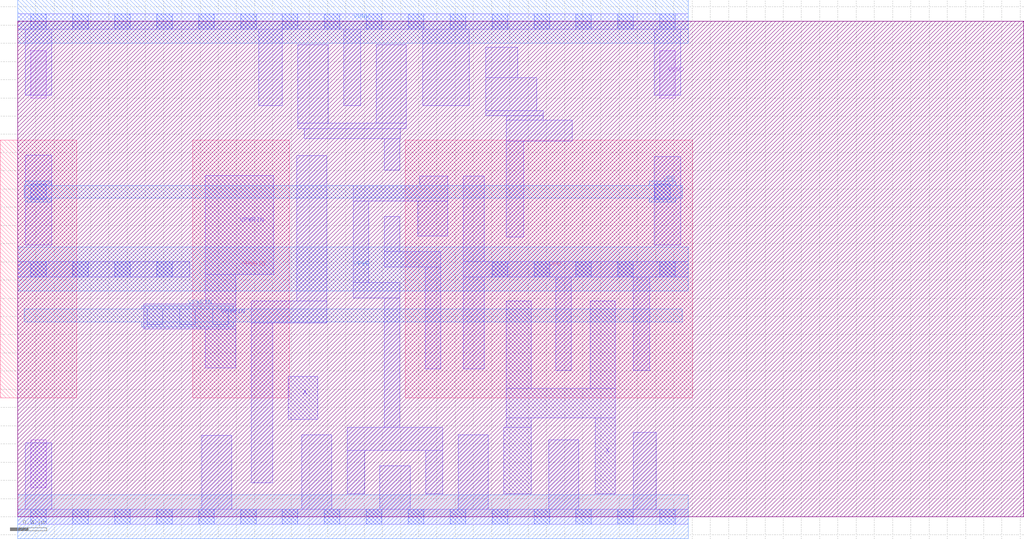
<source format=lef>
# Copyright 2020 The SkyWater PDK Authors
#
# Licensed under the Apache License, Version 2.0 (the "License");
# you may not use this file except in compliance with the License.
# You may obtain a copy of the License at
#
#     https://www.apache.org/licenses/LICENSE-2.0
#
# Unless required by applicable law or agreed to in writing, software
# distributed under the License is distributed on an "AS IS" BASIS,
# WITHOUT WARRANTIES OR CONDITIONS OF ANY KIND, either express or implied.
# See the License for the specific language governing permissions and
# limitations under the License.
#
# SPDX-License-Identifier: Apache-2.0

VERSION 5.7 ;

BUSBITCHARS "[]" ;
DIVIDERCHAR "/" ;

UNITS
  TIME NANOSECONDS 1 ;
  CAPACITANCE PICOFARADS 1 ;
  RESISTANCE OHMS 1 ;
  DATABASE MICRONS 1000 ;
END UNITS

MANUFACTURINGGRID 0.005 ;

PROPERTYDEFINITIONS
  LAYER LEF58_TYPE STRING ;
END PROPERTYDEFINITIONS

# High density, single height
SITE unithd
  SYMMETRY Y ;
  CLASS CORE ;
  SIZE 0.46 BY 2.72 ;
END unithd

# High density, double height
SITE unithddbl
  SYMMETRY Y ;
  CLASS CORE ;
  SIZE 0.46 BY 5.44 ;
END unithddbl

LAYER nwell
  TYPE MASTERSLICE ;
  PROPERTY LEF58_TYPE "TYPE NWELL ;" ;
END nwell

LAYER pwell
  TYPE MASTERSLICE ;
  PROPERTY LEF58_TYPE "TYPE PWELL ;" ;
END pwell

LAYER li1
  TYPE ROUTING ;
  DIRECTION VERTICAL ;

  PITCH 0.46 0.34 ;
  OFFSET 0.23 0.17 ;

  WIDTH 0.17 ;          # LI 1
  # SPACING  0.17 ;     # LI 2
  SPACINGTABLE
     PARALLELRUNLENGTH 0
     WIDTH 0 0.17 ;
  AREA 0.0561 ;         # LI 6
  THICKNESS 0.1 ;
  EDGECAPACITANCE 40.697E-6 ;
  CAPACITANCE CPERSQDIST 36.9866E-6 ;
  RESISTANCE RPERSQ 12.2 ;

  ANTENNAMODEL OXIDE1 ;
  ANTENNADIFFSIDEAREARATIO PWL ( ( 0 75 ) ( 0.0125 75 ) ( 0.0225 85.125 ) ( 22.5 10200 ) ) ;
END li1

LAYER mcon
  TYPE CUT ;

  WIDTH 0.17 ;                # Mcon 1
  SPACING 0.19 ;              # Mcon 2
  ENCLOSURE BELOW 0 0 ;       # Mcon 4
  ENCLOSURE ABOVE 0.03 0.06 ; # Met1 4 / Met1 5

  ANTENNADIFFAREARATIO PWL ( ( 0 3 ) ( 0.0125 3 ) ( 0.0225 3.405 ) ( 22.5 408 ) ) ;
  DCCURRENTDENSITY AVERAGE 0.36 ; # mA per via Iavg_max at Tj = 90oC

END mcon

LAYER met1
  TYPE ROUTING ;
  DIRECTION HORIZONTAL ;

  PITCH 0.34 ;
  OFFSET 0.17 ;

  WIDTH 0.14 ;                     # Met1 1
  # SPACING 0.14 ;                 # Met1 2
  # SPACING 0.28 RANGE 3.001 100 ; # Met1 3b
  SPACINGTABLE
     PARALLELRUNLENGTH 0
     WIDTH 0 0.14
     WIDTH 3 0.28 ;
  AREA 0.083 ;                     # Met1 6
  THICKNESS 0.35 ;

  ANTENNAMODEL OXIDE1 ;
  ANTENNADIFFSIDEAREARATIO PWL ( ( 0 400 ) ( 0.0125 400 ) ( 0.0225 2609 ) ( 22.5 11600 ) ) ;

  EDGECAPACITANCE 40.567E-6 ;
  CAPACITANCE CPERSQDIST 25.7784E-6 ;
  DCCURRENTDENSITY AVERAGE 2.8 ; # mA/um Iavg_max at Tj = 90oC
  ACCURRENTDENSITY RMS 6.1 ; # mA/um Irms_max at Tj = 90oC
  MAXIMUMDENSITY 70 ;
  DENSITYCHECKWINDOW 700 700 ;
  DENSITYCHECKSTEP 70 ;

  RESISTANCE RPERSQ 0.125 ;
END met1

LAYER via
  TYPE CUT ;
  WIDTH 0.15 ;                  # Via 1a
  SPACING 0.17 ;                # Via 2
  ENCLOSURE BELOW 0.055 0.085 ; # Via 4a / Via 5a
  ENCLOSURE ABOVE 0.055 0.085 ; # Met2 4 / Met2 5

  ANTENNADIFFAREARATIO PWL ( ( 0 6 ) ( 0.0125 6 ) ( 0.0225 6.81 ) ( 22.5 816 ) ) ;
  DCCURRENTDENSITY AVERAGE 0.29 ; # mA per via Iavg_max at Tj = 90oC
END via

LAYER met2
  TYPE ROUTING ;
  DIRECTION VERTICAL ;

  PITCH 0.46 ;
  OFFSET 0.23 ;

  WIDTH 0.14 ;                        # Met2 1
  # SPACING  0.14 ;                   # Met2 2
  # SPACING  0.28 RANGE 3.001 100 ;   # Met2 3b
  SPACINGTABLE
     PARALLELRUNLENGTH 0
     WIDTH 0 0.14
     WIDTH 3 0.28 ;
  AREA 0.0676 ;                       # Met2 6
  THICKNESS 0.35 ;

  EDGECAPACITANCE 37.759E-6 ;
  CAPACITANCE CPERSQDIST 16.9423E-6 ;
  RESISTANCE RPERSQ 0.125 ;
  DCCURRENTDENSITY AVERAGE 2.8 ; # mA/um Iavg_max at Tj = 90oC
  ACCURRENTDENSITY RMS 6.1 ; # mA/um Irms_max at Tj = 90oC

  ANTENNAMODEL OXIDE1 ;
  ANTENNADIFFSIDEAREARATIO PWL ( ( 0 400 ) ( 0.0125 400 ) ( 0.0225 2609 ) ( 22.5 11600 ) ) ;

  MAXIMUMDENSITY 70 ;
  DENSITYCHECKWINDOW 700 700 ;
  DENSITYCHECKSTEP 70 ;
END met2

# ******** Layer via2, type routing, number 44 **************
LAYER via2
  TYPE CUT ;
  WIDTH 0.2 ;                   # Via2 1
  SPACING 0.2 ;                 # Via2 2
  ENCLOSURE BELOW 0.04 0.085 ;  # Via2 4
  ENCLOSURE ABOVE 0.065 0.065 ; # Met3 4
  ANTENNADIFFAREARATIO PWL ( ( 0 6 ) ( 0.0125 6 ) ( 0.0225 6.81 ) ( 22.5 816 ) ) ;
  DCCURRENTDENSITY AVERAGE 0.48 ; # mA per via Iavg_max at Tj = 90oC
END via2

LAYER met3
  TYPE ROUTING ;
  DIRECTION HORIZONTAL ;

  PITCH 0.68 ;
  OFFSET 0.34 ;

  WIDTH 0.3 ;              # Met3 1
  # SPACING 0.3 ;          # Met3 2
  SPACINGTABLE
     PARALLELRUNLENGTH 0
     WIDTH 0 0.3
     WIDTH 3 0.4 ;
  AREA 0.24 ;              # Met3 6
  THICKNESS 0.8 ;

  EDGECAPACITANCE 40.989E-6 ;
  CAPACITANCE CPERSQDIST 12.3729E-6 ;
  RESISTANCE RPERSQ 0.047 ;
  DCCURRENTDENSITY AVERAGE 6.8 ; # mA/um Iavg_max at Tj = 90oC
  ACCURRENTDENSITY RMS 14.9 ; # mA/um Irms_max at Tj = 90oC

  ANTENNAMODEL OXIDE1 ;
  ANTENNADIFFSIDEAREARATIO PWL ( ( 0 400 ) ( 0.0125 400 ) ( 0.0225 2609 ) ( 22.5 11600 ) ) ;

  MAXIMUMDENSITY 70 ;
  DENSITYCHECKWINDOW 700 700 ;
  DENSITYCHECKSTEP 70 ;
END met3

LAYER via3
  TYPE CUT ;
  WIDTH 0.2 ;                   # Via3 1
  SPACING 0.2 ;                 # Via3 2
  ENCLOSURE BELOW 0.06 0.09 ;   # Via3 4 / Via3 5
  ENCLOSURE ABOVE 0.065 0.065 ; # Met4 3
  ANTENNADIFFAREARATIO PWL ( ( 0 6 ) ( 0.0125 6 ) ( 0.0225 6.81 ) ( 22.5 816 ) ) ;
  DCCURRENTDENSITY AVERAGE 0.48 ; # mA per via Iavg_max at Tj = 90oC
END via3

LAYER met4
  TYPE ROUTING ;
  DIRECTION VERTICAL ;

  PITCH 0.92 ;
  OFFSET 0.46 ;

  WIDTH 0.3 ;             # Met4 1
  # SPACING  0.3 ;             # Met4 2
  SPACINGTABLE
     PARALLELRUNLENGTH 0
     WIDTH 0 0.3
     WIDTH 3 0.4 ;
  AREA 0.24 ;            # Met4 4a

  THICKNESS 0.8 ;

  EDGECAPACITANCE 36.676E-6 ;
  CAPACITANCE CPERSQDIST 8.41537E-6 ;
  RESISTANCE RPERSQ 0.047 ;
  DCCURRENTDENSITY AVERAGE 6.8 ; # mA/um Iavg_max at Tj = 90oC
  ACCURRENTDENSITY RMS 14.9 ; # mA/um Irms_max at Tj = 90oC

  ANTENNAMODEL OXIDE1 ;
  ANTENNADIFFSIDEAREARATIO PWL ( ( 0 400 ) ( 0.0125 400 ) ( 0.0225 2609 ) ( 22.5 11600 ) ) ;

  MAXIMUMDENSITY 70 ;
  DENSITYCHECKWINDOW 700 700 ;
  DENSITYCHECKSTEP 70 ;
END met4

LAYER via4
  TYPE CUT ;

  WIDTH 0.8 ;                 # Via4 1
  SPACING 0.8 ;               # Via4 2
  ENCLOSURE BELOW 0.19 0.19 ; # Via4 4
  ENCLOSURE ABOVE 0.31 0.31 ; # Met5 3
  ANTENNADIFFAREARATIO PWL ( ( 0 6 ) ( 0.0125 6 ) ( 0.0225 6.81 ) ( 22.5 816 ) ) ;
  DCCURRENTDENSITY AVERAGE 2.49 ; # mA per via Iavg_max at Tj = 90oC
END via4

LAYER met5
  TYPE ROUTING ;
  DIRECTION HORIZONTAL ;

  PITCH 3.4 ;
  OFFSET 1.7 ;

  WIDTH 1.6 ;            # Met5 1
  #SPACING  1.6 ;        # Met5 2
  SPACINGTABLE
     PARALLELRUNLENGTH 0
     WIDTH 0 1.6 ;
  AREA 4 ;               # Met5 4

  THICKNESS 1.2 ;

  EDGECAPACITANCE 38.851E-6 ;
  CAPACITANCE CPERSQDIST 6.32063E-6 ;
  RESISTANCE RPERSQ 0.0285 ;
  DCCURRENTDENSITY AVERAGE 10.17 ; # mA/um Iavg_max at Tj = 90oC
  ACCURRENTDENSITY RMS 22.34 ; # mA/um Irms_max at Tj = 90oC

  ANTENNAMODEL OXIDE1 ;
  ANTENNADIFFSIDEAREARATIO PWL ( ( 0 400 ) ( 0.0125 400 ) ( 0.0225 2609 ) ( 22.5 11600 ) ) ;
END met5


### Routing via cells section   ###
# Plus via rule, metals are along the prefered direction
VIA L1M1_PR DEFAULT
  LAYER mcon ;
  RECT -0.085 -0.085 0.085 0.085 ;
  LAYER li1 ;
  RECT -0.085 -0.085 0.085 0.085 ;
  LAYER met1 ;
  RECT -0.145 -0.115 0.145 0.115 ;
END L1M1_PR

VIARULE L1M1_PR GENERATE
  LAYER li1 ;
  ENCLOSURE 0 0 ;
  LAYER met1 ;
  ENCLOSURE 0.06 0.03 ;
  LAYER mcon ;
  RECT -0.085 -0.085 0.085 0.085 ;
  SPACING 0.36 BY 0.36 ;
END L1M1_PR

# Plus via rule, metals are along the non prefered direction
VIA L1M1_PR_R DEFAULT
  LAYER mcon ;
  RECT -0.085 -0.085 0.085 0.085 ;
  LAYER li1 ;
  RECT -0.085 -0.085 0.085 0.085 ;
  LAYER met1 ;
  RECT -0.115 -0.145 0.115 0.145 ;
END L1M1_PR_R

VIARULE L1M1_PR_R GENERATE
  LAYER li1 ;
  ENCLOSURE 0 0 ;
  LAYER met1 ;
  ENCLOSURE 0.03 0.06 ;
  LAYER mcon ;
  RECT -0.085 -0.085 0.085 0.085 ;
  SPACING 0.36 BY 0.36 ;
END L1M1_PR_R

# Minus via rule, lower layer metal is along prefered direction
VIA L1M1_PR_M DEFAULT
  LAYER mcon ;
  RECT -0.085 -0.085 0.085 0.085 ;
  LAYER li1 ;
  RECT -0.085 -0.085 0.085 0.085 ;
  LAYER met1 ;
  RECT -0.115 -0.145 0.115 0.145 ;
END L1M1_PR_M

VIARULE L1M1_PR_M GENERATE
  LAYER li1 ;
  ENCLOSURE 0 0 ;
  LAYER met1 ;
  ENCLOSURE 0.03 0.06 ;
  LAYER mcon ;
  RECT -0.085 -0.085 0.085 0.085 ;
  SPACING 0.36 BY 0.36 ;
END L1M1_PR_M

# Minus via rule, upper layer metal is along prefered direction
VIA L1M1_PR_MR DEFAULT
  LAYER mcon ;
  RECT -0.085 -0.085 0.085 0.085 ;
  LAYER li1 ;
  RECT -0.085 -0.085 0.085 0.085 ;
  LAYER met1 ;
  RECT -0.145 -0.115 0.145 0.115 ;
END L1M1_PR_MR

VIARULE L1M1_PR_MR GENERATE
  LAYER li1 ;
  ENCLOSURE 0 0 ;
  LAYER met1 ;
  ENCLOSURE 0.06 0.03 ;
  LAYER mcon ;
  RECT -0.085 -0.085 0.085 0.085 ;
  SPACING 0.36 BY 0.36 ;
END L1M1_PR_MR

# Centered via rule, we really do not want to use it
VIA L1M1_PR_C DEFAULT
  LAYER mcon ;
  RECT -0.085 -0.085 0.085 0.085 ;
  LAYER li1 ;
  RECT -0.085 -0.085 0.085 0.085 ;
  LAYER met1 ;
  RECT -0.145 -0.145 0.145 0.145 ;
END L1M1_PR_C

VIARULE L1M1_PR_C GENERATE
  LAYER li1 ;
  ENCLOSURE 0 0 ;
  LAYER met1 ;
  ENCLOSURE 0.06 0.06 ;
  LAYER mcon ;
  RECT -0.085 -0.085 0.085 0.085 ;
  SPACING 0.36 BY 0.36 ;
END L1M1_PR_C

# Plus via rule, metals are along the prefered direction
VIA M1M2_PR DEFAULT
  LAYER via ;
  RECT -0.075 -0.075 0.075 0.075 ;
  LAYER met1 ;
  RECT -0.16 -0.13 0.16 0.13 ;
  LAYER met2 ;
  RECT -0.13 -0.16 0.13 0.16 ;
END M1M2_PR

VIARULE M1M2_PR GENERATE
  LAYER met1 ;
  ENCLOSURE 0.085 0.055 ;
  LAYER met2 ;
  ENCLOSURE 0.055 0.085 ;
  LAYER via ;
  RECT -0.075 -0.075 0.075 0.075 ;
  SPACING 0.32 BY 0.32 ;
END M1M2_PR

# Plus via rule, metals are along the non prefered direction
VIA M1M2_PR_R DEFAULT
  LAYER via ;
  RECT -0.075 -0.075 0.075 0.075 ;
  LAYER met1 ;
  RECT -0.13 -0.16 0.13 0.16 ;
  LAYER met2 ;
  RECT -0.16 -0.13 0.16 0.13 ;
END M1M2_PR_R

VIARULE M1M2_PR_R GENERATE
  LAYER met1 ;
  ENCLOSURE 0.055 0.085 ;
  LAYER met2 ;
  ENCLOSURE 0.085 0.055 ;
  LAYER via ;
  RECT -0.075 -0.075 0.075 0.075 ;
  SPACING 0.32 BY 0.32 ;
END M1M2_PR_R

# Minus via rule, lower layer metal is along prefered direction
VIA M1M2_PR_M DEFAULT
  LAYER via ;
  RECT -0.075 -0.075 0.075 0.075 ;
  LAYER met1 ;
  RECT -0.16 -0.13 0.16 0.13 ;
  LAYER met2 ;
  RECT -0.16 -0.13 0.16 0.13 ;
END M1M2_PR_M

VIARULE M1M2_PR_M GENERATE
  LAYER met1 ;
  ENCLOSURE 0.085 0.055 ;
  LAYER met2 ;
  ENCLOSURE 0.085 0.055 ;
  LAYER via ;
  RECT -0.075 -0.075 0.075 0.075 ;
  SPACING 0.32 BY 0.32 ;
END M1M2_PR_M

# Minus via rule, upper layer metal is along prefered direction
VIA M1M2_PR_MR DEFAULT
  LAYER via ;
  RECT -0.075 -0.075 0.075 0.075 ;
  LAYER met1 ;
  RECT -0.13 -0.16 0.13 0.16 ;
  LAYER met2 ;
  RECT -0.13 -0.16 0.13 0.16 ;
END M1M2_PR_MR

VIARULE M1M2_PR_MR GENERATE
  LAYER met1 ;
  ENCLOSURE 0.055 0.085 ;
  LAYER met2 ;
  ENCLOSURE 0.055 0.085 ;
  LAYER via ;
  RECT -0.075 -0.075 0.075 0.075 ;
  SPACING 0.32 BY 0.32 ;
END M1M2_PR_MR

# Centered via rule, we really do not want to use it
VIA M1M2_PR_C DEFAULT
  LAYER via ;
  RECT -0.075 -0.075 0.075 0.075 ;
  LAYER met1 ;
  RECT -0.16 -0.16 0.16 0.16 ;
  LAYER met2 ;
  RECT -0.16 -0.16 0.16 0.16 ;
END M1M2_PR_C

VIARULE M1M2_PR_C GENERATE
  LAYER met1 ;
  ENCLOSURE 0.085 0.085 ;
  LAYER met2 ;
  ENCLOSURE 0.085 0.085 ;
  LAYER via ;
  RECT -0.075 -0.075 0.075 0.075 ;
  SPACING 0.32 BY 0.32 ;
END M1M2_PR_C

# Plus via rule, metals are along the prefered direction
VIA M2M3_PR DEFAULT
  LAYER via2 ;
  RECT -0.1 -0.1 0.1 0.1 ;
  LAYER met2 ;
  RECT -0.14 -0.185 0.14 0.185 ;
  LAYER met3 ;
  RECT -0.165 -0.165 0.165 0.165 ;
END M2M3_PR

VIARULE M2M3_PR GENERATE
  LAYER met2 ;
  ENCLOSURE 0.04 0.085 ;
  LAYER met3 ;
  ENCLOSURE 0.065 0.065 ;
  LAYER via2 ;
  RECT -0.1 -0.1 0.1 0.1 ;
  SPACING 0.4 BY 0.4 ;
END M2M3_PR

# Plus via rule, metals are along the non prefered direction
VIA M2M3_PR_R DEFAULT
  LAYER via2 ;
  RECT -0.1 -0.1 0.1 0.1 ;
  LAYER met2 ;
  RECT -0.185 -0.14 0.185 0.14 ;
  LAYER met3 ;
  RECT -0.165 -0.165 0.165 0.165 ;
END M2M3_PR_R

VIARULE M2M3_PR_R GENERATE
  LAYER met2 ;
  ENCLOSURE 0.085 0.04 ;
  LAYER met3 ;
  ENCLOSURE 0.065 0.065 ;
  LAYER via2 ;
  RECT -0.1 -0.1 0.1 0.1 ;
  SPACING 0.4 BY 0.4 ;
END M2M3_PR_R

# Minus via rule, lower layer metal is along prefered direction
VIA M2M3_PR_M DEFAULT
  LAYER via2 ;
  RECT -0.1 -0.1 0.1 0.1 ;
  LAYER met2 ;
  RECT -0.14 -0.185 0.14 0.185 ;
  LAYER met3 ;
  RECT -0.165 -0.165 0.165 0.165 ;
END M2M3_PR_M

VIARULE M2M3_PR_M GENERATE
  LAYER met2 ;
  ENCLOSURE 0.04 0.085 ;
  LAYER met3 ;
  ENCLOSURE 0.065 0.065 ;
  LAYER via2 ;
  RECT -0.1 -0.1 0.1 0.1 ;
  SPACING 0.4 BY 0.4 ;
END M2M3_PR_M

# Minus via rule, upper layer metal is along prefered direction
VIA M2M3_PR_MR DEFAULT
  LAYER via2 ;
  RECT -0.1 -0.1 0.1 0.1 ;
  LAYER met2 ;
  RECT -0.185 -0.14 0.185 0.14 ;
  LAYER met3 ;
  RECT -0.165 -0.165 0.165 0.165 ;
END M2M3_PR_MR

VIARULE M2M3_PR_MR GENERATE
  LAYER met2 ;
  ENCLOSURE 0.085 0.04 ;
  LAYER met3 ;
  ENCLOSURE 0.065 0.065 ;
  LAYER via2 ;
  RECT -0.1 -0.1 0.1 0.1 ;
  SPACING 0.4 BY 0.4 ;
END M2M3_PR_MR

# Centered via rule, we really do not want to use it
VIA M2M3_PR_C DEFAULT
  LAYER via2 ;
  RECT -0.1 -0.1 0.1 0.1 ;
  LAYER met2 ;
  RECT -0.185 -0.185 0.185 0.185 ;
  LAYER met3 ;
  RECT -0.165 -0.165 0.165 0.165 ;
END M2M3_PR_C

VIARULE M2M3_PR_C GENERATE
  LAYER met2 ;
  ENCLOSURE 0.085 0.085 ;
  LAYER met3 ;
  ENCLOSURE 0.065 0.065 ;
  LAYER via2 ;
  RECT -0.1 -0.1 0.1 0.1 ;
  SPACING 0.4 BY 0.4 ;
END M2M3_PR_C

# Plus via rule, metals are along the prefered direction
VIA M3M4_PR DEFAULT
  LAYER via3 ;
  RECT -0.1 -0.1 0.1 0.1 ;
  LAYER met3 ;
  RECT -0.19 -0.16 0.19 0.16 ;
  LAYER met4 ;
  RECT -0.165 -0.165 0.165 0.165 ;
END M3M4_PR

VIARULE M3M4_PR GENERATE
  LAYER met3 ;
  ENCLOSURE 0.09 0.06 ;
  LAYER met4 ;
  ENCLOSURE 0.065 0.065 ;
  LAYER via3 ;
  RECT -0.1 -0.1 0.1 0.1 ;
  SPACING 0.4 BY 0.4 ;
END M3M4_PR

# Plus via rule, metals are along the non prefered direction
VIA M3M4_PR_R DEFAULT
  LAYER via3 ;
  RECT -0.1 -0.1 0.1 0.1 ;
  LAYER met3 ;
  RECT -0.16 -0.19 0.16 0.19 ;
  LAYER met4 ;
  RECT -0.165 -0.165 0.165 0.165 ;
END M3M4_PR_R

VIARULE M3M4_PR_R GENERATE
  LAYER met3 ;
  ENCLOSURE 0.06 0.09 ;
  LAYER met4 ;
  ENCLOSURE 0.065 0.065 ;
  LAYER via3 ;
  RECT -0.1 -0.1 0.1 0.1 ;
  SPACING 0.4 BY 0.4 ;
END M3M4_PR_R

# Minus via rule, lower layer metal is along prefered direction
VIA M3M4_PR_M DEFAULT
  LAYER via3 ;
  RECT -0.1 -0.1 0.1 0.1 ;
  LAYER met3 ;
  RECT -0.19 -0.16 0.19 0.16 ;
  LAYER met4 ;
  RECT -0.165 -0.165 0.165 0.165 ;
END M3M4_PR_M

VIARULE M3M4_PR_M GENERATE
  LAYER met3 ;
  ENCLOSURE 0.09 0.06 ;
  LAYER met4 ;
  ENCLOSURE 0.065 0.065 ;
  LAYER via3 ;
  RECT -0.1 -0.1 0.1 0.1 ;
  SPACING 0.4 BY 0.4 ;
END M3M4_PR_M

# Minus via rule, upper layer metal is along prefered direction
VIA M3M4_PR_MR DEFAULT
  LAYER via3 ;
  RECT -0.1 -0.1 0.1 0.1 ;
  LAYER met3 ;
  RECT -0.16 -0.19 0.16 0.19 ;
  LAYER met4 ;
  RECT -0.165 -0.165 0.165 0.165 ;
END M3M4_PR_MR

VIARULE M3M4_PR_MR GENERATE
  LAYER met3 ;
  ENCLOSURE 0.06 0.09 ;
  LAYER met4 ;
  ENCLOSURE 0.065 0.065 ;
  LAYER via3 ;
  RECT -0.1 -0.1 0.1 0.1 ;
  SPACING 0.4 BY 0.4 ;
END M3M4_PR_MR

# Centered via rule, we really do not want to use it
VIA M3M4_PR_C DEFAULT
  LAYER via3 ;
  RECT -0.1 -0.1 0.1 0.1 ;
  LAYER met3 ;
  RECT -0.19 -0.19 0.19 0.19 ;
  LAYER met4 ;
  RECT -0.165 -0.165 0.165 0.165 ;
END M3M4_PR_C

VIARULE M3M4_PR_C GENERATE
  LAYER met3 ;
  ENCLOSURE 0.09 0.09 ;
  LAYER met4 ;
  ENCLOSURE 0.065 0.065 ;
  LAYER via3 ;
  RECT -0.1 -0.1 0.1 0.1 ;
  SPACING 0.4 BY 0.4 ;
END M3M4_PR_C

# Plus via rule, metals are along the prefered direction
VIA M4M5_PR DEFAULT
  LAYER via4 ;
  RECT -0.4 -0.4 0.4 0.4 ;
  LAYER met4 ;
  RECT -0.59 -0.59 0.59 0.59 ;
  LAYER met5 ;
  RECT -0.71 -0.71 0.71 0.71 ;
END M4M5_PR

VIARULE M4M5_PR GENERATE
  LAYER met4 ;
  ENCLOSURE 0.19 0.19 ;
  LAYER met5 ;
  ENCLOSURE 0.31 0.31 ;
  LAYER via4 ;
  RECT -0.4 -0.4 0.4 0.4 ;
  SPACING 1.6 BY 1.6 ;
END M4M5_PR

# Plus via rule, metals are along the non prefered direction
VIA M4M5_PR_R DEFAULT
  LAYER via4 ;
  RECT -0.4 -0.4 0.4 0.4 ;
  LAYER met4 ;
  RECT -0.59 -0.59 0.59 0.59 ;
  LAYER met5 ;
  RECT -0.71 -0.71 0.71 0.71 ;
END M4M5_PR_R

VIARULE M4M5_PR_R GENERATE
  LAYER met4 ;
  ENCLOSURE 0.19 0.19 ;
  LAYER met5 ;
  ENCLOSURE 0.31 0.31 ;
  LAYER via4 ;
  RECT -0.4 -0.4 0.4 0.4 ;
  SPACING 1.6 BY 1.6 ;
END M4M5_PR_R

# Minus via rule, lower layer metal is along prefered direction
VIA M4M5_PR_M DEFAULT
  LAYER via4 ;
  RECT -0.4 -0.4 0.4 0.4 ;
  LAYER met4 ;
  RECT -0.59 -0.59 0.59 0.59 ;
  LAYER met5 ;
  RECT -0.71 -0.71 0.71 0.71 ;
END M4M5_PR_M

VIARULE M4M5_PR_M GENERATE
  LAYER met4 ;
  ENCLOSURE 0.19 0.19 ;
  LAYER met5 ;
  ENCLOSURE 0.31 0.31 ;
  LAYER via4 ;
  RECT -0.4 -0.4 0.4 0.4 ;
  SPACING 1.6 BY 1.6 ;
END M4M5_PR_M

# Minus via rule, upper layer metal is along prefered direction
VIA M4M5_PR_MR DEFAULT
  LAYER via4 ;
  RECT -0.4 -0.4 0.4 0.4 ;
  LAYER met4 ;
  RECT -0.59 -0.59 0.59 0.59 ;
  LAYER met5 ;
  RECT -0.71 -0.71 0.71 0.71 ;
END M4M5_PR_MR

VIARULE M4M5_PR_MR GENERATE
  LAYER met4 ;
  ENCLOSURE 0.19 0.19 ;
  LAYER met5 ;
  ENCLOSURE 0.31 0.31 ;
  LAYER via4 ;
  RECT -0.4 -0.4 0.4 0.4 ;
  SPACING 1.6 BY 1.6 ;
END M4M5_PR_MR

# Centered via rule, we really do not want to use it
VIA M4M5_PR_C DEFAULT
  LAYER via4 ;
  RECT -0.4 -0.4 0.4 0.4 ;
  LAYER met4 ;
  RECT -0.59 -0.59 0.59 0.59 ;
  LAYER met5 ;
  RECT -0.71 -0.71 0.71 0.71 ;
END M4M5_PR_C

VIARULE M4M5_PR_C GENERATE
  LAYER met4 ;
  ENCLOSURE 0.19 0.19 ;
  LAYER met5 ;
  ENCLOSURE 0.31 0.31 ;
  LAYER via4 ;
  RECT -0.4 -0.4 0.4 0.4 ;
  SPACING 1.6 BY 1.6 ;
END M4M5_PR_C
###  end of single via cells   ###


MACRO sky130_ef_sc_hd__fakediode_2
  CLASS CORE SPACER ;
  FOREIGN sky130_ef_sc_hd__fakediode_2 ;
  ORIGIN 0.000 0.000 ;
  SIZE 4.6 BY 2.72 ;
  PIN DIODE
    PORT
      LAYER li1 ;
        RECT 0.085 0.255 0.835 2.465 ;
    END
  END DIODE
  PIN VGND
    USE GROUND ;
    PORT
      LAYER li1 ;
        RECT 0 -0.085 0.92 0.085 ;
      LAYER mcon ;
        RECT 0.145 -0.085 0.315 0.085 ;
        RECT 0.605 -0.085 0.775 0.085 ;
      LAYER met1 ;
        RECT 0 -0.24 0.92 0.24 ;
    END
  END VGND
  PIN VPWR
    USE POWER ;
    PORT
      LAYER li1 ;
        RECT 0 2.635 0.92 2.805 ;
      LAYER mcon ;
        RECT 0.145 2.635 0.315 2.805 ;
        RECT 0.605 2.635 0.775 2.805 ;
      LAYER met1 ;
        RECT 0 2.48 0.92 2.96 ;
    END
  END VPWR
  PIN VPB
    PORT
      LAYER nwell ;
        RECT -0.19 1.305 1.11 2.91 ;
    END
  END VPB
  PIN VNB
    PORT
      LAYER pwell ;
        RECT 0.145 -0.085 0.315 0.085 ;
    END
  END VNB
END sky130_ef_sc_hd__fakediode_2
MACRO sky130_fd_sc_hd__dfrbp_2
  CLASS CORE ;
  FOREIGN sky130_fd_sc_hd__dfrbp_2 ;
  ORIGIN  0.000000  0.000000 ;
  SIZE 14.72 BY 2.72 ;
  SYMMETRY X Y R90 ;
  SITE unithd ;
  PIN D
    ANTENNAGATEAREA  0.126000 ;
    DIRECTION INPUT ;
    USE SIGNAL ;
    PORT
      LAYER li1 ;
        RECT 1.355 1.665 1.68 2.45 ;
        RECT 1.415 0.615 1.875 1.665 ;
    END
  END D
  PIN Q
    ANTENNADIFFAREA  0.511500 ;
    DIRECTION OUTPUT ;
    USE SIGNAL ;
    PORT
      LAYER li1 ;
        RECT 9.16 0.265 9.495 1.695 ;
    END
  END Q
  PIN Q_N
    ANTENNADIFFAREA  0.445500 ;
    DIRECTION OUTPUT ;
    USE SIGNAL ;
    PORT
      LAYER li1 ;
        RECT 10.03 1.535 10.42 2.08 ;
        RECT 10.04 0.31 10.42 0.825 ;
        RECT 10.12 2.08 10.42 2.465 ;
        RECT 10.25 0.825 10.42 1.535 ;
    END
  END Q_N
  PIN RESET_B
    ANTENNAGATEAREA  0.252000 ;
    DIRECTION INPUT ;
    USE SIGNAL ;
    PORT
      LAYER li1 ;
        RECT 3.805 0.765 4.595 1.015 ;
      LAYER mcon ;
        RECT 4.165 0.765 4.335 0.935 ;
    END
    PORT
      LAYER li1 ;
        RECT 7.105 1.035 7.645 1.405 ;
        RECT 7.405 0.635 7.645 1.035 ;
      LAYER mcon ;
        RECT 7.105 1.08 7.275 1.25 ;
        RECT 7.405 0.765 7.575 0.935 ;
    END
    PORT
      LAYER met1 ;
        RECT 3.745 0.735 4.395 0.78 ;
        RECT 3.745 0.78 7.635 0.92 ;
        RECT 3.745 0.92 4.395 0.965 ;
        RECT 7.045 0.92 7.635 0.965 ;
        RECT 7.045 0.965 7.335 1.28 ;
        RECT 7.345 0.735 7.635 0.78 ;
    END
  END RESET_B
  PIN CLK
    ANTENNAGATEAREA  0.159000 ;
    DIRECTION INPUT ;
    USE CLOCK ;
    PORT
      LAYER li1 ;
        RECT 0.09 0.975 0.44 1.625 ;
    END
  END CLK
  PIN VGND
    DIRECTION INOUT ;
    SHAPE ABUTMENT ;
    USE GROUND ;
    PORT
      LAYER met1 ;
        RECT 0 -0.24 11.04 0.24 ;
    END
  END VGND
  PIN VNB
    DIRECTION INOUT ;
    USE GROUND ;
    PORT
      LAYER pwell ;
        RECT 0.145 -0.085 0.315 0.085 ;
    END
  END VNB
  PIN VPB
    DIRECTION INOUT ;
    USE POWER ;
    PORT
      LAYER nwell ;
        RECT -0.19 1.305 11.23 2.91 ;
    END
  END VPB
  PIN VPWR
    DIRECTION INOUT ;
    SHAPE ABUTMENT ;
    USE POWER ;
    PORT
      LAYER met1 ;
        RECT 0 2.48 11.04 2.96 ;
    END
  END VPWR
  OBS
    LAYER li1 ;
      RECT 0 -0.085 11.04 0.085 ;
      RECT 0 2.635 11.04 2.805 ;
      RECT 0.09 0.345 0.345 0.635 ;
      RECT 0.09 0.635 0.84 0.805 ;
      RECT 0.09 1.795 0.84 1.965 ;
      RECT 0.09 1.965 0.345 2.465 ;
      RECT 0.515 0.085 0.845 0.465 ;
      RECT 0.515 2.135 0.845 2.635 ;
      RECT 0.61 0.805 0.84 1.795 ;
      RECT 1.015 0.345 1.185 2.465 ;
      RECT 1.545 0.085 1.875 0.445 ;
      RECT 1.85 2.175 2.1 2.635 ;
      RECT 2.045 0.305 2.54 0.475 ;
      RECT 2.045 0.475 2.215 1.835 ;
      RECT 2.045 1.835 2.44 2.005 ;
      RECT 2.27 2.005 2.44 2.135 ;
      RECT 2.27 2.135 2.52 2.465 ;
      RECT 2.385 0.765 2.735 1.385 ;
      RECT 2.61 1.575 3.075 1.965 ;
      RECT 2.735 2.135 3.415 2.465 ;
      RECT 2.745 0.305 3.6 0.475 ;
      RECT 2.905 0.765 3.26 0.985 ;
      RECT 2.905 0.985 3.075 1.575 ;
      RECT 3.245 1.185 4.935 1.355 ;
      RECT 3.245 1.355 3.415 2.135 ;
      RECT 3.43 0.475 3.6 1.185 ;
      RECT 3.585 1.865 4.66 2.035 ;
      RECT 3.585 2.035 3.755 2.375 ;
      RECT 3.775 1.525 5.275 1.695 ;
      RECT 3.99 2.205 4.32 2.635 ;
      RECT 4.475 0.085 4.805 0.545 ;
      RECT 4.49 2.035 4.66 2.375 ;
      RECT 4.765 1.005 4.935 1.185 ;
      RECT 4.955 2.175 5.325 2.635 ;
      RECT 5.015 0.275 5.365 0.445 ;
      RECT 5.015 0.445 5.275 0.835 ;
      RECT 5.105 0.835 5.275 1.525 ;
      RECT 5.105 1.695 5.275 1.835 ;
      RECT 5.105 1.835 5.665 2.005 ;
      RECT 5.465 0.705 5.675 1.495 ;
      RECT 5.465 1.495 6.14 1.655 ;
      RECT 5.465 1.655 6.43 1.665 ;
      RECT 5.495 2.005 5.665 2.465 ;
      RECT 5.585 0.255 6.535 0.535 ;
      RECT 5.845 0.705 6.195 1.325 ;
      RECT 5.9 2.125 6.77 2.465 ;
      RECT 5.97 1.665 6.43 1.955 ;
      RECT 6.365 0.535 6.535 1.315 ;
      RECT 6.365 1.315 6.77 1.485 ;
      RECT 6.6 1.485 6.77 1.575 ;
      RECT 6.6 1.575 7.82 1.745 ;
      RECT 6.6 1.745 6.77 2.125 ;
      RECT 6.705 0.085 6.895 0.525 ;
      RECT 6.705 0.695 7.235 0.865 ;
      RECT 6.705 0.865 6.925 1.145 ;
      RECT 6.94 2.175 7.19 2.635 ;
      RECT 7.065 0.295 7.985 0.465 ;
      RECT 7.065 0.465 7.235 0.695 ;
      RECT 7.36 1.915 8.16 2.085 ;
      RECT 7.36 2.085 7.53 2.375 ;
      RECT 7.71 2.255 8.055 2.635 ;
      RECT 7.815 0.465 7.985 0.995 ;
      RECT 7.815 0.995 8.16 1.075 ;
      RECT 7.815 1.075 8.65 1.295 ;
      RECT 7.99 1.295 8.65 1.325 ;
      RECT 7.99 1.325 8.16 1.915 ;
      RECT 8.335 0.345 8.585 0.715 ;
      RECT 8.335 0.715 8.99 0.885 ;
      RECT 8.335 1.795 8.99 1.865 ;
      RECT 8.335 1.865 9.835 2.035 ;
      RECT 8.335 2.035 8.56 2.465 ;
      RECT 8.73 2.205 9.07 2.635 ;
      RECT 8.755 0.085 8.99 0.545 ;
      RECT 8.82 0.885 8.99 1.795 ;
      RECT 9.62 2.255 9.95 2.635 ;
      RECT 9.665 0.995 10.08 1.325 ;
      RECT 9.665 1.325 9.835 1.865 ;
      RECT 9.7 0.085 9.87 0.825 ;
      RECT 10.59 0.085 10.76 0.93 ;
      RECT 10.59 1.445 10.76 2.635 ;
    LAYER mcon ;
      RECT 0.145 -0.085 0.315 0.085 ;
      RECT 0.145 2.635 0.315 2.805 ;
      RECT 0.605 -0.085 0.775 0.085 ;
      RECT 0.605 2.635 0.775 2.805 ;
      RECT 0.61 1.105 0.78 1.275 ;
      RECT 1.015 1.785 1.185 1.955 ;
      RECT 1.065 -0.085 1.235 0.085 ;
      RECT 1.065 2.635 1.235 2.805 ;
      RECT 1.525 -0.085 1.695 0.085 ;
      RECT 1.525 2.635 1.695 2.805 ;
      RECT 1.985 -0.085 2.155 0.085 ;
      RECT 1.985 2.635 2.155 2.805 ;
      RECT 2.445 -0.085 2.615 0.085 ;
      RECT 2.445 1.105 2.615 1.275 ;
      RECT 2.445 2.635 2.615 2.805 ;
      RECT 2.905 -0.085 3.075 0.085 ;
      RECT 2.905 1.785 3.075 1.955 ;
      RECT 2.905 2.635 3.075 2.805 ;
      RECT 3.365 -0.085 3.535 0.085 ;
      RECT 3.365 2.635 3.535 2.805 ;
      RECT 3.825 -0.085 3.995 0.085 ;
      RECT 3.825 2.635 3.995 2.805 ;
      RECT 4.285 -0.085 4.455 0.085 ;
      RECT 4.285 2.635 4.455 2.805 ;
      RECT 4.745 -0.085 4.915 0.085 ;
      RECT 4.745 2.635 4.915 2.805 ;
      RECT 5.205 -0.085 5.375 0.085 ;
      RECT 5.205 2.635 5.375 2.805 ;
      RECT 5.665 -0.085 5.835 0.085 ;
      RECT 5.665 2.635 5.835 2.805 ;
      RECT 6.025 1.105 6.195 1.275 ;
      RECT 6.025 1.785 6.195 1.955 ;
      RECT 6.125 -0.085 6.295 0.085 ;
      RECT 6.125 2.635 6.295 2.805 ;
      RECT 6.585 -0.085 6.755 0.085 ;
      RECT 6.585 2.635 6.755 2.805 ;
      RECT 7.045 -0.085 7.215 0.085 ;
      RECT 7.045 2.635 7.215 2.805 ;
      RECT 7.505 -0.085 7.675 0.085 ;
      RECT 7.505 2.635 7.675 2.805 ;
      RECT 7.965 -0.085 8.135 0.085 ;
      RECT 7.965 2.635 8.135 2.805 ;
      RECT 8.425 -0.085 8.595 0.085 ;
      RECT 8.425 2.635 8.595 2.805 ;
      RECT 8.885 -0.085 9.055 0.085 ;
      RECT 8.885 2.635 9.055 2.805 ;
      RECT 9.345 -0.085 9.515 0.085 ;
      RECT 9.345 2.635 9.515 2.805 ;
      RECT 9.805 -0.085 9.975 0.085 ;
      RECT 9.805 2.635 9.975 2.805 ;
      RECT 10.265 -0.085 10.435 0.085 ;
      RECT 10.265 2.635 10.435 2.805 ;
      RECT 10.725 -0.085 10.895 0.085 ;
      RECT 10.725 2.635 10.895 2.805 ;
    LAYER met1 ;
      RECT 0.55 1.075 0.84 1.12 ;
      RECT 0.55 1.12 6.255 1.26 ;
      RECT 0.55 1.26 0.84 1.305 ;
      RECT 0.955 1.755 1.245 1.8 ;
      RECT 0.955 1.8 6.255 1.94 ;
      RECT 0.955 1.94 1.245 1.985 ;
      RECT 2.385 1.075 2.675 1.12 ;
      RECT 2.385 1.26 2.675 1.305 ;
      RECT 2.845 1.755 3.135 1.8 ;
      RECT 2.845 1.94 3.135 1.985 ;
      RECT 5.965 1.075 6.255 1.12 ;
      RECT 5.965 1.26 6.255 1.305 ;
      RECT 5.965 1.755 6.255 1.8 ;
      RECT 5.965 1.94 6.255 1.985 ;
  END
END sky130_fd_sc_hd__dfrbp_2
MACRO sky130_fd_sc_hd__dfrbp_1
  CLASS CORE ;
  FOREIGN sky130_fd_sc_hd__dfrbp_1 ;
  ORIGIN  0.000000  0.000000 ;
  SIZE 14.26 BY 2.72 ;
  SYMMETRY X Y R90 ;
  SITE unithd ;
  PIN D
    ANTENNAGATEAREA  0.126000 ;
    DIRECTION INPUT ;
    USE SIGNAL ;
    PORT
      LAYER li1 ;
        RECT 1.355 1.665 1.68 2.45 ;
        RECT 1.415 0.615 1.875 1.665 ;
    END
  END D
  PIN Q
    ANTENNADIFFAREA  0.449000 ;
    DIRECTION OUTPUT ;
    USE SIGNAL ;
    PORT
      LAYER li1 ;
        RECT 8.6 1.455 9.005 2.465 ;
        RECT 8.675 0.275 9.005 1.455 ;
    END
  END Q
  PIN Q_N
    ANTENNADIFFAREA  0.429000 ;
    DIRECTION OUTPUT ;
    USE SIGNAL ;
    PORT
      LAYER li1 ;
        RECT 10.18 0.265 10.435 0.795 ;
        RECT 10.18 1.445 10.435 2.325 ;
        RECT 10.225 0.795 10.435 1.445 ;
    END
  END Q_N
  PIN RESET_B
    ANTENNAGATEAREA  0.252000 ;
    DIRECTION INPUT ;
    USE SIGNAL ;
    PORT
      LAYER li1 ;
        RECT 3.805 0.765 4.595 1.015 ;
      LAYER mcon ;
        RECT 4.165 0.765 4.335 0.935 ;
    END
    PORT
      LAYER li1 ;
        RECT 7.105 1.035 7.645 1.405 ;
        RECT 7.405 0.635 7.645 1.035 ;
      LAYER mcon ;
        RECT 7.105 1.08 7.275 1.25 ;
        RECT 7.405 0.765 7.575 0.935 ;
    END
    PORT
      LAYER met1 ;
        RECT 3.745 0.735 4.395 0.78 ;
        RECT 3.745 0.78 7.635 0.92 ;
        RECT 3.745 0.92 4.395 0.965 ;
        RECT 7.045 0.92 7.635 0.965 ;
        RECT 7.045 0.965 7.335 1.28 ;
        RECT 7.345 0.735 7.635 0.78 ;
    END
  END RESET_B
  PIN CLK
    ANTENNAGATEAREA  0.159000 ;
    DIRECTION INPUT ;
    USE CLOCK ;
    PORT
      LAYER li1 ;
        RECT 0.09 0.975 0.44 1.625 ;
    END
  END CLK
  PIN VGND
    DIRECTION INOUT ;
    SHAPE ABUTMENT ;
    USE GROUND ;
    PORT
      LAYER met1 ;
        RECT 0 -0.24 10.58 0.24 ;
    END
  END VGND
  PIN VNB
    DIRECTION INOUT ;
    USE GROUND ;
    PORT
      LAYER pwell ;
        RECT 0.145 -0.085 0.315 0.085 ;
    END
  END VNB
  PIN VPB
    DIRECTION INOUT ;
    USE POWER ;
    PORT
      LAYER nwell ;
        RECT -0.19 1.305 10.77 2.91 ;
    END
  END VPB
  PIN VPWR
    DIRECTION INOUT ;
    SHAPE ABUTMENT ;
    USE POWER ;
    PORT
      LAYER met1 ;
        RECT 0 2.48 10.58 2.96 ;
    END
  END VPWR
  OBS
    LAYER li1 ;
      RECT 0 -0.085 10.58 0.085 ;
      RECT 0 2.635 10.58 2.805 ;
      RECT 0.09 0.345 0.345 0.635 ;
      RECT 0.09 0.635 0.84 0.805 ;
      RECT 0.09 1.795 0.84 1.965 ;
      RECT 0.09 1.965 0.345 2.465 ;
      RECT 0.515 0.085 0.845 0.465 ;
      RECT 0.515 2.135 0.845 2.635 ;
      RECT 0.61 0.805 0.84 1.795 ;
      RECT 1.015 0.345 1.185 2.465 ;
      RECT 1.545 0.085 1.875 0.445 ;
      RECT 1.85 2.175 2.1 2.635 ;
      RECT 2.045 0.305 2.54 0.475 ;
      RECT 2.045 0.475 2.215 1.835 ;
      RECT 2.045 1.835 2.44 2.005 ;
      RECT 2.27 2.005 2.44 2.135 ;
      RECT 2.27 2.135 2.52 2.465 ;
      RECT 2.385 0.765 2.735 1.385 ;
      RECT 2.61 1.575 3.075 1.965 ;
      RECT 2.735 2.135 3.415 2.465 ;
      RECT 2.745 0.305 3.6 0.475 ;
      RECT 2.905 0.765 3.26 0.985 ;
      RECT 2.905 0.985 3.075 1.575 ;
      RECT 3.245 1.185 4.935 1.355 ;
      RECT 3.245 1.355 3.415 2.135 ;
      RECT 3.43 0.475 3.6 1.185 ;
      RECT 3.585 1.865 4.66 2.035 ;
      RECT 3.585 2.035 3.755 2.375 ;
      RECT 3.775 1.525 5.275 1.695 ;
      RECT 3.99 2.205 4.32 2.635 ;
      RECT 4.475 0.085 4.805 0.545 ;
      RECT 4.49 2.035 4.66 2.375 ;
      RECT 4.765 1.005 4.935 1.185 ;
      RECT 4.955 2.175 5.325 2.635 ;
      RECT 5.015 0.275 5.365 0.445 ;
      RECT 5.015 0.445 5.275 0.835 ;
      RECT 5.105 0.835 5.275 1.525 ;
      RECT 5.105 1.695 5.275 1.835 ;
      RECT 5.105 1.835 5.665 2.005 ;
      RECT 5.465 0.705 5.675 1.495 ;
      RECT 5.465 1.495 6.14 1.655 ;
      RECT 5.465 1.655 6.43 1.665 ;
      RECT 5.495 2.005 5.665 2.465 ;
      RECT 5.585 0.255 6.535 0.535 ;
      RECT 5.845 0.705 6.195 1.325 ;
      RECT 5.9 2.125 6.77 2.465 ;
      RECT 5.97 1.665 6.43 1.955 ;
      RECT 6.365 0.535 6.535 1.315 ;
      RECT 6.365 1.315 6.77 1.485 ;
      RECT 6.6 1.485 6.77 1.575 ;
      RECT 6.6 1.575 7.82 1.745 ;
      RECT 6.6 1.745 6.77 2.125 ;
      RECT 6.705 0.085 6.895 0.525 ;
      RECT 6.705 0.695 7.235 0.865 ;
      RECT 6.705 0.865 6.925 1.145 ;
      RECT 6.94 2.175 7.19 2.635 ;
      RECT 7.065 0.295 8.135 0.465 ;
      RECT 7.065 0.465 7.235 0.695 ;
      RECT 7.36 1.915 8.16 2.085 ;
      RECT 7.36 2.085 7.53 2.375 ;
      RECT 7.71 2.255 8.43 2.635 ;
      RECT 7.815 0.465 8.135 0.82 ;
      RECT 7.815 0.82 8.14 0.995 ;
      RECT 7.815 0.995 8.435 1.295 ;
      RECT 7.99 1.295 8.435 1.325 ;
      RECT 7.99 1.325 8.16 1.915 ;
      RECT 8.335 0.085 8.505 0.77 ;
      RECT 9.195 0.345 9.445 0.995 ;
      RECT 9.195 0.995 10.055 1.325 ;
      RECT 9.195 1.325 9.525 2.425 ;
      RECT 9.76 0.085 9.93 0.68 ;
      RECT 9.76 1.495 9.93 2.635 ;
    LAYER mcon ;
      RECT 0.145 -0.085 0.315 0.085 ;
      RECT 0.145 2.635 0.315 2.805 ;
      RECT 0.605 -0.085 0.775 0.085 ;
      RECT 0.605 2.635 0.775 2.805 ;
      RECT 0.61 1.105 0.78 1.275 ;
      RECT 1.015 1.785 1.185 1.955 ;
      RECT 1.065 -0.085 1.235 0.085 ;
      RECT 1.065 2.635 1.235 2.805 ;
      RECT 1.525 -0.085 1.695 0.085 ;
      RECT 1.525 2.635 1.695 2.805 ;
      RECT 1.985 -0.085 2.155 0.085 ;
      RECT 1.985 2.635 2.155 2.805 ;
      RECT 2.445 -0.085 2.615 0.085 ;
      RECT 2.445 1.105 2.615 1.275 ;
      RECT 2.445 2.635 2.615 2.805 ;
      RECT 2.905 -0.085 3.075 0.085 ;
      RECT 2.905 1.785 3.075 1.955 ;
      RECT 2.905 2.635 3.075 2.805 ;
      RECT 3.365 -0.085 3.535 0.085 ;
      RECT 3.365 2.635 3.535 2.805 ;
      RECT 3.825 -0.085 3.995 0.085 ;
      RECT 3.825 2.635 3.995 2.805 ;
      RECT 4.285 -0.085 4.455 0.085 ;
      RECT 4.285 2.635 4.455 2.805 ;
      RECT 4.745 -0.085 4.915 0.085 ;
      RECT 4.745 2.635 4.915 2.805 ;
      RECT 5.205 -0.085 5.375 0.085 ;
      RECT 5.205 2.635 5.375 2.805 ;
      RECT 5.665 -0.085 5.835 0.085 ;
      RECT 5.665 2.635 5.835 2.805 ;
      RECT 6.025 1.105 6.195 1.275 ;
      RECT 6.025 1.785 6.195 1.955 ;
      RECT 6.125 -0.085 6.295 0.085 ;
      RECT 6.125 2.635 6.295 2.805 ;
      RECT 6.585 -0.085 6.755 0.085 ;
      RECT 6.585 2.635 6.755 2.805 ;
      RECT 7.045 -0.085 7.215 0.085 ;
      RECT 7.045 2.635 7.215 2.805 ;
      RECT 7.505 -0.085 7.675 0.085 ;
      RECT 7.505 2.635 7.675 2.805 ;
      RECT 7.965 -0.085 8.135 0.085 ;
      RECT 7.965 2.635 8.135 2.805 ;
      RECT 8.425 -0.085 8.595 0.085 ;
      RECT 8.425 2.635 8.595 2.805 ;
      RECT 8.885 -0.085 9.055 0.085 ;
      RECT 8.885 2.635 9.055 2.805 ;
      RECT 9.345 -0.085 9.515 0.085 ;
      RECT 9.345 2.635 9.515 2.805 ;
      RECT 9.805 -0.085 9.975 0.085 ;
      RECT 9.805 2.635 9.975 2.805 ;
      RECT 10.265 -0.085 10.435 0.085 ;
      RECT 10.265 2.635 10.435 2.805 ;
    LAYER met1 ;
      RECT 0.55 1.075 0.84 1.12 ;
      RECT 0.55 1.12 6.255 1.26 ;
      RECT 0.55 1.26 0.84 1.305 ;
      RECT 0.955 1.755 1.245 1.8 ;
      RECT 0.955 1.8 6.255 1.94 ;
      RECT 0.955 1.94 1.245 1.985 ;
      RECT 2.385 1.075 2.675 1.12 ;
      RECT 2.385 1.26 2.675 1.305 ;
      RECT 2.845 1.755 3.135 1.8 ;
      RECT 2.845 1.94 3.135 1.985 ;
      RECT 5.965 1.075 6.255 1.12 ;
      RECT 5.965 1.26 6.255 1.305 ;
      RECT 5.965 1.755 6.255 1.8 ;
      RECT 5.965 1.94 6.255 1.985 ;
  END
END sky130_fd_sc_hd__dfrbp_1
MACRO sky130_fd_sc_hd__dlymetal6s6s_1
  CLASS CORE ;
  FOREIGN sky130_fd_sc_hd__dlymetal6s6s_1 ;
  ORIGIN  0.000000  0.000000 ;
  SIZE 8.28 BY 2.72 ;
  SYMMETRY X Y R90 ;
  SITE unithd ;
  PIN A
    ANTENNAGATEAREA  0.126000 ;
    DIRECTION INPUT ;
    USE SIGNAL ;
    PORT
      LAYER li1 ;
        RECT 0.085 0.995 0.575 1.7 ;
    END
  END A
  PIN X
    ANTENNADIFFAREA  0.429000 ;
    DIRECTION OUTPUT ;
    USE SIGNAL ;
    PORT
      LAYER li1 ;
        RECT 4.08 0.255 4.515 0.825 ;
        RECT 4.08 1.495 4.515 2.465 ;
        RECT 4.155 0.825 4.515 1.495 ;
    END
  END X
  PIN VGND
    DIRECTION INOUT ;
    SHAPE ABUTMENT ;
    USE GROUND ;
    PORT
      LAYER met1 ;
        RECT 0 -0.24 4.6 0.24 ;
    END
  END VGND
  PIN VNB
    DIRECTION INOUT ;
    USE GROUND ;
    PORT
      LAYER pwell ;
        RECT 0.125 -0.085 0.295 0.085 ;
    END
  END VNB
  PIN VPB
    DIRECTION INOUT ;
    USE POWER ;
    PORT
      LAYER nwell ;
        RECT -0.19 1.305 4.79 2.91 ;
    END
  END VPB
  PIN VPWR
    DIRECTION INOUT ;
    SHAPE ABUTMENT ;
    USE POWER ;
    PORT
      LAYER met1 ;
        RECT 0 2.48 4.6 2.96 ;
    END
  END VPWR
  OBS
    LAYER li1 ;
      RECT 0 -0.085 4.6 0.085 ;
      RECT 0 2.635 4.6 2.805 ;
      RECT 0.085 0.255 0.525 0.655 ;
      RECT 0.085 0.655 1.08 0.825 ;
      RECT 0.085 1.87 1.08 2.04 ;
      RECT 0.085 2.04 0.525 2.465 ;
      RECT 0.695 0.085 1.08 0.485 ;
      RECT 0.695 2.21 1.08 2.635 ;
      RECT 0.745 0.825 1.08 0.995 ;
      RECT 0.745 0.995 1.155 1.325 ;
      RECT 0.745 1.325 1.08 1.87 ;
      RECT 1.25 0.255 1.52 0.825 ;
      RECT 1.25 1.495 1.975 1.675 ;
      RECT 1.25 1.675 1.52 2.465 ;
      RECT 1.325 0.825 1.52 0.995 ;
      RECT 1.325 0.995 1.975 1.495 ;
      RECT 1.69 0.255 1.94 0.655 ;
      RECT 1.69 0.655 2.495 0.825 ;
      RECT 1.69 1.845 2.495 2.04 ;
      RECT 1.69 2.04 1.94 2.465 ;
      RECT 2.11 0.085 2.495 0.485 ;
      RECT 2.11 2.21 2.495 2.635 ;
      RECT 2.145 0.825 2.495 0.995 ;
      RECT 2.145 0.995 2.57 1.325 ;
      RECT 2.145 1.325 2.495 1.845 ;
      RECT 2.665 0.255 2.915 0.825 ;
      RECT 2.665 1.495 3.39 1.675 ;
      RECT 2.665 1.675 2.915 2.465 ;
      RECT 2.74 0.825 2.915 0.995 ;
      RECT 2.74 0.995 3.39 1.495 ;
      RECT 3.085 0.255 3.355 0.655 ;
      RECT 3.085 0.655 3.91 0.825 ;
      RECT 3.085 1.845 3.91 2.04 ;
      RECT 3.085 2.04 3.355 2.465 ;
      RECT 3.525 0.085 3.91 0.485 ;
      RECT 3.525 2.21 3.91 2.635 ;
      RECT 3.56 0.825 3.91 0.995 ;
      RECT 3.56 0.995 3.985 1.325 ;
      RECT 3.56 1.325 3.91 1.845 ;
    LAYER mcon ;
      RECT 0.145 -0.085 0.315 0.085 ;
      RECT 0.145 2.635 0.315 2.805 ;
      RECT 0.605 -0.085 0.775 0.085 ;
      RECT 0.605 2.635 0.775 2.805 ;
      RECT 1.065 -0.085 1.235 0.085 ;
      RECT 1.065 2.635 1.235 2.805 ;
      RECT 1.525 -0.085 1.695 0.085 ;
      RECT 1.525 2.635 1.695 2.805 ;
      RECT 1.985 -0.085 2.155 0.085 ;
      RECT 1.985 2.635 2.155 2.805 ;
      RECT 2.445 -0.085 2.615 0.085 ;
      RECT 2.445 2.635 2.615 2.805 ;
      RECT 2.905 -0.085 3.075 0.085 ;
      RECT 2.905 2.635 3.075 2.805 ;
      RECT 3.365 -0.085 3.535 0.085 ;
      RECT 3.365 2.635 3.535 2.805 ;
      RECT 3.825 -0.085 3.995 0.085 ;
      RECT 3.825 2.635 3.995 2.805 ;
      RECT 4.285 -0.085 4.455 0.085 ;
      RECT 4.285 2.635 4.455 2.805 ;
  END
END sky130_fd_sc_hd__dlymetal6s6s_1
MACRO sky130_fd_sc_hd__a21o_4
  CLASS CORE ;
  FOREIGN sky130_fd_sc_hd__a21o_4 ;
  ORIGIN  0.000000  0.000000 ;
  SIZE 9.2 BY 2.72 ;
  SYMMETRY X Y R90 ;
  SITE unithd ;
  PIN A1
    ANTENNAGATEAREA  0.495000 ;
    DIRECTION INPUT ;
    USE SIGNAL ;
    PORT
      LAYER li1 ;
        RECT 3.99 1.01 4.515 1.275 ;
    END
  END A1
  PIN A2
    ANTENNAGATEAREA  0.495000 ;
    DIRECTION INPUT ;
    USE SIGNAL ;
    PORT
      LAYER li1 ;
        RECT 3.425 1.01 3.82 1.275 ;
        RECT 3.645 1.275 3.82 1.51 ;
        RECT 3.645 1.51 4.935 1.68 ;
        RECT 4.685 1.055 5.1 1.29 ;
        RECT 4.685 1.29 4.935 1.51 ;
    END
  END A2
  PIN B1
    ANTENNAGATEAREA  0.495000 ;
    DIRECTION INPUT ;
    USE SIGNAL ;
    PORT
      LAYER li1 ;
        RECT 2.395 0.995 2.705 1.525 ;
    END
  END B1
  PIN X
    ANTENNADIFFAREA  0.924000 ;
    DIRECTION OUTPUT ;
    USE SIGNAL ;
    PORT
      LAYER li1 ;
        RECT 0.145 0.615 1.735 0.785 ;
        RECT 0.145 0.785 0.63 1.585 ;
        RECT 0.145 1.585 1.735 1.755 ;
        RECT 0.625 1.755 0.795 2.185 ;
        RECT 1.485 1.755 1.735 2.185 ;
    END
  END X
  PIN VGND
    DIRECTION INOUT ;
    SHAPE ABUTMENT ;
    USE GROUND ;
    PORT
      LAYER met1 ;
        RECT 0 -0.24 5.52 0.24 ;
    END
  END VGND
  PIN VNB
    DIRECTION INOUT ;
    USE GROUND ;
    PORT
      LAYER pwell ;
        RECT 0.145 -0.085 0.315 0.085 ;
    END
  END VNB
  PIN VPB
    DIRECTION INOUT ;
    USE POWER ;
    PORT
      LAYER nwell ;
        RECT -0.19 1.305 5.71 2.91 ;
    END
  END VPB
  PIN VPWR
    DIRECTION INOUT ;
    SHAPE ABUTMENT ;
    USE POWER ;
    PORT
      LAYER met1 ;
        RECT 0 2.48 5.52 2.96 ;
    END
  END VPWR
  OBS
    LAYER li1 ;
      RECT 0 -0.085 5.52 0.085 ;
      RECT 0 2.635 5.52 2.805 ;
      RECT 0.105 0.085 0.445 0.445 ;
      RECT 0.115 1.935 0.445 2.635 ;
      RECT 0.8 0.995 2.205 1.325 ;
      RECT 0.975 0.085 1.305 0.445 ;
      RECT 0.975 1.935 1.305 2.635 ;
      RECT 1.91 0.085 2.685 0.445 ;
      RECT 1.915 1.515 2.165 2.635 ;
      RECT 2.035 0.615 3.045 0.67 ;
      RECT 2.035 0.67 4.365 0.785 ;
      RECT 2.035 0.785 2.205 0.995 ;
      RECT 2.455 1.695 2.625 2.295 ;
      RECT 2.455 2.295 3.465 2.465 ;
      RECT 2.875 0.255 3.045 0.615 ;
      RECT 2.875 0.785 4.365 0.84 ;
      RECT 2.875 0.84 3.045 2.125 ;
      RECT 3.255 0.085 3.585 0.445 ;
      RECT 3.285 1.445 3.465 1.85 ;
      RECT 3.285 1.85 5.36 2.02 ;
      RECT 3.285 2.02 3.465 2.295 ;
      RECT 3.635 2.275 3.965 2.635 ;
      RECT 4.085 0.405 4.365 0.67 ;
      RECT 4.135 2.02 4.305 2.465 ;
      RECT 4.475 2.275 4.805 2.635 ;
      RECT 4.945 0.085 5.225 0.885 ;
      RECT 5.03 2.02 5.36 2.395 ;
      RECT 5.105 1.46 5.36 1.85 ;
    LAYER mcon ;
      RECT 0.145 -0.085 0.315 0.085 ;
      RECT 0.145 2.635 0.315 2.805 ;
      RECT 0.605 -0.085 0.775 0.085 ;
      RECT 0.605 2.635 0.775 2.805 ;
      RECT 1.065 -0.085 1.235 0.085 ;
      RECT 1.065 2.635 1.235 2.805 ;
      RECT 1.525 -0.085 1.695 0.085 ;
      RECT 1.525 2.635 1.695 2.805 ;
      RECT 1.985 -0.085 2.155 0.085 ;
      RECT 1.985 2.635 2.155 2.805 ;
      RECT 2.445 -0.085 2.615 0.085 ;
      RECT 2.445 2.635 2.615 2.805 ;
      RECT 2.905 -0.085 3.075 0.085 ;
      RECT 2.905 2.635 3.075 2.805 ;
      RECT 3.365 -0.085 3.535 0.085 ;
      RECT 3.365 2.635 3.535 2.805 ;
      RECT 3.825 -0.085 3.995 0.085 ;
      RECT 3.825 2.635 3.995 2.805 ;
      RECT 4.285 -0.085 4.455 0.085 ;
      RECT 4.285 2.635 4.455 2.805 ;
      RECT 4.745 -0.085 4.915 0.085 ;
      RECT 4.745 2.635 4.915 2.805 ;
      RECT 5.205 -0.085 5.375 0.085 ;
      RECT 5.205 2.635 5.375 2.805 ;
  END
END sky130_fd_sc_hd__a21o_4
MACRO sky130_fd_sc_hd__a21o_2
  CLASS CORE ;
  FOREIGN sky130_fd_sc_hd__a21o_2 ;
  ORIGIN  0.000000  0.000000 ;
  SIZE 6.9 BY 2.72 ;
  SYMMETRY X Y R90 ;
  SITE unithd ;
  PIN A1
    ANTENNAGATEAREA  0.247500 ;
    DIRECTION INPUT ;
    USE SIGNAL ;
    PORT
      LAYER li1 ;
        RECT 2.24 0.365 2.62 1.325 ;
    END
  END A1
  PIN A2
    ANTENNAGATEAREA  0.247500 ;
    DIRECTION INPUT ;
    USE SIGNAL ;
    PORT
      LAYER li1 ;
        RECT 2.81 0.75 3.125 1.325 ;
    END
  END A2
  PIN B1
    ANTENNAGATEAREA  0.247500 ;
    DIRECTION INPUT ;
    USE SIGNAL ;
    PORT
      LAYER li1 ;
        RECT 1.465 0.995 1.79 1.41 ;
    END
  END B1
  PIN X
    ANTENNADIFFAREA  0.462000 ;
    DIRECTION OUTPUT ;
    USE SIGNAL ;
    PORT
      LAYER li1 ;
        RECT 0.555 0.635 0.955 0.825 ;
        RECT 0.555 0.825 0.785 2.465 ;
        RECT 0.765 0.255 0.955 0.635 ;
    END
  END X
  PIN VGND
    DIRECTION INOUT ;
    SHAPE ABUTMENT ;
    USE GROUND ;
    PORT
      LAYER met1 ;
        RECT 0 -0.24 3.22 0.24 ;
    END
  END VGND
  PIN VNB
    DIRECTION INOUT ;
    USE GROUND ;
    PORT
      LAYER pwell ;
        RECT 0.15 -0.085 0.32 0.085 ;
    END
  END VNB
  PIN VPB
    DIRECTION INOUT ;
    USE POWER ;
    PORT
      LAYER nwell ;
        RECT -0.19 1.305 3.41 2.91 ;
    END
  END VPB
  PIN VPWR
    DIRECTION INOUT ;
    SHAPE ABUTMENT ;
    USE POWER ;
    PORT
      LAYER met1 ;
        RECT 0 2.48 3.22 2.96 ;
    END
  END VPWR
  OBS
    LAYER li1 ;
      RECT 0 -0.085 3.22 0.085 ;
      RECT 0 2.635 3.22 2.805 ;
      RECT 0.095 1.665 0.385 2.635 ;
      RECT 0.265 0.085 0.595 0.465 ;
      RECT 0.955 0.995 1.295 1.69 ;
      RECT 0.955 1.69 1.79 1.92 ;
      RECT 0.955 2.22 1.285 2.635 ;
      RECT 1.125 0.085 1.455 0.445 ;
      RECT 1.125 0.655 1.865 0.825 ;
      RECT 1.125 0.825 1.295 0.995 ;
      RECT 1.475 1.92 1.79 2.465 ;
      RECT 1.675 0.255 1.865 0.655 ;
      RECT 1.96 1.67 3.075 1.935 ;
      RECT 1.96 1.935 2.185 2.465 ;
      RECT 2.355 2.125 2.685 2.635 ;
      RECT 2.805 0.085 3.135 0.565 ;
      RECT 2.855 1.935 3.075 2.465 ;
    LAYER mcon ;
      RECT 0.145 -0.085 0.315 0.085 ;
      RECT 0.145 2.635 0.315 2.805 ;
      RECT 0.605 -0.085 0.775 0.085 ;
      RECT 0.605 2.635 0.775 2.805 ;
      RECT 1.065 -0.085 1.235 0.085 ;
      RECT 1.065 2.635 1.235 2.805 ;
      RECT 1.525 -0.085 1.695 0.085 ;
      RECT 1.525 2.635 1.695 2.805 ;
      RECT 1.985 -0.085 2.155 0.085 ;
      RECT 1.985 2.635 2.155 2.805 ;
      RECT 2.445 -0.085 2.615 0.085 ;
      RECT 2.445 2.635 2.615 2.805 ;
      RECT 2.905 -0.085 3.075 0.085 ;
      RECT 2.905 2.635 3.075 2.805 ;
  END
END sky130_fd_sc_hd__a21o_2
MACRO sky130_fd_sc_hd__a21o_1
  CLASS CORE ;
  FOREIGN sky130_fd_sc_hd__a21o_1 ;
  ORIGIN  0.000000  0.000000 ;
  SIZE 6.44 BY 2.72 ;
  SYMMETRY X Y R90 ;
  SITE unithd ;
  PIN A1
    ANTENNAGATEAREA  0.247500 ;
    DIRECTION INPUT ;
    USE SIGNAL ;
    PORT
      LAYER li1 ;
        RECT 1.66 1.015 2.185 1.325 ;
        RECT 1.955 0.375 2.185 1.015 ;
    END
  END A1
  PIN A2
    ANTENNAGATEAREA  0.247500 ;
    DIRECTION INPUT ;
    USE SIGNAL ;
    PORT
      LAYER li1 ;
        RECT 2.365 0.995 2.665 1.325 ;
    END
  END A2
  PIN B1
    ANTENNAGATEAREA  0.247500 ;
    DIRECTION INPUT ;
    USE SIGNAL ;
    PORT
      LAYER li1 ;
        RECT 1.015 1.015 1.48 1.325 ;
    END
  END B1
  PIN X
    ANTENNADIFFAREA  0.429000 ;
    DIRECTION OUTPUT ;
    USE SIGNAL ;
    PORT
      LAYER li1 ;
        RECT 0.095 0.265 0.355 2.455 ;
    END
  END X
  PIN VGND
    DIRECTION INOUT ;
    SHAPE ABUTMENT ;
    USE GROUND ;
    PORT
      LAYER met1 ;
        RECT 0 -0.24 2.76 0.24 ;
    END
  END VGND
  PIN VNB
    DIRECTION INOUT ;
    USE GROUND ;
    PORT
      LAYER pwell ;
        RECT 0.145 -0.085 0.315 0.085 ;
    END
  END VNB
  PIN VPB
    DIRECTION INOUT ;
    USE POWER ;
    PORT
      LAYER nwell ;
        RECT -0.19 1.305 2.95 2.91 ;
    END
  END VPB
  PIN VPWR
    DIRECTION INOUT ;
    SHAPE ABUTMENT ;
    USE POWER ;
    PORT
      LAYER met1 ;
        RECT 0 2.48 2.76 2.96 ;
    END
  END VPWR
  OBS
    LAYER li1 ;
      RECT 0 -0.085 2.76 0.085 ;
      RECT 0 2.635 2.76 2.805 ;
      RECT 0.525 1.905 0.865 2.635 ;
      RECT 0.545 0.635 1.775 0.835 ;
      RECT 0.545 0.835 0.835 1.505 ;
      RECT 0.545 1.505 1.315 1.725 ;
      RECT 0.615 0.085 1.285 0.455 ;
      RECT 1.045 1.725 1.315 2.455 ;
      RECT 1.465 0.265 1.775 0.635 ;
      RECT 1.495 1.505 2.655 1.745 ;
      RECT 1.495 1.745 1.725 2.455 ;
      RECT 1.895 1.925 2.225 2.635 ;
      RECT 2.365 0.085 2.655 0.815 ;
      RECT 2.395 1.745 2.655 2.455 ;
    LAYER mcon ;
      RECT 0.145 -0.085 0.315 0.085 ;
      RECT 0.145 2.635 0.315 2.805 ;
      RECT 0.605 -0.085 0.775 0.085 ;
      RECT 0.605 2.635 0.775 2.805 ;
      RECT 1.065 -0.085 1.235 0.085 ;
      RECT 1.065 2.635 1.235 2.805 ;
      RECT 1.525 -0.085 1.695 0.085 ;
      RECT 1.525 2.635 1.695 2.805 ;
      RECT 1.985 -0.085 2.155 0.085 ;
      RECT 1.985 2.635 2.155 2.805 ;
      RECT 2.445 -0.085 2.615 0.085 ;
      RECT 2.445 2.635 2.615 2.805 ;
  END
END sky130_fd_sc_hd__a21o_1
MACRO sky130_fd_sc_hd__o221ai_2
  CLASS CORE ;
  FOREIGN sky130_fd_sc_hd__o221ai_2 ;
  ORIGIN  0.000000  0.000000 ;
  SIZE 9.2 BY 2.72 ;
  SYMMETRY X Y R90 ;
  SITE unithd ;
  PIN A1
    ANTENNAGATEAREA  0.495000 ;
    DIRECTION INPUT ;
    USE SIGNAL ;
    PORT
      LAYER li1 ;
        RECT 3.43 1.075 3.76 1.445 ;
        RECT 3.43 1.445 4.815 1.615 ;
        RECT 4.645 1.075 5.435 1.275 ;
        RECT 4.645 1.275 4.815 1.445 ;
    END
  END A1
  PIN A2
    ANTENNAGATEAREA  0.495000 ;
    DIRECTION INPUT ;
    USE SIGNAL ;
    PORT
      LAYER li1 ;
        RECT 3.98 1.075 4.475 1.275 ;
    END
  END A2
  PIN B1
    ANTENNAGATEAREA  0.495000 ;
    DIRECTION INPUT ;
    USE SIGNAL ;
    PORT
      LAYER li1 ;
        RECT 1.02 1.075 2.035 1.445 ;
        RECT 1.02 1.445 3.26 1.615 ;
        RECT 2.93 1.075 3.26 1.445 ;
    END
  END B1
  PIN B2
    ANTENNAGATEAREA  0.495000 ;
    DIRECTION INPUT ;
    USE SIGNAL ;
    PORT
      LAYER li1 ;
        RECT 2.205 1.075 2.76 1.275 ;
    END
  END B2
  PIN C1
    ANTENNAGATEAREA  0.495000 ;
    DIRECTION INPUT ;
    USE SIGNAL ;
    PORT
      LAYER li1 ;
        RECT 0.085 1.075 0.435 1.275 ;
    END
  END C1
  PIN Y
    ANTENNADIFFAREA  0.985500 ;
    DIRECTION OUTPUT ;
    USE SIGNAL ;
    PORT
      LAYER li1 ;
        RECT 0.52 0.645 0.85 0.865 ;
        RECT 0.56 1.445 0.85 1.785 ;
        RECT 0.56 1.785 4.35 1.955 ;
        RECT 0.56 1.955 0.81 2.465 ;
        RECT 0.605 0.865 0.85 1.445 ;
        RECT 2.34 1.955 2.59 2.125 ;
        RECT 4.1 1.955 4.35 2.125 ;
    END
  END Y
  PIN VGND
    DIRECTION INOUT ;
    SHAPE ABUTMENT ;
    USE GROUND ;
    PORT
      LAYER met1 ;
        RECT 0 -0.24 5.52 0.24 ;
    END
  END VGND
  PIN VNB
    DIRECTION INOUT ;
    USE GROUND ;
    PORT
      LAYER pwell ;
        RECT 0.145 -0.085 0.315 0.085 ;
    END
  END VNB
  PIN VPB
    DIRECTION INOUT ;
    USE POWER ;
    PORT
      LAYER nwell ;
        RECT -0.19 1.305 5.71 2.91 ;
    END
  END VPB
  PIN VPWR
    DIRECTION INOUT ;
    SHAPE ABUTMENT ;
    USE POWER ;
    PORT
      LAYER met1 ;
        RECT 0 2.48 5.52 2.96 ;
    END
  END VPWR
  OBS
    LAYER li1 ;
      RECT 0 -0.085 5.52 0.085 ;
      RECT 0 2.635 5.52 2.805 ;
      RECT 0.1 0.255 1.27 0.475 ;
      RECT 0.1 0.475 0.35 0.895 ;
      RECT 0.14 1.455 0.39 2.635 ;
      RECT 0.98 2.125 1.75 2.635 ;
      RECT 1.02 0.475 1.27 0.645 ;
      RECT 1.02 0.645 3.05 0.905 ;
      RECT 1.46 0.255 3.55 0.475 ;
      RECT 1.92 2.125 2.17 2.295 ;
      RECT 1.92 2.295 3.01 2.465 ;
      RECT 2.76 2.125 3.01 2.295 ;
      RECT 3.18 2.125 3.51 2.635 ;
      RECT 3.22 0.475 3.55 0.735 ;
      RECT 3.22 0.735 5.23 0.905 ;
      RECT 3.68 2.125 3.93 2.295 ;
      RECT 3.68 2.295 4.77 2.465 ;
      RECT 3.72 0.085 3.89 0.555 ;
      RECT 4.06 0.255 4.39 0.725 ;
      RECT 4.06 0.725 5.23 0.735 ;
      RECT 4.52 1.785 4.77 2.295 ;
      RECT 4.56 0.085 4.73 0.555 ;
      RECT 4.9 0.255 5.23 0.725 ;
      RECT 4.985 1.455 5.19 2.635 ;
    LAYER mcon ;
      RECT 0.145 -0.085 0.315 0.085 ;
      RECT 0.145 2.635 0.315 2.805 ;
      RECT 0.605 -0.085 0.775 0.085 ;
      RECT 0.605 2.635 0.775 2.805 ;
      RECT 1.065 -0.085 1.235 0.085 ;
      RECT 1.065 2.635 1.235 2.805 ;
      RECT 1.525 -0.085 1.695 0.085 ;
      RECT 1.525 2.635 1.695 2.805 ;
      RECT 1.985 -0.085 2.155 0.085 ;
      RECT 1.985 2.635 2.155 2.805 ;
      RECT 2.445 -0.085 2.615 0.085 ;
      RECT 2.445 2.635 2.615 2.805 ;
      RECT 2.905 -0.085 3.075 0.085 ;
      RECT 2.905 2.635 3.075 2.805 ;
      RECT 3.365 -0.085 3.535 0.085 ;
      RECT 3.365 2.635 3.535 2.805 ;
      RECT 3.825 -0.085 3.995 0.085 ;
      RECT 3.825 2.635 3.995 2.805 ;
      RECT 4.285 -0.085 4.455 0.085 ;
      RECT 4.285 2.635 4.455 2.805 ;
      RECT 4.745 -0.085 4.915 0.085 ;
      RECT 4.745 2.635 4.915 2.805 ;
      RECT 5.205 -0.085 5.375 0.085 ;
      RECT 5.205 2.635 5.375 2.805 ;
  END
END sky130_fd_sc_hd__o221ai_2
MACRO sky130_fd_sc_hd__o221ai_1
  CLASS CORE ;
  FOREIGN sky130_fd_sc_hd__o221ai_1 ;
  ORIGIN  0.000000  0.000000 ;
  SIZE 6.9 BY 2.72 ;
  SYMMETRY X Y R90 ;
  SITE unithd ;
  PIN A1
    ANTENNAGATEAREA  0.247500 ;
    DIRECTION INPUT ;
    USE SIGNAL ;
    PORT
      LAYER li1 ;
        RECT 2.675 1.075 3.135 1.275 ;
    END
  END A1
  PIN A2
    ANTENNAGATEAREA  0.247500 ;
    DIRECTION INPUT ;
    USE SIGNAL ;
    PORT
      LAYER li1 ;
        RECT 2.165 1.075 2.505 1.245 ;
        RECT 2.295 1.245 2.505 1.445 ;
        RECT 2.295 1.445 2.675 1.615 ;
        RECT 2.465 1.615 2.675 2.405 ;
    END
  END A2
  PIN B1
    ANTENNAGATEAREA  0.247500 ;
    DIRECTION INPUT ;
    USE SIGNAL ;
    PORT
      LAYER li1 ;
        RECT 1.01 0.995 1.355 1.325 ;
    END
  END B1
  PIN B2
    ANTENNAGATEAREA  0.247500 ;
    DIRECTION INPUT ;
    USE SIGNAL ;
    PORT
      LAYER li1 ;
        RECT 1.525 0.995 1.985 1.325 ;
    END
  END B2
  PIN C1
    ANTENNAGATEAREA  0.247500 ;
    DIRECTION INPUT ;
    USE SIGNAL ;
    PORT
      LAYER li1 ;
        RECT 0.085 0.995 0.465 1.325 ;
    END
  END C1
  PIN Y
    ANTENNADIFFAREA  0.899000 ;
    DIRECTION OUTPUT ;
    USE SIGNAL ;
    PORT
      LAYER li1 ;
        RECT 0.085 0.365 0.345 0.645 ;
        RECT 0.085 0.645 0.84 0.825 ;
        RECT 0.085 1.495 2.125 1.705 ;
        RECT 0.085 1.705 0.365 2.465 ;
        RECT 0.635 0.825 0.84 1.495 ;
        RECT 1.735 1.705 2.125 1.785 ;
        RECT 1.735 1.785 2.245 2.465 ;
    END
  END Y
  PIN VGND
    DIRECTION INOUT ;
    SHAPE ABUTMENT ;
    USE GROUND ;
    PORT
      LAYER met1 ;
        RECT 0 -0.24 3.22 0.24 ;
    END
  END VGND
  PIN VNB
    DIRECTION INOUT ;
    USE GROUND ;
    PORT
      LAYER pwell ;
        RECT 0.145 -0.085 0.315 0.085 ;
    END
  END VNB
  PIN VPB
    DIRECTION INOUT ;
    USE POWER ;
    PORT
      LAYER nwell ;
        RECT -0.19 1.305 3.41 2.91 ;
    END
  END VPB
  PIN VPWR
    DIRECTION INOUT ;
    SHAPE ABUTMENT ;
    USE POWER ;
    PORT
      LAYER met1 ;
        RECT 0 2.48 3.22 2.96 ;
    END
  END VPWR
  OBS
    LAYER li1 ;
      RECT 0 -0.085 3.22 0.085 ;
      RECT 0 2.635 3.22 2.805 ;
      RECT 0.515 0.305 1.775 0.475 ;
      RECT 0.55 1.875 1.34 2.635 ;
      RECT 1.01 0.645 2.22 0.695 ;
      RECT 1.01 0.695 3.135 0.825 ;
      RECT 1.945 0.28 2.22 0.645 ;
      RECT 2.105 0.825 3.135 0.865 ;
      RECT 2.455 0.085 2.625 0.525 ;
      RECT 2.795 0.28 3.135 0.695 ;
      RECT 2.875 1.455 3.135 2.635 ;
    LAYER mcon ;
      RECT 0.145 -0.085 0.315 0.085 ;
      RECT 0.145 2.635 0.315 2.805 ;
      RECT 0.605 -0.085 0.775 0.085 ;
      RECT 0.605 2.635 0.775 2.805 ;
      RECT 1.065 -0.085 1.235 0.085 ;
      RECT 1.065 2.635 1.235 2.805 ;
      RECT 1.525 -0.085 1.695 0.085 ;
      RECT 1.525 2.635 1.695 2.805 ;
      RECT 1.985 -0.085 2.155 0.085 ;
      RECT 1.985 2.635 2.155 2.805 ;
      RECT 2.445 -0.085 2.615 0.085 ;
      RECT 2.445 2.635 2.615 2.805 ;
      RECT 2.905 -0.085 3.075 0.085 ;
      RECT 2.905 2.635 3.075 2.805 ;
  END
END sky130_fd_sc_hd__o221ai_1
MACRO sky130_fd_sc_hd__o221ai_4
  CLASS CORE ;
  FOREIGN sky130_fd_sc_hd__o221ai_4 ;
  ORIGIN  0.000000  0.000000 ;
  SIZE 13.34 BY 2.72 ;
  SYMMETRY X Y R90 ;
  SITE unithd ;
  PIN A1
    ANTENNAGATEAREA  0.990000 ;
    DIRECTION INPUT ;
    USE SIGNAL ;
    PORT
      LAYER li1 ;
        RECT 5.965 1.075 6.295 1.445 ;
        RECT 5.965 1.445 8.42 1.615 ;
        RECT 8.155 1.075 9.575 1.275 ;
        RECT 8.155 1.275 8.42 1.445 ;
    END
  END A1
  PIN A2
    ANTENNAGATEAREA  0.990000 ;
    DIRECTION INPUT ;
    USE SIGNAL ;
    PORT
      LAYER li1 ;
        RECT 6.475 1.075 7.885 1.275 ;
    END
  END A2
  PIN B1
    ANTENNAGATEAREA  0.990000 ;
    DIRECTION INPUT ;
    USE SIGNAL ;
    PORT
      LAYER li1 ;
        RECT 2.36 1.075 4.505 1.275 ;
        RECT 4.335 1.275 4.505 1.495 ;
        RECT 4.335 1.495 5.795 1.665 ;
        RECT 5.465 1.075 5.795 1.495 ;
    END
  END B1
  PIN B2
    ANTENNAGATEAREA  0.990000 ;
    DIRECTION INPUT ;
    USE SIGNAL ;
    PORT
      LAYER li1 ;
        RECT 4.675 0.995 5.285 1.325 ;
    END
  END B2
  PIN C1
    ANTENNAGATEAREA  0.990000 ;
    DIRECTION INPUT ;
    USE SIGNAL ;
    PORT
      LAYER li1 ;
        RECT 0.09 1.075 1.75 1.275 ;
    END
  END C1
  PIN Y
    ANTENNADIFFAREA  1.971000 ;
    DIRECTION OUTPUT ;
    USE SIGNAL ;
    PORT
      LAYER li1 ;
        RECT 0.535 0.645 2.125 0.865 ;
        RECT 0.575 1.445 4.165 1.615 ;
        RECT 0.575 1.615 0.825 2.465 ;
        RECT 1.415 1.615 2.125 1.955 ;
        RECT 1.415 1.955 1.665 2.465 ;
        RECT 1.92 0.865 2.125 1.445 ;
        RECT 3.995 1.615 4.165 1.835 ;
        RECT 3.995 1.835 7.725 1.955 ;
        RECT 3.995 1.955 6.885 2.005 ;
        RECT 3.995 2.005 4.285 2.125 ;
        RECT 4.875 2.005 5.085 2.125 ;
        RECT 5.965 1.785 7.725 1.835 ;
        RECT 6.675 2.005 6.885 2.125 ;
        RECT 7.475 1.955 7.725 2.125 ;
    END
  END Y
  PIN VGND
    DIRECTION INOUT ;
    SHAPE ABUTMENT ;
    USE GROUND ;
    PORT
      LAYER met1 ;
        RECT 0 -0.24 9.66 0.24 ;
    END
  END VGND
  PIN VNB
    DIRECTION INOUT ;
    USE GROUND ;
    PORT
      LAYER pwell ;
        RECT 0.15 -0.085 0.32 0.085 ;
    END
  END VNB
  PIN VPB
    DIRECTION INOUT ;
    USE POWER ;
    PORT
      LAYER nwell ;
        RECT -0.19 1.305 9.85 2.91 ;
    END
  END VPB
  PIN VPWR
    DIRECTION INOUT ;
    SHAPE ABUTMENT ;
    USE POWER ;
    PORT
      LAYER met1 ;
        RECT 0 2.48 9.66 2.96 ;
    END
  END VPWR
  OBS
    LAYER li1 ;
      RECT 0 -0.085 9.66 0.085 ;
      RECT 0 2.635 9.66 2.805 ;
      RECT 0.115 0.255 5.585 0.475 ;
      RECT 0.115 0.475 0.365 0.895 ;
      RECT 0.155 1.485 0.405 2.635 ;
      RECT 0.995 1.825 1.245 2.635 ;
      RECT 1.835 2.125 2.605 2.635 ;
      RECT 2.315 0.645 6.085 0.735 ;
      RECT 2.315 0.735 9.445 0.82 ;
      RECT 2.775 1.785 3.825 1.955 ;
      RECT 2.775 1.955 3.025 2.465 ;
      RECT 3.195 2.125 3.445 2.635 ;
      RECT 3.615 1.955 3.825 2.295 ;
      RECT 3.615 2.295 5.585 2.465 ;
      RECT 4.455 2.175 4.705 2.295 ;
      RECT 5.255 2.175 5.585 2.295 ;
      RECT 5.465 0.82 9.445 0.905 ;
      RECT 5.755 0.255 6.085 0.645 ;
      RECT 5.755 2.175 6.005 2.635 ;
      RECT 6.175 2.175 6.505 2.295 ;
      RECT 6.175 2.295 8.145 2.465 ;
      RECT 6.255 0.085 6.425 0.555 ;
      RECT 6.595 0.255 6.925 0.725 ;
      RECT 6.595 0.725 7.765 0.735 ;
      RECT 7.055 2.125 7.305 2.295 ;
      RECT 7.095 0.085 7.265 0.555 ;
      RECT 7.435 0.255 7.765 0.725 ;
      RECT 7.895 1.785 8.985 1.955 ;
      RECT 7.895 1.955 8.145 2.295 ;
      RECT 7.935 0.085 8.105 0.555 ;
      RECT 8.275 0.255 8.605 0.725 ;
      RECT 8.275 0.725 9.445 0.735 ;
      RECT 8.315 2.125 8.565 2.635 ;
      RECT 8.735 1.445 8.985 1.785 ;
      RECT 8.735 1.955 8.985 2.465 ;
      RECT 8.775 0.085 8.945 0.555 ;
      RECT 9.115 0.255 9.445 0.725 ;
      RECT 9.155 1.445 9.405 2.635 ;
    LAYER mcon ;
      RECT 0.145 -0.085 0.315 0.085 ;
      RECT 0.145 2.635 0.315 2.805 ;
      RECT 0.605 -0.085 0.775 0.085 ;
      RECT 0.605 2.635 0.775 2.805 ;
      RECT 1.065 -0.085 1.235 0.085 ;
      RECT 1.065 2.635 1.235 2.805 ;
      RECT 1.525 -0.085 1.695 0.085 ;
      RECT 1.525 2.635 1.695 2.805 ;
      RECT 1.985 -0.085 2.155 0.085 ;
      RECT 1.985 2.635 2.155 2.805 ;
      RECT 2.445 -0.085 2.615 0.085 ;
      RECT 2.445 2.635 2.615 2.805 ;
      RECT 2.905 -0.085 3.075 0.085 ;
      RECT 2.905 2.635 3.075 2.805 ;
      RECT 3.365 -0.085 3.535 0.085 ;
      RECT 3.365 2.635 3.535 2.805 ;
      RECT 3.825 -0.085 3.995 0.085 ;
      RECT 3.825 2.635 3.995 2.805 ;
      RECT 4.285 -0.085 4.455 0.085 ;
      RECT 4.285 2.635 4.455 2.805 ;
      RECT 4.745 -0.085 4.915 0.085 ;
      RECT 4.745 2.635 4.915 2.805 ;
      RECT 5.205 -0.085 5.375 0.085 ;
      RECT 5.205 2.635 5.375 2.805 ;
      RECT 5.665 -0.085 5.835 0.085 ;
      RECT 5.665 2.635 5.835 2.805 ;
      RECT 6.125 -0.085 6.295 0.085 ;
      RECT 6.125 2.635 6.295 2.805 ;
      RECT 6.585 -0.085 6.755 0.085 ;
      RECT 6.585 2.635 6.755 2.805 ;
      RECT 7.045 -0.085 7.215 0.085 ;
      RECT 7.045 2.635 7.215 2.805 ;
      RECT 7.505 -0.085 7.675 0.085 ;
      RECT 7.505 2.635 7.675 2.805 ;
      RECT 7.965 -0.085 8.135 0.085 ;
      RECT 7.965 2.635 8.135 2.805 ;
      RECT 8.425 -0.085 8.595 0.085 ;
      RECT 8.425 2.635 8.595 2.805 ;
      RECT 8.885 -0.085 9.055 0.085 ;
      RECT 8.885 2.635 9.055 2.805 ;
      RECT 9.345 -0.085 9.515 0.085 ;
      RECT 9.345 2.635 9.515 2.805 ;
  END
END sky130_fd_sc_hd__o221ai_4
MACRO sky130_fd_sc_hd__dlrbp_2
  CLASS CORE ;
  FOREIGN sky130_fd_sc_hd__dlrbp_2 ;
  ORIGIN  0.000000  0.000000 ;
  SIZE 11.96 BY 2.72 ;
  SYMMETRY X Y R90 ;
  SITE unithd ;
  PIN D
    ANTENNAGATEAREA  0.159000 ;
    DIRECTION INPUT ;
    USE SIGNAL ;
    PORT
      LAYER li1 ;
        RECT 1.46 0.955 1.79 1.325 ;
    END
  END D
  PIN Q
    ANTENNADIFFAREA  0.478500 ;
    DIRECTION OUTPUT ;
    USE SIGNAL ;
    PORT
      LAYER li1 ;
        RECT 5.68 0.33 5.85 0.665 ;
        RECT 5.68 0.665 6.15 0.835 ;
        RECT 5.68 1.495 6.065 1.66 ;
        RECT 5.68 1.66 5.93 2.465 ;
        RECT 5.79 0.835 6.15 0.885 ;
        RECT 5.79 0.885 6.36 1.325 ;
        RECT 5.79 1.325 6.065 1.495 ;
    END
  END Q
  PIN Q_N
    ANTENNADIFFAREA  0.445500 ;
    DIRECTION OUTPUT ;
    USE SIGNAL ;
    PORT
      LAYER li1 ;
        RECT 7.515 0.255 7.765 0.825 ;
        RECT 7.515 1.605 7.765 2.465 ;
        RECT 7.595 0.825 7.765 1.055 ;
        RECT 7.595 1.055 8.195 1.325 ;
        RECT 7.595 1.325 7.765 1.605 ;
    END
  END Q_N
  PIN RESET_B
    ANTENNAGATEAREA  0.247500 ;
    DIRECTION INPUT ;
    USE SIGNAL ;
    PORT
      LAYER li1 ;
        RECT 4.4 0.995 5.15 1.325 ;
    END
  END RESET_B
  PIN GATE
    ANTENNAGATEAREA  0.159000 ;
    DIRECTION INPUT ;
    USE CLOCK ;
    PORT
      LAYER li1 ;
        RECT 0.085 0.985 0.33 1.625 ;
    END
  END GATE
  PIN VGND
    DIRECTION INOUT ;
    SHAPE ABUTMENT ;
    USE GROUND ;
    PORT
      LAYER met1 ;
        RECT 0 -0.24 8.28 0.24 ;
    END
  END VGND
  PIN VNB
    DIRECTION INOUT ;
    USE GROUND ;
    PORT
      LAYER pwell ;
        RECT 0.15 -0.085 0.32 0.085 ;
    END
  END VNB
  PIN VPB
    DIRECTION INOUT ;
    USE POWER ;
    PORT
      LAYER nwell ;
        RECT -0.19 1.305 8.47 2.91 ;
    END
  END VPB
  PIN VPWR
    DIRECTION INOUT ;
    SHAPE ABUTMENT ;
    USE POWER ;
    PORT
      LAYER met1 ;
        RECT 0 2.48 8.28 2.96 ;
    END
  END VPWR
  OBS
    LAYER li1 ;
      RECT 0 -0.085 8.28 0.085 ;
      RECT 0 2.635 8.28 2.805 ;
      RECT 0.085 0.345 0.345 0.635 ;
      RECT 0.085 0.635 0.78 0.805 ;
      RECT 0.085 1.795 0.78 1.965 ;
      RECT 0.085 1.965 0.345 2.465 ;
      RECT 0.515 0.085 0.845 0.465 ;
      RECT 0.515 2.135 0.845 2.635 ;
      RECT 0.61 0.805 0.78 1.07 ;
      RECT 0.61 1.07 0.84 1.4 ;
      RECT 0.61 1.4 0.78 1.795 ;
      RECT 1.015 0.345 1.185 1.685 ;
      RECT 1.015 1.685 1.24 2.465 ;
      RECT 1.455 1.495 2.14 1.665 ;
      RECT 1.455 1.665 1.785 2.415 ;
      RECT 1.535 0.345 1.705 0.615 ;
      RECT 1.535 0.615 2.14 0.765 ;
      RECT 1.535 0.765 2.34 0.785 ;
      RECT 1.875 0.085 2.205 0.445 ;
      RECT 1.955 1.835 2.27 2.635 ;
      RECT 1.97 0.785 2.34 1.095 ;
      RECT 1.97 1.095 2.14 1.495 ;
      RECT 2.47 1.355 2.755 1.685 ;
      RECT 2.715 0.705 3.095 1.035 ;
      RECT 2.745 2.255 3.585 2.425 ;
      RECT 2.77 0.365 3.5 0.535 ;
      RECT 2.925 1.035 3.095 1.575 ;
      RECT 2.925 1.575 3.265 1.905 ;
      RECT 2.925 1.905 3.125 1.995 ;
      RECT 3.27 2.125 3.585 2.255 ;
      RECT 3.305 2.075 3.585 2.125 ;
      RECT 3.33 0.535 3.5 0.995 ;
      RECT 3.33 0.995 4.2 1.165 ;
      RECT 3.395 2.015 3.605 2.045 ;
      RECT 3.395 2.045 3.585 2.075 ;
      RECT 3.415 1.99 3.605 2.015 ;
      RECT 3.42 1.975 3.605 1.99 ;
      RECT 3.43 1.96 3.605 1.975 ;
      RECT 3.435 1.165 4.2 1.325 ;
      RECT 3.435 1.325 3.605 1.96 ;
      RECT 3.74 0.085 4.07 0.53 ;
      RECT 3.755 2.135 4.6 2.635 ;
      RECT 3.84 1.535 5.51 1.705 ;
      RECT 3.84 1.705 4.94 1.865 ;
      RECT 4.27 0.415 4.57 0.655 ;
      RECT 4.27 0.655 5.51 0.825 ;
      RECT 4.77 1.865 4.94 2.435 ;
      RECT 5.11 0.085 5.49 0.485 ;
      RECT 5.11 1.875 5.49 2.635 ;
      RECT 5.32 0.825 5.51 0.995 ;
      RECT 5.32 0.995 5.62 1.325 ;
      RECT 5.32 1.325 5.51 1.535 ;
      RECT 6.02 0.085 6.36 0.465 ;
      RECT 6.1 1.83 6.36 2.635 ;
      RECT 6.535 0.255 6.865 0.995 ;
      RECT 6.535 0.995 7.425 1.325 ;
      RECT 6.535 1.325 6.87 2.465 ;
      RECT 7.035 0.085 7.34 0.545 ;
      RECT 7.045 1.835 7.34 2.635 ;
      RECT 7.935 0.085 8.195 0.885 ;
      RECT 7.935 1.495 8.195 2.635 ;
    LAYER mcon ;
      RECT 0.145 -0.085 0.315 0.085 ;
      RECT 0.145 2.635 0.315 2.805 ;
      RECT 0.605 -0.085 0.775 0.085 ;
      RECT 0.605 2.635 0.775 2.805 ;
      RECT 0.61 1.445 0.78 1.615 ;
      RECT 1.065 -0.085 1.235 0.085 ;
      RECT 1.065 2.635 1.235 2.805 ;
      RECT 1.07 1.785 1.24 1.955 ;
      RECT 1.525 -0.085 1.695 0.085 ;
      RECT 1.525 2.635 1.695 2.805 ;
      RECT 1.985 -0.085 2.155 0.085 ;
      RECT 1.985 2.635 2.155 2.805 ;
      RECT 2.445 -0.085 2.615 0.085 ;
      RECT 2.445 2.635 2.615 2.805 ;
      RECT 2.47 1.445 2.64 1.615 ;
      RECT 2.905 -0.085 3.075 0.085 ;
      RECT 2.905 2.635 3.075 2.805 ;
      RECT 2.93 1.785 3.1 1.955 ;
      RECT 3.365 -0.085 3.535 0.085 ;
      RECT 3.365 2.635 3.535 2.805 ;
      RECT 3.825 -0.085 3.995 0.085 ;
      RECT 3.825 2.635 3.995 2.805 ;
      RECT 4.285 -0.085 4.455 0.085 ;
      RECT 4.285 2.635 4.455 2.805 ;
      RECT 4.745 -0.085 4.915 0.085 ;
      RECT 4.745 2.635 4.915 2.805 ;
      RECT 5.205 -0.085 5.375 0.085 ;
      RECT 5.205 2.635 5.375 2.805 ;
      RECT 5.665 -0.085 5.835 0.085 ;
      RECT 5.665 2.635 5.835 2.805 ;
      RECT 6.125 -0.085 6.295 0.085 ;
      RECT 6.125 2.635 6.295 2.805 ;
      RECT 6.585 -0.085 6.755 0.085 ;
      RECT 6.585 2.635 6.755 2.805 ;
      RECT 7.045 -0.085 7.215 0.085 ;
      RECT 7.045 2.635 7.215 2.805 ;
      RECT 7.505 -0.085 7.675 0.085 ;
      RECT 7.505 2.635 7.675 2.805 ;
      RECT 7.965 -0.085 8.135 0.085 ;
      RECT 7.965 2.635 8.135 2.805 ;
    LAYER met1 ;
      RECT 0.55 1.415 0.84 1.46 ;
      RECT 0.55 1.46 2.7 1.6 ;
      RECT 0.55 1.6 0.84 1.645 ;
      RECT 1.01 1.755 1.3 1.8 ;
      RECT 1.01 1.8 3.16 1.94 ;
      RECT 1.01 1.94 1.3 1.985 ;
      RECT 2.41 1.415 2.7 1.46 ;
      RECT 2.41 1.6 2.7 1.645 ;
      RECT 2.87 1.755 3.16 1.8 ;
      RECT 2.87 1.94 3.16 1.985 ;
  END
END sky130_fd_sc_hd__dlrbp_2
MACRO sky130_fd_sc_hd__dlrbp_1
  CLASS CORE ;
  FOREIGN sky130_fd_sc_hd__dlrbp_1 ;
  ORIGIN  0.000000  0.000000 ;
  SIZE 11.5 BY 2.72 ;
  SYMMETRY X Y R90 ;
  SITE unithd ;
  PIN D
    ANTENNAGATEAREA  0.159000 ;
    DIRECTION INPUT ;
    USE SIGNAL ;
    PORT
      LAYER li1 ;
        RECT 1.46 0.955 1.79 1.325 ;
    END
  END D
  PIN Q
    ANTENNADIFFAREA  0.429000 ;
    DIRECTION OUTPUT ;
    USE SIGNAL ;
    PORT
      LAYER li1 ;
        RECT 6.06 0.255 6.41 2.465 ;
    END
  END Q
  PIN Q_N
    ANTENNADIFFAREA  0.429000 ;
    DIRECTION OUTPUT ;
    USE SIGNAL ;
    PORT
      LAYER li1 ;
        RECT 7.475 0.255 7.735 0.595 ;
        RECT 7.475 1.785 7.735 2.465 ;
        RECT 7.565 0.595 7.735 1.785 ;
    END
  END Q_N
  PIN RESET_B
    ANTENNAGATEAREA  0.247500 ;
    DIRECTION INPUT ;
    USE SIGNAL ;
    PORT
      LAYER li1 ;
        RECT 4.45 0.995 5.435 1.325 ;
    END
  END RESET_B
  PIN GATE
    ANTENNAGATEAREA  0.159000 ;
    DIRECTION INPUT ;
    USE CLOCK ;
    PORT
      LAYER li1 ;
        RECT 0.085 0.985 0.325 1.625 ;
    END
  END GATE
  PIN VGND
    DIRECTION INOUT ;
    SHAPE ABUTMENT ;
    USE GROUND ;
    PORT
      LAYER met1 ;
        RECT 0 -0.24 7.82 0.24 ;
    END
  END VGND
  PIN VNB
    DIRECTION INOUT ;
    USE GROUND ;
    PORT
      LAYER pwell ;
        RECT 0.15 -0.085 0.32 0.085 ;
    END
  END VNB
  PIN VPB
    DIRECTION INOUT ;
    USE POWER ;
    PORT
      LAYER nwell ;
        RECT -0.19 1.305 8.01 2.91 ;
    END
  END VPB
  PIN VPWR
    DIRECTION INOUT ;
    SHAPE ABUTMENT ;
    USE POWER ;
    PORT
      LAYER met1 ;
        RECT 0 2.48 7.82 2.96 ;
    END
  END VPWR
  OBS
    LAYER li1 ;
      RECT 0 -0.085 7.82 0.085 ;
      RECT 0 2.635 7.82 2.805 ;
      RECT 0.085 0.345 0.345 0.635 ;
      RECT 0.085 0.635 0.78 0.805 ;
      RECT 0.085 1.795 0.78 1.965 ;
      RECT 0.085 1.965 0.345 2.465 ;
      RECT 0.515 0.085 0.845 0.465 ;
      RECT 0.515 2.135 0.845 2.635 ;
      RECT 0.61 0.805 0.78 1.07 ;
      RECT 0.61 1.07 0.84 1.4 ;
      RECT 0.61 1.4 0.78 1.795 ;
      RECT 1.015 0.345 1.185 1.685 ;
      RECT 1.015 1.685 1.24 2.465 ;
      RECT 1.455 1.495 2.14 1.665 ;
      RECT 1.455 1.665 1.785 2.415 ;
      RECT 1.535 0.345 1.705 0.615 ;
      RECT 1.535 0.615 2.14 0.765 ;
      RECT 1.535 0.765 2.34 0.785 ;
      RECT 1.875 0.085 2.205 0.445 ;
      RECT 1.955 1.835 2.27 2.635 ;
      RECT 1.97 0.785 2.34 1.095 ;
      RECT 1.97 1.095 2.14 1.495 ;
      RECT 2.47 1.355 2.755 1.685 ;
      RECT 2.6 0.765 3.095 1.035 ;
      RECT 2.745 2.255 3.585 2.425 ;
      RECT 2.77 0.365 3.5 0.535 ;
      RECT 2.925 1.035 3.095 1.575 ;
      RECT 2.925 1.575 3.265 1.905 ;
      RECT 2.925 1.905 3.13 1.995 ;
      RECT 3.27 2.125 3.585 2.255 ;
      RECT 3.305 2.075 3.585 2.125 ;
      RECT 3.33 0.535 3.5 0.995 ;
      RECT 3.33 0.995 4.2 1.165 ;
      RECT 3.395 2.015 3.605 2.045 ;
      RECT 3.395 2.045 3.585 2.075 ;
      RECT 3.415 1.99 3.605 2.015 ;
      RECT 3.42 1.975 3.605 1.99 ;
      RECT 3.43 1.96 3.605 1.975 ;
      RECT 3.435 1.165 4.2 1.325 ;
      RECT 3.435 1.325 3.605 1.96 ;
      RECT 3.735 0.085 4.07 0.53 ;
      RECT 3.755 2.135 4.59 2.635 ;
      RECT 3.84 1.535 5.89 1.765 ;
      RECT 3.84 1.765 4.95 1.865 ;
      RECT 4.24 0.255 4.54 0.655 ;
      RECT 4.24 0.655 5.89 0.825 ;
      RECT 4.78 1.865 4.95 2.435 ;
      RECT 5.12 0.085 5.89 0.485 ;
      RECT 5.12 1.935 5.89 2.635 ;
      RECT 5.655 0.825 5.89 1.535 ;
      RECT 6.58 0.255 6.805 0.995 ;
      RECT 6.58 0.995 7.395 1.325 ;
      RECT 6.58 1.325 6.83 2.465 ;
      RECT 6.975 0.085 7.305 0.465 ;
      RECT 7.01 1.835 7.305 2.635 ;
    LAYER mcon ;
      RECT 0.145 -0.085 0.315 0.085 ;
      RECT 0.145 2.635 0.315 2.805 ;
      RECT 0.605 -0.085 0.775 0.085 ;
      RECT 0.605 2.635 0.775 2.805 ;
      RECT 0.61 1.445 0.78 1.615 ;
      RECT 1.065 -0.085 1.235 0.085 ;
      RECT 1.065 2.635 1.235 2.805 ;
      RECT 1.07 1.785 1.24 1.955 ;
      RECT 1.525 -0.085 1.695 0.085 ;
      RECT 1.525 2.635 1.695 2.805 ;
      RECT 1.985 -0.085 2.155 0.085 ;
      RECT 1.985 2.635 2.155 2.805 ;
      RECT 2.445 -0.085 2.615 0.085 ;
      RECT 2.445 2.635 2.615 2.805 ;
      RECT 2.47 1.445 2.64 1.615 ;
      RECT 2.905 -0.085 3.075 0.085 ;
      RECT 2.905 2.635 3.075 2.805 ;
      RECT 2.925 1.785 3.095 1.955 ;
      RECT 3.365 -0.085 3.535 0.085 ;
      RECT 3.365 2.635 3.535 2.805 ;
      RECT 3.825 -0.085 3.995 0.085 ;
      RECT 3.825 2.635 3.995 2.805 ;
      RECT 4.285 -0.085 4.455 0.085 ;
      RECT 4.285 2.635 4.455 2.805 ;
      RECT 4.745 -0.085 4.915 0.085 ;
      RECT 4.745 2.635 4.915 2.805 ;
      RECT 5.205 -0.085 5.375 0.085 ;
      RECT 5.205 2.635 5.375 2.805 ;
      RECT 5.665 -0.085 5.835 0.085 ;
      RECT 5.665 2.635 5.835 2.805 ;
      RECT 6.125 -0.085 6.295 0.085 ;
      RECT 6.125 2.635 6.295 2.805 ;
      RECT 6.585 -0.085 6.755 0.085 ;
      RECT 6.585 2.635 6.755 2.805 ;
      RECT 7.045 -0.085 7.215 0.085 ;
      RECT 7.045 2.635 7.215 2.805 ;
      RECT 7.505 -0.085 7.675 0.085 ;
      RECT 7.505 2.635 7.675 2.805 ;
    LAYER met1 ;
      RECT 0.55 1.415 0.84 1.46 ;
      RECT 0.55 1.46 2.7 1.6 ;
      RECT 0.55 1.6 0.84 1.645 ;
      RECT 1.01 1.755 1.3 1.8 ;
      RECT 1.01 1.8 3.155 1.94 ;
      RECT 1.01 1.94 1.3 1.985 ;
      RECT 2.41 1.415 2.7 1.46 ;
      RECT 2.41 1.6 2.7 1.645 ;
      RECT 2.865 1.755 3.155 1.8 ;
      RECT 2.865 1.94 3.155 1.985 ;
  END
END sky130_fd_sc_hd__dlrbp_1
MACRO sky130_fd_sc_hd__a2111o_1
  CLASS CORE ;
  FOREIGN sky130_fd_sc_hd__a2111o_1 ;
  ORIGIN  0.000000  0.000000 ;
  SIZE 7.82 BY 2.72 ;
  SYMMETRY X Y R90 ;
  SITE unithd ;
  PIN A1
    ANTENNAGATEAREA  0.247500 ;
    DIRECTION INPUT ;
    USE SIGNAL ;
    PORT
      LAYER li1 ;
        RECT 2.905 0.995 3.29 1.325 ;
        RECT 2.985 0.285 3.54 0.845 ;
        RECT 2.985 0.845 3.29 0.995 ;
    END
  END A1
  PIN A2
    ANTENNAGATEAREA  0.247500 ;
    DIRECTION INPUT ;
    USE SIGNAL ;
    PORT
      LAYER li1 ;
        RECT 3.51 1.025 4.01 1.29 ;
    END
  END A2
  PIN B1
    ANTENNAGATEAREA  0.247500 ;
    DIRECTION INPUT ;
    USE SIGNAL ;
    PORT
      LAYER li1 ;
        RECT 2.4 0.995 2.68 2.465 ;
    END
  END B1
  PIN C1
    ANTENNAGATEAREA  0.247500 ;
    DIRECTION INPUT ;
    USE SIGNAL ;
    PORT
      LAYER li1 ;
        RECT 1.89 1.05 2.22 2.465 ;
    END
  END C1
  PIN D1
    ANTENNAGATEAREA  0.247500 ;
    DIRECTION INPUT ;
    USE SIGNAL ;
    PORT
      LAYER li1 ;
        RECT 1.29 1.05 1.72 1.29 ;
        RECT 1.515 1.29 1.72 2.465 ;
    END
  END D1
  PIN X
    ANTENNADIFFAREA  0.504500 ;
    DIRECTION OUTPUT ;
    USE SIGNAL ;
    PORT
      LAYER li1 ;
        RECT 0.135 0.255 0.465 1.62 ;
        RECT 0.135 1.62 0.39 2.46 ;
    END
  END X
  PIN VGND
    DIRECTION INOUT ;
    SHAPE ABUTMENT ;
    USE GROUND ;
    PORT
      LAYER met1 ;
        RECT 0 -0.24 4.14 0.24 ;
    END
  END VGND
  PIN VNB
    DIRECTION INOUT ;
    USE GROUND ;
    PORT
      LAYER pwell ;
        RECT 0.145 -0.085 0.315 0.085 ;
    END
    PORT
      LAYER pwell ;
        RECT 1.975 -0.065 2.145 0.105 ;
    END
  END VNB
  PIN VPB
    DIRECTION INOUT ;
    USE POWER ;
    PORT
      LAYER nwell ;
        RECT -0.19 1.305 4.33 2.91 ;
    END
  END VPB
  PIN VPWR
    DIRECTION INOUT ;
    SHAPE ABUTMENT ;
    USE POWER ;
    PORT
      LAYER met1 ;
        RECT 0 2.48 4.14 2.96 ;
    END
  END VPWR
  OBS
    LAYER li1 ;
      RECT 0 -0.085 4.14 0.085 ;
      RECT 0 2.635 4.14 2.805 ;
      RECT 0.565 1.815 0.895 2.635 ;
      RECT 0.635 0.085 1.31 0.47 ;
      RECT 0.695 0.65 1.915 0.655 ;
      RECT 0.695 0.655 2.805 0.825 ;
      RECT 0.695 0.825 0.915 1.465 ;
      RECT 0.695 1.465 1.345 1.645 ;
      RECT 1.135 1.645 1.345 2.46 ;
      RECT 1.585 0.26 1.915 0.65 ;
      RECT 2.085 0.085 2.43 0.485 ;
      RECT 2.6 0.26 2.805 0.655 ;
      RECT 2.86 1.495 3.99 1.665 ;
      RECT 2.86 1.665 3.145 2.46 ;
      RECT 3.325 1.835 3.54 2.635 ;
      RECT 3.715 0.085 3.955 0.76 ;
      RECT 3.72 1.665 3.99 2.46 ;
    LAYER mcon ;
      RECT 0.145 -0.085 0.315 0.085 ;
      RECT 0.145 2.635 0.315 2.805 ;
      RECT 0.605 -0.085 0.775 0.085 ;
      RECT 0.605 2.635 0.775 2.805 ;
      RECT 1.065 -0.085 1.235 0.085 ;
      RECT 1.065 2.635 1.235 2.805 ;
      RECT 1.525 -0.085 1.695 0.085 ;
      RECT 1.525 2.635 1.695 2.805 ;
      RECT 1.985 -0.085 2.155 0.085 ;
      RECT 1.985 2.635 2.155 2.805 ;
      RECT 2.445 -0.085 2.615 0.085 ;
      RECT 2.445 2.635 2.615 2.805 ;
      RECT 2.905 -0.085 3.075 0.085 ;
      RECT 2.905 2.635 3.075 2.805 ;
      RECT 3.365 -0.085 3.535 0.085 ;
      RECT 3.365 2.635 3.535 2.805 ;
      RECT 3.825 -0.085 3.995 0.085 ;
      RECT 3.825 2.635 3.995 2.805 ;
  END
END sky130_fd_sc_hd__a2111o_1
MACRO sky130_fd_sc_hd__a2111o_2
  CLASS CORE ;
  FOREIGN sky130_fd_sc_hd__a2111o_2 ;
  ORIGIN  0.000000  0.000000 ;
  SIZE 8.28 BY 2.72 ;
  SYMMETRY X Y R90 ;
  SITE unithd ;
  PIN A1
    ANTENNAGATEAREA  0.247500 ;
    DIRECTION INPUT ;
    USE SIGNAL ;
    PORT
      LAYER li1 ;
        RECT 3.365 0.955 3.775 1.74 ;
        RECT 3.505 0.29 3.995 0.825 ;
        RECT 3.505 0.825 3.775 0.955 ;
    END
  END A1
  PIN A2
    ANTENNAGATEAREA  0.247500 ;
    DIRECTION INPUT ;
    USE SIGNAL ;
    PORT
      LAYER li1 ;
        RECT 3.945 0.995 4.515 1.74 ;
    END
  END A2
  PIN B1
    ANTENNAGATEAREA  0.247500 ;
    DIRECTION INPUT ;
    USE SIGNAL ;
    PORT
      LAYER li1 ;
        RECT 2.905 0.995 3.195 1.74 ;
    END
  END B1
  PIN C1
    ANTENNAGATEAREA  0.247500 ;
    DIRECTION INPUT ;
    USE SIGNAL ;
    PORT
      LAYER li1 ;
        RECT 2.425 0.995 2.735 2.355 ;
    END
  END C1
  PIN D1
    ANTENNAGATEAREA  0.247500 ;
    DIRECTION INPUT ;
    USE SIGNAL ;
    PORT
      LAYER li1 ;
        RECT 1.885 0.995 2.255 1.325 ;
        RECT 1.96 1.325 2.255 2.355 ;
    END
  END D1
  PIN X
    ANTENNADIFFAREA  0.462000 ;
    DIRECTION OUTPUT ;
    USE SIGNAL ;
    PORT
      LAYER li1 ;
        RECT 0.605 0.255 0.895 2.39 ;
    END
  END X
  PIN VGND
    DIRECTION INOUT ;
    SHAPE ABUTMENT ;
    USE GROUND ;
    PORT
      LAYER met1 ;
        RECT 0 -0.24 4.6 0.24 ;
    END
  END VGND
  PIN VNB
    DIRECTION INOUT ;
    USE GROUND ;
    PORT
      LAYER pwell ;
        RECT 0.145 -0.085 0.315 0.085 ;
    END
  END VNB
  PIN VPB
    DIRECTION INOUT ;
    USE POWER ;
    PORT
      LAYER nwell ;
        RECT -0.19 1.305 4.79 2.91 ;
    END
  END VPB
  PIN VPWR
    DIRECTION INOUT ;
    SHAPE ABUTMENT ;
    USE POWER ;
    PORT
      LAYER met1 ;
        RECT 0 2.48 4.6 2.96 ;
    END
  END VPWR
  OBS
    LAYER li1 ;
      RECT 0 -0.085 4.6 0.085 ;
      RECT 0 2.635 4.6 2.805 ;
      RECT 0.085 0.085 0.435 0.885 ;
      RECT 0.085 1.635 0.435 2.635 ;
      RECT 1.065 0.085 2.01 0.445 ;
      RECT 1.065 0.445 1.325 0.865 ;
      RECT 1.065 1.075 1.705 1.325 ;
      RECT 1.065 1.495 1.315 2.635 ;
      RECT 1.495 0.615 3.335 0.785 ;
      RECT 1.495 0.785 1.705 1.075 ;
      RECT 1.495 1.325 1.705 1.495 ;
      RECT 1.495 1.495 1.785 2.465 ;
      RECT 2.18 0.255 2.42 0.615 ;
      RECT 2.59 0.085 2.92 0.445 ;
      RECT 3.07 1.915 4.515 2.085 ;
      RECT 3.07 2.085 3.4 2.465 ;
      RECT 3.09 0.255 3.335 0.615 ;
      RECT 3.59 2.255 3.92 2.635 ;
      RECT 4.09 2.085 4.515 2.465 ;
      RECT 4.165 0.085 4.515 0.805 ;
    LAYER mcon ;
      RECT 0.145 -0.085 0.315 0.085 ;
      RECT 0.145 2.635 0.315 2.805 ;
      RECT 0.605 -0.085 0.775 0.085 ;
      RECT 0.605 2.635 0.775 2.805 ;
      RECT 1.065 -0.085 1.235 0.085 ;
      RECT 1.065 2.635 1.235 2.805 ;
      RECT 1.525 -0.085 1.695 0.085 ;
      RECT 1.525 2.635 1.695 2.805 ;
      RECT 1.985 -0.085 2.155 0.085 ;
      RECT 1.985 2.635 2.155 2.805 ;
      RECT 2.445 -0.085 2.615 0.085 ;
      RECT 2.445 2.635 2.615 2.805 ;
      RECT 2.905 -0.085 3.075 0.085 ;
      RECT 2.905 2.635 3.075 2.805 ;
      RECT 3.365 -0.085 3.535 0.085 ;
      RECT 3.365 2.635 3.535 2.805 ;
      RECT 3.825 -0.085 3.995 0.085 ;
      RECT 3.825 2.635 3.995 2.805 ;
      RECT 4.285 -0.085 4.455 0.085 ;
      RECT 4.285 2.635 4.455 2.805 ;
  END
END sky130_fd_sc_hd__a2111o_2
MACRO sky130_fd_sc_hd__a2111o_4
  CLASS CORE ;
  FOREIGN sky130_fd_sc_hd__a2111o_4 ;
  ORIGIN  0.000000  0.000000 ;
  SIZE 11.5 BY 2.72 ;
  SYMMETRY X Y R90 ;
  SITE unithd ;
  PIN A1
    ANTENNAGATEAREA  0.495000 ;
    DIRECTION INPUT ;
    USE SIGNAL ;
    PORT
      LAYER li1 ;
        RECT 3.825 1.075 4.495 1.275 ;
    END
  END A1
  PIN A2
    ANTENNAGATEAREA  0.495000 ;
    DIRECTION INPUT ;
    USE SIGNAL ;
    PORT
      LAYER li1 ;
        RECT 4.675 1.075 5.625 1.275 ;
    END
  END A2
  PIN B1
    ANTENNAGATEAREA  0.495000 ;
    DIRECTION INPUT ;
    USE SIGNAL ;
    PORT
      LAYER li1 ;
        RECT 2.45 0.975 3.255 1.285 ;
    END
  END B1
  PIN C1
    ANTENNAGATEAREA  0.495000 ;
    DIRECTION INPUT ;
    USE SIGNAL ;
    PORT
      LAYER li1 ;
        RECT 1.04 0.975 2.28 1.285 ;
    END
  END C1
  PIN D1
    ANTENNAGATEAREA  0.495000 ;
    DIRECTION INPUT ;
    USE SIGNAL ;
    PORT
      LAYER li1 ;
        RECT 0.085 0.975 0.37 1.625 ;
    END
  END D1
  PIN X
    ANTENNADIFFAREA  0.924000 ;
    DIRECTION OUTPUT ;
    USE SIGNAL ;
    PORT
      LAYER li1 ;
        RECT 6.165 0.255 6.355 0.635 ;
        RECT 6.165 0.635 7.735 0.805 ;
        RECT 6.165 1.465 7.735 1.635 ;
        RECT 6.165 1.635 7.215 1.715 ;
        RECT 6.165 1.715 6.355 2.465 ;
        RECT 7.025 0.255 7.215 0.635 ;
        RECT 7.025 1.715 7.215 2.465 ;
        RECT 7.49 0.805 7.735 1.465 ;
    END
  END X
  PIN VGND
    DIRECTION INOUT ;
    SHAPE ABUTMENT ;
    USE GROUND ;
    PORT
      LAYER met1 ;
        RECT 0 -0.24 7.82 0.24 ;
    END
  END VGND
  PIN VNB
    DIRECTION INOUT ;
    USE GROUND ;
    PORT
      LAYER pwell ;
        RECT 0.145 -0.085 0.315 0.085 ;
    END
  END VNB
  PIN VPB
    DIRECTION INOUT ;
    USE POWER ;
    PORT
      LAYER nwell ;
        RECT -0.19 1.305 8.01 2.91 ;
    END
  END VPB
  PIN VPWR
    DIRECTION INOUT ;
    SHAPE ABUTMENT ;
    USE POWER ;
    PORT
      LAYER met1 ;
        RECT 0 2.48 7.82 2.96 ;
    END
  END VPWR
  OBS
    LAYER li1 ;
      RECT 0 -0.085 7.82 0.085 ;
      RECT 0 2.635 7.82 2.805 ;
      RECT 0.11 1.795 0.37 2.295 ;
      RECT 0.11 2.295 2.16 2.465 ;
      RECT 0.18 0.255 0.44 0.635 ;
      RECT 0.18 0.635 3.655 0.805 ;
      RECT 0.54 0.805 0.87 2.125 ;
      RECT 0.61 0.085 0.94 0.465 ;
      RECT 1.04 1.455 1.23 2.295 ;
      RECT 1.11 0.255 1.34 0.615 ;
      RECT 1.11 0.615 3.655 0.635 ;
      RECT 1.4 1.455 3.1 1.625 ;
      RECT 1.4 1.625 1.73 2.125 ;
      RECT 1.51 0.085 1.84 0.445 ;
      RECT 1.9 1.795 2.16 2.295 ;
      RECT 2.015 0.255 2.24 0.615 ;
      RECT 2.34 1.795 2.675 2.295 ;
      RECT 2.34 2.295 3.65 2.465 ;
      RECT 2.42 0.085 3.295 0.445 ;
      RECT 2.845 1.625 3.1 2.125 ;
      RECT 3.32 1.795 5.495 1.995 ;
      RECT 3.32 1.995 3.65 2.295 ;
      RECT 3.465 0.255 4.585 0.445 ;
      RECT 3.465 0.445 3.655 0.615 ;
      RECT 3.465 0.805 3.655 1.445 ;
      RECT 3.465 1.445 5.975 1.625 ;
      RECT 3.825 0.615 5.495 0.785 ;
      RECT 3.865 2.165 4.195 2.635 ;
      RECT 4.365 1.995 4.625 2.415 ;
      RECT 4.805 0.085 5.14 0.445 ;
      RECT 4.805 2.255 5.14 2.635 ;
      RECT 5.31 0.255 5.495 0.615 ;
      RECT 5.31 1.995 5.495 2.465 ;
      RECT 5.665 0.085 5.995 0.515 ;
      RECT 5.665 1.8 5.995 2.635 ;
      RECT 5.795 1.075 7.32 1.245 ;
      RECT 5.795 1.245 5.975 1.445 ;
      RECT 6.525 0.085 6.855 0.445 ;
      RECT 6.525 1.885 6.855 2.635 ;
      RECT 7.385 0.085 7.715 0.465 ;
      RECT 7.385 1.805 7.715 2.635 ;
    LAYER mcon ;
      RECT 0.145 -0.085 0.315 0.085 ;
      RECT 0.145 2.635 0.315 2.805 ;
      RECT 0.605 -0.085 0.775 0.085 ;
      RECT 0.605 2.635 0.775 2.805 ;
      RECT 1.065 -0.085 1.235 0.085 ;
      RECT 1.065 2.635 1.235 2.805 ;
      RECT 1.525 -0.085 1.695 0.085 ;
      RECT 1.525 2.635 1.695 2.805 ;
      RECT 1.985 -0.085 2.155 0.085 ;
      RECT 1.985 2.635 2.155 2.805 ;
      RECT 2.445 -0.085 2.615 0.085 ;
      RECT 2.445 2.635 2.615 2.805 ;
      RECT 2.905 -0.085 3.075 0.085 ;
      RECT 2.905 2.635 3.075 2.805 ;
      RECT 3.365 -0.085 3.535 0.085 ;
      RECT 3.365 2.635 3.535 2.805 ;
      RECT 3.825 -0.085 3.995 0.085 ;
      RECT 3.825 2.635 3.995 2.805 ;
      RECT 4.285 -0.085 4.455 0.085 ;
      RECT 4.285 2.635 4.455 2.805 ;
      RECT 4.745 -0.085 4.915 0.085 ;
      RECT 4.745 2.635 4.915 2.805 ;
      RECT 5.205 -0.085 5.375 0.085 ;
      RECT 5.205 2.635 5.375 2.805 ;
      RECT 5.665 -0.085 5.835 0.085 ;
      RECT 5.665 2.635 5.835 2.805 ;
      RECT 6.125 -0.085 6.295 0.085 ;
      RECT 6.125 2.635 6.295 2.805 ;
      RECT 6.585 -0.085 6.755 0.085 ;
      RECT 6.585 2.635 6.755 2.805 ;
      RECT 7.045 -0.085 7.215 0.085 ;
      RECT 7.045 2.635 7.215 2.805 ;
      RECT 7.505 -0.085 7.675 0.085 ;
      RECT 7.505 2.635 7.675 2.805 ;
  END
END sky130_fd_sc_hd__a2111o_4
MACRO sky130_fd_sc_hd__dlrbn_1
  CLASS CORE ;
  FOREIGN sky130_fd_sc_hd__dlrbn_1 ;
  ORIGIN  0.000000  0.000000 ;
  SIZE 11.5 BY 2.72 ;
  SYMMETRY X Y R90 ;
  SITE unithd ;
  PIN D
    ANTENNAGATEAREA  0.159000 ;
    DIRECTION INPUT ;
    USE SIGNAL ;
    PORT
      LAYER li1 ;
        RECT 1.46 0.955 1.79 1.325 ;
    END
  END D
  PIN Q
    ANTENNADIFFAREA  0.429000 ;
    DIRECTION OUTPUT ;
    USE SIGNAL ;
    PORT
      LAYER li1 ;
        RECT 6.06 0.255 6.38 2.465 ;
    END
  END Q
  PIN Q_N
    ANTENNADIFFAREA  0.429000 ;
    DIRECTION OUTPUT ;
    USE SIGNAL ;
    PORT
      LAYER li1 ;
        RECT 7.475 0.255 7.735 0.595 ;
        RECT 7.475 1.785 7.735 2.465 ;
        RECT 7.56 0.595 7.735 1.785 ;
    END
  END Q_N
  PIN RESET_B
    ANTENNAGATEAREA  0.247500 ;
    DIRECTION INPUT ;
    USE SIGNAL ;
    PORT
      LAYER li1 ;
        RECT 4.47 0.995 5.455 1.325 ;
    END
  END RESET_B
  PIN GATE_N
    ANTENNAGATEAREA  0.159000 ;
    DIRECTION INPUT ;
    USE CLOCK ;
    PORT
      LAYER li1 ;
        RECT 0.085 0.985 0.33 1.625 ;
    END
  END GATE_N
  PIN VGND
    DIRECTION INOUT ;
    SHAPE ABUTMENT ;
    USE GROUND ;
    PORT
      LAYER met1 ;
        RECT 0 -0.24 7.82 0.24 ;
    END
  END VGND
  PIN VNB
    DIRECTION INOUT ;
    USE GROUND ;
    PORT
      LAYER pwell ;
        RECT 0.15 -0.085 0.32 0.085 ;
    END
  END VNB
  PIN VPB
    DIRECTION INOUT ;
    USE POWER ;
    PORT
      LAYER nwell ;
        RECT -0.19 1.305 8.01 2.91 ;
    END
  END VPB
  PIN VPWR
    DIRECTION INOUT ;
    SHAPE ABUTMENT ;
    USE POWER ;
    PORT
      LAYER met1 ;
        RECT 0 2.48 7.82 2.96 ;
    END
  END VPWR
  OBS
    LAYER li1 ;
      RECT 0 -0.085 7.82 0.085 ;
      RECT 0 2.635 7.82 2.805 ;
      RECT 0.085 0.345 0.345 0.635 ;
      RECT 0.085 0.635 0.78 0.805 ;
      RECT 0.085 1.795 0.78 1.965 ;
      RECT 0.085 1.965 0.345 2.465 ;
      RECT 0.515 0.085 0.845 0.465 ;
      RECT 0.515 2.135 0.845 2.635 ;
      RECT 0.61 0.805 0.78 1.07 ;
      RECT 0.61 1.07 0.84 1.4 ;
      RECT 0.61 1.4 0.78 1.795 ;
      RECT 1.015 0.345 1.185 1.685 ;
      RECT 1.015 1.685 1.24 2.465 ;
      RECT 1.455 1.495 2.14 1.665 ;
      RECT 1.455 1.665 1.785 2.415 ;
      RECT 1.535 0.345 1.705 0.615 ;
      RECT 1.535 0.615 2.14 0.765 ;
      RECT 1.535 0.765 2.34 0.785 ;
      RECT 1.875 0.085 2.205 0.445 ;
      RECT 1.955 1.835 2.27 2.635 ;
      RECT 1.97 0.785 2.34 1.095 ;
      RECT 1.97 1.095 2.14 1.495 ;
      RECT 2.47 1.355 2.755 2.005 ;
      RECT 2.715 0.705 3.095 1.035 ;
      RECT 2.84 0.365 3.5 0.535 ;
      RECT 2.9 2.255 3.65 2.425 ;
      RECT 2.925 1.035 3.095 1.415 ;
      RECT 2.925 1.415 3.265 1.995 ;
      RECT 3.33 0.535 3.5 0.995 ;
      RECT 3.33 0.995 4.3 1.165 ;
      RECT 3.48 1.165 4.3 1.325 ;
      RECT 3.48 1.325 3.65 2.255 ;
      RECT 3.74 0.085 4.07 0.53 ;
      RECT 3.82 2.135 4.09 2.635 ;
      RECT 3.84 1.535 5.875 1.765 ;
      RECT 3.84 1.765 4.97 1.865 ;
      RECT 4.24 0.255 4.54 0.655 ;
      RECT 4.24 0.655 5.875 0.825 ;
      RECT 4.26 2.135 4.59 2.635 ;
      RECT 4.76 1.865 4.97 2.435 ;
      RECT 5.135 0.085 5.875 0.485 ;
      RECT 5.15 1.935 5.89 2.635 ;
      RECT 5.625 0.825 5.875 1.535 ;
      RECT 6.58 0.255 6.75 0.985 ;
      RECT 6.58 0.985 6.83 0.995 ;
      RECT 6.58 0.995 7.39 1.325 ;
      RECT 6.58 1.325 6.83 2.465 ;
      RECT 6.975 0.085 7.305 0.465 ;
      RECT 7.01 1.835 7.305 2.635 ;
    LAYER mcon ;
      RECT 0.145 -0.085 0.315 0.085 ;
      RECT 0.145 2.635 0.315 2.805 ;
      RECT 0.605 -0.085 0.775 0.085 ;
      RECT 0.605 2.635 0.775 2.805 ;
      RECT 0.61 1.445 0.78 1.615 ;
      RECT 1.065 -0.085 1.235 0.085 ;
      RECT 1.065 2.635 1.235 2.805 ;
      RECT 1.07 1.785 1.24 1.955 ;
      RECT 1.525 -0.085 1.695 0.085 ;
      RECT 1.525 2.635 1.695 2.805 ;
      RECT 1.985 -0.085 2.155 0.085 ;
      RECT 1.985 2.635 2.155 2.805 ;
      RECT 2.445 -0.085 2.615 0.085 ;
      RECT 2.445 2.635 2.615 2.805 ;
      RECT 2.47 1.785 2.64 1.955 ;
      RECT 2.905 -0.085 3.075 0.085 ;
      RECT 2.905 2.635 3.075 2.805 ;
      RECT 2.93 1.445 3.1 1.615 ;
      RECT 3.365 -0.085 3.535 0.085 ;
      RECT 3.365 2.635 3.535 2.805 ;
      RECT 3.825 -0.085 3.995 0.085 ;
      RECT 3.825 2.635 3.995 2.805 ;
      RECT 4.285 -0.085 4.455 0.085 ;
      RECT 4.285 2.635 4.455 2.805 ;
      RECT 4.745 -0.085 4.915 0.085 ;
      RECT 4.745 2.635 4.915 2.805 ;
      RECT 5.205 -0.085 5.375 0.085 ;
      RECT 5.205 2.635 5.375 2.805 ;
      RECT 5.665 -0.085 5.835 0.085 ;
      RECT 5.665 2.635 5.835 2.805 ;
      RECT 6.125 -0.085 6.295 0.085 ;
      RECT 6.125 2.635 6.295 2.805 ;
      RECT 6.585 -0.085 6.755 0.085 ;
      RECT 6.585 2.635 6.755 2.805 ;
      RECT 7.045 -0.085 7.215 0.085 ;
      RECT 7.045 2.635 7.215 2.805 ;
      RECT 7.505 -0.085 7.675 0.085 ;
      RECT 7.505 2.635 7.675 2.805 ;
    LAYER met1 ;
      RECT 0.55 1.415 0.84 1.46 ;
      RECT 0.55 1.46 3.16 1.6 ;
      RECT 0.55 1.6 0.84 1.645 ;
      RECT 1.01 1.755 1.3 1.8 ;
      RECT 1.01 1.8 2.7 1.94 ;
      RECT 1.01 1.94 1.3 1.985 ;
      RECT 2.41 1.755 2.7 1.8 ;
      RECT 2.41 1.94 2.7 1.985 ;
      RECT 2.87 1.415 3.16 1.46 ;
      RECT 2.87 1.6 3.16 1.645 ;
  END
END sky130_fd_sc_hd__dlrbn_1
MACRO sky130_fd_sc_hd__dlrbn_2
  CLASS CORE ;
  FOREIGN sky130_fd_sc_hd__dlrbn_2 ;
  ORIGIN  0.000000  0.000000 ;
  SIZE 11.96 BY 2.72 ;
  SYMMETRY X Y R90 ;
  SITE unithd ;
  PIN D
    ANTENNAGATEAREA  0.159000 ;
    DIRECTION INPUT ;
    USE SIGNAL ;
    PORT
      LAYER li1 ;
        RECT 1.46 0.955 1.79 1.325 ;
    END
  END D
  PIN Q
    ANTENNADIFFAREA  0.536250 ;
    DIRECTION OUTPUT ;
    USE SIGNAL ;
    PORT
      LAYER li1 ;
        RECT 5.65 0.415 5.91 0.655 ;
        RECT 5.65 0.655 5.95 0.685 ;
        RECT 5.65 0.685 5.975 0.825 ;
        RECT 5.65 1.495 5.975 1.66 ;
        RECT 5.65 1.66 5.915 2.465 ;
        RECT 5.74 0.825 5.975 0.86 ;
        RECT 5.79 0.86 5.975 0.885 ;
        RECT 5.79 0.885 6.355 1.325 ;
        RECT 5.79 1.325 5.975 1.495 ;
    END
  END Q
  PIN Q_N
    ANTENNADIFFAREA  0.453750 ;
    DIRECTION OUTPUT ;
    USE SIGNAL ;
    PORT
      LAYER li1 ;
        RECT 7.5 0.255 7.755 0.825 ;
        RECT 7.5 1.445 7.755 2.465 ;
        RECT 7.545 0.825 7.755 1.055 ;
        RECT 7.545 1.055 8.195 1.325 ;
        RECT 7.545 1.325 7.755 1.445 ;
    END
  END Q_N
  PIN RESET_B
    ANTENNAGATEAREA  0.247500 ;
    DIRECTION INPUT ;
    USE SIGNAL ;
    PORT
      LAYER li1 ;
        RECT 4.39 0.995 5.14 1.325 ;
    END
  END RESET_B
  PIN GATE_N
    ANTENNAGATEAREA  0.159000 ;
    DIRECTION INPUT ;
    USE CLOCK ;
    PORT
      LAYER li1 ;
        RECT 0.085 0.985 0.33 1.625 ;
    END
  END GATE_N
  PIN VGND
    DIRECTION INOUT ;
    SHAPE ABUTMENT ;
    USE GROUND ;
    PORT
      LAYER met1 ;
        RECT 0 -0.24 8.28 0.24 ;
    END
  END VGND
  PIN VNB
    DIRECTION INOUT ;
    USE GROUND ;
    PORT
      LAYER pwell ;
        RECT 0.15 -0.085 0.32 0.085 ;
    END
  END VNB
  PIN VPB
    DIRECTION INOUT ;
    USE POWER ;
    PORT
      LAYER nwell ;
        RECT -0.19 1.305 8.47 2.91 ;
    END
  END VPB
  PIN VPWR
    DIRECTION INOUT ;
    SHAPE ABUTMENT ;
    USE POWER ;
    PORT
      LAYER met1 ;
        RECT 0 2.48 8.28 2.96 ;
    END
  END VPWR
  OBS
    LAYER li1 ;
      RECT 0 -0.085 8.28 0.085 ;
      RECT 0 2.635 8.28 2.805 ;
      RECT 0.085 0.345 0.345 0.635 ;
      RECT 0.085 0.635 0.78 0.805 ;
      RECT 0.085 1.795 0.78 1.965 ;
      RECT 0.085 1.965 0.345 2.465 ;
      RECT 0.515 0.085 0.845 0.465 ;
      RECT 0.515 2.135 0.845 2.635 ;
      RECT 0.605 0.805 0.78 1.07 ;
      RECT 0.605 1.07 0.84 1.4 ;
      RECT 0.605 1.4 0.78 1.795 ;
      RECT 1.015 0.345 1.185 1.685 ;
      RECT 1.015 1.685 1.24 2.465 ;
      RECT 1.455 1.495 2.14 1.665 ;
      RECT 1.455 1.665 1.785 2.415 ;
      RECT 1.535 0.345 1.705 0.615 ;
      RECT 1.535 0.615 2.14 0.765 ;
      RECT 1.535 0.765 2.34 0.785 ;
      RECT 1.875 0.085 2.205 0.445 ;
      RECT 1.955 1.835 2.27 2.635 ;
      RECT 1.97 0.785 2.34 1.095 ;
      RECT 1.97 1.095 2.14 1.495 ;
      RECT 2.47 1.355 2.755 2.005 ;
      RECT 2.715 0.705 3.095 1.035 ;
      RECT 2.84 0.365 3.5 0.535 ;
      RECT 2.9 2.255 3.65 2.425 ;
      RECT 2.925 1.035 3.095 1.415 ;
      RECT 2.925 1.415 3.265 1.995 ;
      RECT 3.33 0.535 3.5 0.995 ;
      RECT 3.33 0.995 4.2 1.165 ;
      RECT 3.48 1.165 4.2 1.325 ;
      RECT 3.48 1.325 3.65 2.255 ;
      RECT 3.74 0.085 4.07 0.825 ;
      RECT 3.82 2.135 4.59 2.635 ;
      RECT 3.84 1.495 5.48 1.665 ;
      RECT 3.84 1.665 4.93 1.865 ;
      RECT 4.34 0.415 4.56 0.655 ;
      RECT 4.34 0.655 5.48 0.825 ;
      RECT 4.76 1.865 4.93 2.435 ;
      RECT 5.1 0.085 5.48 0.485 ;
      RECT 5.1 1.855 5.35 2.635 ;
      RECT 5.31 0.825 5.48 0.995 ;
      RECT 5.31 0.995 5.62 1.325 ;
      RECT 5.31 1.325 5.48 1.495 ;
      RECT 6.085 0.085 6.355 0.545 ;
      RECT 6.085 1.83 6.355 2.635 ;
      RECT 6.525 0.255 6.855 0.995 ;
      RECT 6.525 0.995 7.375 1.325 ;
      RECT 6.525 1.325 6.855 2.465 ;
      RECT 7.025 0.085 7.33 0.545 ;
      RECT 7.035 1.835 7.33 2.635 ;
      RECT 7.925 0.085 8.195 0.885 ;
      RECT 7.925 1.495 8.195 2.635 ;
    LAYER mcon ;
      RECT 0.145 -0.085 0.315 0.085 ;
      RECT 0.145 2.635 0.315 2.805 ;
      RECT 0.605 -0.085 0.775 0.085 ;
      RECT 0.605 2.635 0.775 2.805 ;
      RECT 0.61 1.445 0.78 1.615 ;
      RECT 1.065 -0.085 1.235 0.085 ;
      RECT 1.065 2.635 1.235 2.805 ;
      RECT 1.07 1.785 1.24 1.955 ;
      RECT 1.525 -0.085 1.695 0.085 ;
      RECT 1.525 2.635 1.695 2.805 ;
      RECT 1.985 -0.085 2.155 0.085 ;
      RECT 1.985 2.635 2.155 2.805 ;
      RECT 2.445 -0.085 2.615 0.085 ;
      RECT 2.445 2.635 2.615 2.805 ;
      RECT 2.47 1.785 2.64 1.955 ;
      RECT 2.905 -0.085 3.075 0.085 ;
      RECT 2.905 2.635 3.075 2.805 ;
      RECT 2.93 1.445 3.1 1.615 ;
      RECT 3.365 -0.085 3.535 0.085 ;
      RECT 3.365 2.635 3.535 2.805 ;
      RECT 3.825 -0.085 3.995 0.085 ;
      RECT 3.825 2.635 3.995 2.805 ;
      RECT 4.285 -0.085 4.455 0.085 ;
      RECT 4.285 2.635 4.455 2.805 ;
      RECT 4.745 -0.085 4.915 0.085 ;
      RECT 4.745 2.635 4.915 2.805 ;
      RECT 5.205 -0.085 5.375 0.085 ;
      RECT 5.205 2.635 5.375 2.805 ;
      RECT 5.665 -0.085 5.835 0.085 ;
      RECT 5.665 2.635 5.835 2.805 ;
      RECT 6.125 -0.085 6.295 0.085 ;
      RECT 6.125 2.635 6.295 2.805 ;
      RECT 6.585 -0.085 6.755 0.085 ;
      RECT 6.585 2.635 6.755 2.805 ;
      RECT 7.045 -0.085 7.215 0.085 ;
      RECT 7.045 2.635 7.215 2.805 ;
      RECT 7.505 -0.085 7.675 0.085 ;
      RECT 7.505 2.635 7.675 2.805 ;
      RECT 7.965 -0.085 8.135 0.085 ;
      RECT 7.965 2.635 8.135 2.805 ;
    LAYER met1 ;
      RECT 0.55 1.415 0.84 1.46 ;
      RECT 0.55 1.46 3.16 1.6 ;
      RECT 0.55 1.6 0.84 1.645 ;
      RECT 1.01 1.755 1.3 1.8 ;
      RECT 1.01 1.8 2.7 1.94 ;
      RECT 1.01 1.94 1.3 1.985 ;
      RECT 2.41 1.755 2.7 1.8 ;
      RECT 2.41 1.94 2.7 1.985 ;
      RECT 2.87 1.415 3.16 1.46 ;
      RECT 2.87 1.6 3.16 1.645 ;
  END
END sky130_fd_sc_hd__dlrbn_2
MACRO sky130_fd_sc_hd__lpflow_bleeder_1
  CLASS CORE ;
  FOREIGN sky130_fd_sc_hd__lpflow_bleeder_1 ;
  ORIGIN  0.000000  0.000000 ;
  SIZE 6.44 BY 2.72 ;
  SYMMETRY X Y R90 ;
  SITE unithd ;
  PIN SHORT
    ANTENNAGATEAREA  0.270000 ;
    DIRECTION INPUT ;
    USE SIGNAL ;
    PORT
      LAYER li1 ;
        RECT 0.275 1.04 1.975 1.73 ;
    END
  END SHORT
  PIN VGND
    DIRECTION INOUT ;
    SHAPE ABUTMENT ;
    USE GROUND ;
    PORT
      LAYER met1 ;
        RECT 0 -0.24 2.76 0.24 ;
    END
  END VGND
  PIN VNB
    DIRECTION INOUT ;
    USE GROUND ;
    PORT
      LAYER pwell ;
        RECT 0.145 -0.085 0.315 0.085 ;
    END
  END VNB
  PIN VPB
    DIRECTION INOUT ;
    USE POWER ;
    PORT
      LAYER nwell ;
        RECT -0.19 1.305 2.95 2.91 ;
    END
  END VPB
  PIN VPWR
    DIRECTION INOUT ;
    SHAPE ABUTMENT ;
    USE POWER ;
    PORT
      LAYER met1 ;
        RECT 0 2.48 2.76 2.96 ;
    END
  END VPWR
  OBS
    LAYER li1 ;
      RECT 0 -0.085 2.76 0.085 ;
      RECT 0 2.635 2.76 2.805 ;
      RECT 0.285 0.085 0.615 0.87 ;
      RECT 2.145 0.54 2.475 2.635 ;
    LAYER mcon ;
      RECT 0.145 -0.085 0.315 0.085 ;
      RECT 0.145 2.635 0.315 2.805 ;
      RECT 0.605 -0.085 0.775 0.085 ;
      RECT 0.605 2.635 0.775 2.805 ;
      RECT 1.065 -0.085 1.235 0.085 ;
      RECT 1.065 2.635 1.235 2.805 ;
      RECT 1.525 -0.085 1.695 0.085 ;
      RECT 1.525 2.635 1.695 2.805 ;
      RECT 1.985 -0.085 2.155 0.085 ;
      RECT 1.985 2.635 2.155 2.805 ;
      RECT 2.445 -0.085 2.615 0.085 ;
      RECT 2.445 2.635 2.615 2.805 ;
  END
END sky130_fd_sc_hd__lpflow_bleeder_1
MACRO sky130_fd_sc_hd__a31oi_2
  CLASS CORE ;
  FOREIGN sky130_fd_sc_hd__a31oi_2 ;
  ORIGIN  0.000000  0.000000 ;
  SIZE 8.28 BY 2.72 ;
  SYMMETRY X Y R90 ;
  SITE unithd ;
  PIN A1
    ANTENNAGATEAREA  0.495000 ;
    DIRECTION INPUT ;
    USE SIGNAL ;
    PORT
      LAYER li1 ;
        RECT 1.955 0.995 2.665 1.615 ;
        RECT 2.905 0.995 3.075 1.325 ;
    END
  END A1
  PIN A2
    ANTENNAGATEAREA  0.495000 ;
    DIRECTION INPUT ;
    USE SIGNAL ;
    PORT
      LAYER li1 ;
        RECT 1.05 0.995 1.755 1.615 ;
    END
  END A2
  PIN A3
    ANTENNAGATEAREA  0.495000 ;
    DIRECTION INPUT ;
    USE SIGNAL ;
    PORT
      LAYER li1 ;
        RECT 0.145 0.995 0.82 1.615 ;
    END
  END A3
  PIN B1
    ANTENNAGATEAREA  0.495000 ;
    DIRECTION INPUT ;
    USE SIGNAL ;
    PORT
      LAYER li1 ;
        RECT 3.82 1.075 4.49 1.275 ;
        RECT 4.265 1.275 4.49 1.625 ;
    END
  END B1
  PIN Y
    ANTENNADIFFAREA  0.922000 ;
    DIRECTION OUTPUT ;
    USE SIGNAL ;
    PORT
      LAYER li1 ;
        RECT 2.295 0.655 4.505 0.825 ;
        RECT 3.255 0.255 3.425 0.655 ;
        RECT 3.255 0.825 3.57 1.445 ;
        RECT 3.255 1.445 4.085 1.615 ;
        RECT 3.755 1.615 4.085 2.115 ;
        RECT 4.175 0.295 4.505 0.655 ;
    END
  END Y
  PIN VGND
    DIRECTION INOUT ;
    SHAPE ABUTMENT ;
    USE GROUND ;
    PORT
      LAYER met1 ;
        RECT 0 -0.24 4.6 0.24 ;
    END
  END VGND
  PIN VNB
    DIRECTION INOUT ;
    USE GROUND ;
    PORT
      LAYER pwell ;
        RECT 0.15 -0.085 0.32 0.085 ;
    END
  END VNB
  PIN VPB
    DIRECTION INOUT ;
    USE POWER ;
    PORT
      LAYER nwell ;
        RECT -0.19 1.305 4.79 2.91 ;
    END
  END VPB
  PIN VPWR
    DIRECTION INOUT ;
    SHAPE ABUTMENT ;
    USE POWER ;
    PORT
      LAYER met1 ;
        RECT 0 2.48 4.6 2.96 ;
    END
  END VPWR
  OBS
    LAYER li1 ;
      RECT 0 -0.085 4.6 0.085 ;
      RECT 0 2.635 4.6 2.805 ;
      RECT 0.095 0.655 2.105 0.825 ;
      RECT 0.175 1.785 3.505 1.955 ;
      RECT 0.175 1.955 0.345 2.465 ;
      RECT 0.515 0.085 0.845 0.465 ;
      RECT 0.515 2.125 0.845 2.635 ;
      RECT 1.015 1.955 1.185 2.465 ;
      RECT 1.355 0.295 3.075 0.465 ;
      RECT 1.355 2.125 1.685 2.635 ;
      RECT 1.855 1.955 2.025 2.465 ;
      RECT 2.31 2.125 2.98 2.635 ;
      RECT 3.335 1.955 3.505 2.295 ;
      RECT 3.335 2.295 4.425 2.465 ;
      RECT 3.675 0.085 4.005 0.465 ;
      RECT 4.255 1.795 4.425 2.295 ;
    LAYER mcon ;
      RECT 0.145 -0.085 0.315 0.085 ;
      RECT 0.145 2.635 0.315 2.805 ;
      RECT 0.605 -0.085 0.775 0.085 ;
      RECT 0.605 2.635 0.775 2.805 ;
      RECT 1.065 -0.085 1.235 0.085 ;
      RECT 1.065 2.635 1.235 2.805 ;
      RECT 1.525 -0.085 1.695 0.085 ;
      RECT 1.525 2.635 1.695 2.805 ;
      RECT 1.985 -0.085 2.155 0.085 ;
      RECT 1.985 2.635 2.155 2.805 ;
      RECT 2.445 -0.085 2.615 0.085 ;
      RECT 2.445 2.635 2.615 2.805 ;
      RECT 2.905 -0.085 3.075 0.085 ;
      RECT 2.905 2.635 3.075 2.805 ;
      RECT 3.365 -0.085 3.535 0.085 ;
      RECT 3.365 2.635 3.535 2.805 ;
      RECT 3.825 -0.085 3.995 0.085 ;
      RECT 3.825 2.635 3.995 2.805 ;
      RECT 4.285 -0.085 4.455 0.085 ;
      RECT 4.285 2.635 4.455 2.805 ;
  END
END sky130_fd_sc_hd__a31oi_2
MACRO sky130_fd_sc_hd__a31oi_1
  CLASS CORE ;
  FOREIGN sky130_fd_sc_hd__a31oi_1 ;
  ORIGIN  0.000000  0.000000 ;
  SIZE 5.98 BY 2.72 ;
  SYMMETRY X Y R90 ;
  SITE unithd ;
  PIN A1
    ANTENNAGATEAREA  0.247500 ;
    DIRECTION INPUT ;
    USE SIGNAL ;
    PORT
      LAYER li1 ;
        RECT 1.07 1.445 1.455 1.665 ;
        RECT 1.27 0.995 1.455 1.445 ;
    END
  END A1
  PIN A2
    ANTENNAGATEAREA  0.247500 ;
    DIRECTION INPUT ;
    USE SIGNAL ;
    PORT
      LAYER li1 ;
        RECT 0.61 0.335 1.055 1.275 ;
    END
  END A2
  PIN A3
    ANTENNAGATEAREA  0.247500 ;
    DIRECTION INPUT ;
    USE SIGNAL ;
    PORT
      LAYER li1 ;
        RECT 0.085 0.995 0.365 1.325 ;
    END
  END A3
  PIN B1
    ANTENNAGATEAREA  0.247500 ;
    DIRECTION INPUT ;
    USE SIGNAL ;
    PORT
      LAYER li1 ;
        RECT 1.965 0.995 2.215 1.325 ;
    END
  END B1
  PIN Y
    ANTENNADIFFAREA  0.481250 ;
    DIRECTION OUTPUT ;
    USE SIGNAL ;
    PORT
      LAYER li1 ;
        RECT 1.38 0.295 1.785 0.715 ;
        RECT 1.38 0.715 1.795 0.825 ;
        RECT 1.625 0.825 1.795 1.495 ;
        RECT 1.625 1.495 2.21 1.665 ;
        RECT 1.875 1.665 2.21 2.445 ;
    END
  END Y
  PIN VGND
    DIRECTION INOUT ;
    SHAPE ABUTMENT ;
    USE GROUND ;
    PORT
      LAYER met1 ;
        RECT 0 -0.24 2.3 0.24 ;
    END
  END VGND
  PIN VNB
    DIRECTION INOUT ;
    USE GROUND ;
    PORT
      LAYER pwell ;
        RECT 0.15 -0.085 0.32 0.085 ;
    END
  END VNB
  PIN VPB
    DIRECTION INOUT ;
    USE POWER ;
    PORT
      LAYER nwell ;
        RECT -0.19 1.305 2.49 2.91 ;
    END
  END VPB
  PIN VPWR
    DIRECTION INOUT ;
    SHAPE ABUTMENT ;
    USE POWER ;
    PORT
      LAYER met1 ;
        RECT 0 2.48 2.3 2.96 ;
    END
  END VPWR
  OBS
    LAYER li1 ;
      RECT 0 -0.085 2.3 0.085 ;
      RECT 0 2.635 2.3 2.805 ;
      RECT 0.09 0.085 0.43 0.815 ;
      RECT 0.09 1.495 0.42 2.635 ;
      RECT 0.59 1.835 1.695 2.005 ;
      RECT 0.59 2.005 0.765 2.415 ;
      RECT 0.935 2.175 1.265 2.635 ;
      RECT 1.47 2.005 1.695 2.415 ;
      RECT 1.955 0.085 2.215 0.565 ;
    LAYER mcon ;
      RECT 0.145 -0.085 0.315 0.085 ;
      RECT 0.145 2.635 0.315 2.805 ;
      RECT 0.605 -0.085 0.775 0.085 ;
      RECT 0.605 2.635 0.775 2.805 ;
      RECT 1.065 -0.085 1.235 0.085 ;
      RECT 1.065 2.635 1.235 2.805 ;
      RECT 1.525 -0.085 1.695 0.085 ;
      RECT 1.525 2.635 1.695 2.805 ;
      RECT 1.985 -0.085 2.155 0.085 ;
      RECT 1.985 2.635 2.155 2.805 ;
  END
END sky130_fd_sc_hd__a31oi_1
MACRO sky130_fd_sc_hd__a31oi_4
  CLASS CORE ;
  FOREIGN sky130_fd_sc_hd__a31oi_4 ;
  ORIGIN  0.000000  0.000000 ;
  SIZE 11.5 BY 2.72 ;
  SYMMETRY X Y R90 ;
  SITE unithd ;
  PIN A1
    ANTENNAGATEAREA  0.990000 ;
    DIRECTION INPUT ;
    USE SIGNAL ;
    PORT
      LAYER li1 ;
        RECT 3.825 0.995 5.42 1.325 ;
    END
  END A1
  PIN A2
    ANTENNAGATEAREA  0.990000 ;
    DIRECTION INPUT ;
    USE SIGNAL ;
    PORT
      LAYER li1 ;
        RECT 1.935 0.995 3.55 1.325 ;
    END
  END A2
  PIN A3
    ANTENNAGATEAREA  0.990000 ;
    DIRECTION INPUT ;
    USE SIGNAL ;
    PORT
      LAYER li1 ;
        RECT 0.12 0.995 1.735 1.325 ;
    END
  END A3
  PIN B1
    ANTENNAGATEAREA  0.990000 ;
    DIRECTION INPUT ;
    USE SIGNAL ;
    PORT
      LAYER li1 ;
        RECT 5.67 0.995 6.855 1.63 ;
    END
  END B1
  PIN Y
    ANTENNADIFFAREA  1.443500 ;
    DIRECTION OUTPUT ;
    USE SIGNAL ;
    PORT
      LAYER li1 ;
        RECT 3.975 0.635 7.585 0.805 ;
        RECT 6.075 1.915 7.245 2.085 ;
        RECT 6.575 0.255 6.745 0.635 ;
        RECT 7.045 0.805 7.245 1.915 ;
        RECT 7.415 0.255 7.585 0.635 ;
    END
  END Y
  PIN VGND
    DIRECTION INOUT ;
    SHAPE ABUTMENT ;
    USE GROUND ;
    PORT
      LAYER met1 ;
        RECT 0 -0.24 7.82 0.24 ;
    END
  END VGND
  PIN VNB
    DIRECTION INOUT ;
    USE GROUND ;
    PORT
      LAYER pwell ;
        RECT 0.15 -0.085 0.32 0.085 ;
    END
  END VNB
  PIN VPB
    DIRECTION INOUT ;
    USE POWER ;
    PORT
      LAYER nwell ;
        RECT -0.19 1.305 8.01 2.91 ;
    END
  END VPB
  PIN VPWR
    DIRECTION INOUT ;
    SHAPE ABUTMENT ;
    USE POWER ;
    PORT
      LAYER met1 ;
        RECT 0 2.48 7.82 2.96 ;
    END
  END VPWR
  OBS
    LAYER li1 ;
      RECT 0 -0.085 7.82 0.085 ;
      RECT 0 2.635 7.82 2.805 ;
      RECT 0.175 0.255 0.345 0.635 ;
      RECT 0.175 0.635 3.785 0.805 ;
      RECT 0.175 1.495 5.405 1.665 ;
      RECT 0.175 1.665 0.345 2.465 ;
      RECT 0.515 0.085 0.845 0.465 ;
      RECT 0.515 1.915 0.845 2.635 ;
      RECT 1.015 0.255 1.185 0.635 ;
      RECT 1.015 1.665 1.185 2.465 ;
      RECT 1.355 0.085 1.685 0.465 ;
      RECT 1.355 1.915 1.685 2.635 ;
      RECT 1.855 0.255 2.025 0.635 ;
      RECT 1.855 1.665 2.025 2.465 ;
      RECT 2.195 0.295 5.565 0.465 ;
      RECT 2.195 1.915 2.525 2.635 ;
      RECT 2.695 1.665 2.865 2.465 ;
      RECT 3.035 1.915 3.365 2.635 ;
      RECT 3.535 1.665 3.705 2.465 ;
      RECT 3.895 1.915 4.225 2.635 ;
      RECT 4.395 1.665 4.565 2.465 ;
      RECT 4.735 2.255 5.065 2.635 ;
      RECT 5.235 1.665 5.405 2.255 ;
      RECT 5.235 2.255 7.665 2.425 ;
      RECT 5.235 2.425 5.405 2.465 ;
      RECT 6.075 0.085 6.405 0.465 ;
      RECT 6.915 0.085 7.245 0.465 ;
      RECT 7.415 1.495 7.665 2.255 ;
    LAYER mcon ;
      RECT 0.145 -0.085 0.315 0.085 ;
      RECT 0.145 2.635 0.315 2.805 ;
      RECT 0.605 -0.085 0.775 0.085 ;
      RECT 0.605 2.635 0.775 2.805 ;
      RECT 1.065 -0.085 1.235 0.085 ;
      RECT 1.065 2.635 1.235 2.805 ;
      RECT 1.525 -0.085 1.695 0.085 ;
      RECT 1.525 2.635 1.695 2.805 ;
      RECT 1.985 -0.085 2.155 0.085 ;
      RECT 1.985 2.635 2.155 2.805 ;
      RECT 2.445 -0.085 2.615 0.085 ;
      RECT 2.445 2.635 2.615 2.805 ;
      RECT 2.905 -0.085 3.075 0.085 ;
      RECT 2.905 2.635 3.075 2.805 ;
      RECT 3.365 -0.085 3.535 0.085 ;
      RECT 3.365 2.635 3.535 2.805 ;
      RECT 3.825 -0.085 3.995 0.085 ;
      RECT 3.825 2.635 3.995 2.805 ;
      RECT 4.285 -0.085 4.455 0.085 ;
      RECT 4.285 2.635 4.455 2.805 ;
      RECT 4.745 -0.085 4.915 0.085 ;
      RECT 4.745 2.635 4.915 2.805 ;
      RECT 5.205 -0.085 5.375 0.085 ;
      RECT 5.205 2.635 5.375 2.805 ;
      RECT 5.665 -0.085 5.835 0.085 ;
      RECT 5.665 2.635 5.835 2.805 ;
      RECT 6.125 -0.085 6.295 0.085 ;
      RECT 6.125 2.635 6.295 2.805 ;
      RECT 6.585 -0.085 6.755 0.085 ;
      RECT 6.585 2.635 6.755 2.805 ;
      RECT 7.045 -0.085 7.215 0.085 ;
      RECT 7.045 2.635 7.215 2.805 ;
      RECT 7.505 -0.085 7.675 0.085 ;
      RECT 7.505 2.635 7.675 2.805 ;
  END
END sky130_fd_sc_hd__a31oi_4
MACRO sky130_fd_sc_hd__o2bb2ai_2
  CLASS CORE ;
  FOREIGN sky130_fd_sc_hd__o2bb2ai_2 ;
  ORIGIN  0.000000  0.000000 ;
  SIZE 9.2 BY 2.72 ;
  SYMMETRY X Y R90 ;
  SITE unithd ;
  PIN A1_N
    ANTENNAGATEAREA  0.495000 ;
    DIRECTION INPUT ;
    USE SIGNAL ;
    PORT
      LAYER li1 ;
        RECT 0.09 1.075 0.625 1.445 ;
        RECT 0.09 1.445 1.945 1.615 ;
        RECT 1.615 1.075 1.945 1.445 ;
    END
  END A1_N
  PIN A2_N
    ANTENNAGATEAREA  0.495000 ;
    DIRECTION INPUT ;
    USE SIGNAL ;
    PORT
      LAYER li1 ;
        RECT 0.795 1.075 1.4 1.275 ;
    END
  END A2_N
  PIN B1
    ANTENNAGATEAREA  0.495000 ;
    DIRECTION INPUT ;
    USE SIGNAL ;
    PORT
      LAYER li1 ;
        RECT 3.41 1.075 3.74 1.445 ;
        RECT 3.41 1.445 5.435 1.615 ;
        RECT 4.73 1.075 5.435 1.445 ;
    END
  END B1
  PIN B2
    ANTENNAGATEAREA  0.495000 ;
    DIRECTION INPUT ;
    USE SIGNAL ;
    PORT
      LAYER li1 ;
        RECT 3.96 1.075 4.5 1.275 ;
    END
  END B2
  PIN Y
    ANTENNADIFFAREA  0.715500 ;
    DIRECTION OUTPUT ;
    USE SIGNAL ;
    PORT
      LAYER li1 ;
        RECT 2.745 0.645 3.075 1.075 ;
        RECT 2.745 1.075 3.215 1.785 ;
        RECT 2.745 1.785 4.33 1.955 ;
        RECT 2.745 1.955 3.035 2.465 ;
        RECT 4.08 1.955 4.33 2.125 ;
    END
  END Y
  PIN VGND
    DIRECTION INOUT ;
    SHAPE ABUTMENT ;
    USE GROUND ;
    PORT
      LAYER met1 ;
        RECT 0 -0.24 5.52 0.24 ;
    END
  END VGND
  PIN VNB
    DIRECTION INOUT ;
    USE GROUND ;
    PORT
      LAYER pwell ;
        RECT 0.15 -0.085 0.32 0.085 ;
    END
  END VNB
  PIN VPB
    DIRECTION INOUT ;
    USE POWER ;
    PORT
      LAYER nwell ;
        RECT -0.19 1.305 5.71 2.91 ;
    END
  END VPB
  PIN VPWR
    DIRECTION INOUT ;
    SHAPE ABUTMENT ;
    USE POWER ;
    PORT
      LAYER met1 ;
        RECT 0 2.48 5.52 2.96 ;
    END
  END VPWR
  OBS
    LAYER li1 ;
      RECT 0 -0.085 5.52 0.085 ;
      RECT 0 2.635 5.52 2.805 ;
      RECT 0.15 1.795 0.4 2.635 ;
      RECT 0.195 0.085 0.365 0.895 ;
      RECT 0.535 0.305 1.705 0.475 ;
      RECT 0.535 0.475 0.785 0.895 ;
      RECT 0.575 1.785 2.285 1.965 ;
      RECT 0.575 1.965 0.825 2.465 ;
      RECT 0.955 0.645 1.285 0.725 ;
      RECT 0.955 0.725 2.285 0.905 ;
      RECT 0.995 2.135 1.245 2.635 ;
      RECT 1.415 1.965 1.665 2.125 ;
      RECT 1.835 2.135 2.575 2.635 ;
      RECT 1.875 0.085 2.045 0.555 ;
      RECT 2.115 0.905 2.285 0.995 ;
      RECT 2.115 0.995 2.575 1.325 ;
      RECT 2.115 1.325 2.285 1.785 ;
      RECT 2.325 0.255 3.53 0.475 ;
      RECT 2.325 0.475 2.575 0.555 ;
      RECT 3.205 2.125 3.49 2.635 ;
      RECT 3.245 0.475 3.53 0.735 ;
      RECT 3.245 0.735 5.21 0.905 ;
      RECT 3.66 2.125 3.91 2.295 ;
      RECT 3.66 2.295 4.75 2.465 ;
      RECT 3.7 0.085 3.87 0.555 ;
      RECT 4.04 0.255 4.37 0.725 ;
      RECT 4.04 0.725 5.21 0.735 ;
      RECT 4.5 1.785 4.75 2.295 ;
      RECT 4.54 0.085 4.71 0.555 ;
      RECT 4.88 0.255 5.21 0.725 ;
      RECT 4.965 1.795 5.17 2.635 ;
    LAYER mcon ;
      RECT 0.145 -0.085 0.315 0.085 ;
      RECT 0.145 2.635 0.315 2.805 ;
      RECT 0.605 -0.085 0.775 0.085 ;
      RECT 0.605 2.635 0.775 2.805 ;
      RECT 1.065 -0.085 1.235 0.085 ;
      RECT 1.065 2.635 1.235 2.805 ;
      RECT 1.525 -0.085 1.695 0.085 ;
      RECT 1.525 2.635 1.695 2.805 ;
      RECT 1.985 -0.085 2.155 0.085 ;
      RECT 1.985 2.635 2.155 2.805 ;
      RECT 2.445 -0.085 2.615 0.085 ;
      RECT 2.445 2.635 2.615 2.805 ;
      RECT 2.905 -0.085 3.075 0.085 ;
      RECT 2.905 2.635 3.075 2.805 ;
      RECT 3.365 -0.085 3.535 0.085 ;
      RECT 3.365 2.635 3.535 2.805 ;
      RECT 3.825 -0.085 3.995 0.085 ;
      RECT 3.825 2.635 3.995 2.805 ;
      RECT 4.285 -0.085 4.455 0.085 ;
      RECT 4.285 2.635 4.455 2.805 ;
      RECT 4.745 -0.085 4.915 0.085 ;
      RECT 4.745 2.635 4.915 2.805 ;
      RECT 5.205 -0.085 5.375 0.085 ;
      RECT 5.205 2.635 5.375 2.805 ;
  END
END sky130_fd_sc_hd__o2bb2ai_2
MACRO sky130_fd_sc_hd__o2bb2ai_1
  CLASS CORE ;
  FOREIGN sky130_fd_sc_hd__o2bb2ai_1 ;
  ORIGIN  0.000000  0.000000 ;
  SIZE 6.9 BY 2.72 ;
  SYMMETRY X Y R90 ;
  SITE unithd ;
  PIN A1_N
    ANTENNAGATEAREA  0.247500 ;
    DIRECTION INPUT ;
    USE SIGNAL ;
    PORT
      LAYER li1 ;
        RECT 0.085 0.985 0.435 1.285 ;
    END
  END A1_N
  PIN A2_N
    ANTENNAGATEAREA  0.247500 ;
    DIRECTION INPUT ;
    USE SIGNAL ;
    PORT
      LAYER li1 ;
        RECT 0.605 0.28 0.825 0.995 ;
        RECT 0.605 0.995 1 1.325 ;
    END
  END A2_N
  PIN B1
    ANTENNAGATEAREA  0.247500 ;
    DIRECTION INPUT ;
    USE SIGNAL ;
    PORT
      LAYER li1 ;
        RECT 2.785 1.075 3.135 1.285 ;
    END
  END B1
  PIN B2
    ANTENNAGATEAREA  0.247500 ;
    DIRECTION INPUT ;
    USE SIGNAL ;
    PORT
      LAYER li1 ;
        RECT 2.03 1.075 2.615 1.325 ;
        RECT 2.445 1.325 2.615 2.425 ;
    END
  END B2
  PIN Y
    ANTENNADIFFAREA  0.439000 ;
    DIRECTION OUTPUT ;
    USE SIGNAL ;
    PORT
      LAYER li1 ;
        RECT 1.56 0.43 1.81 0.79 ;
        RECT 1.64 0.79 1.81 1.495 ;
        RECT 1.64 1.495 2.27 1.665 ;
        RECT 1.94 1.665 2.27 2.465 ;
    END
  END Y
  PIN VGND
    DIRECTION INOUT ;
    SHAPE ABUTMENT ;
    USE GROUND ;
    PORT
      LAYER met1 ;
        RECT 0 -0.24 3.22 0.24 ;
    END
  END VGND
  PIN VNB
    DIRECTION INOUT ;
    USE GROUND ;
    PORT
      LAYER pwell ;
        RECT 0.145 -0.085 0.315 0.085 ;
    END
  END VNB
  PIN VPB
    DIRECTION INOUT ;
    USE POWER ;
    PORT
      LAYER nwell ;
        RECT -0.19 1.305 3.41 2.91 ;
    END
  END VPB
  PIN VPWR
    DIRECTION INOUT ;
    SHAPE ABUTMENT ;
    USE POWER ;
    PORT
      LAYER met1 ;
        RECT 0 2.48 3.22 2.96 ;
    END
  END VPWR
  OBS
    LAYER li1 ;
      RECT 0 -0.085 3.22 0.085 ;
      RECT 0 2.635 3.22 2.805 ;
      RECT 0.09 0.085 0.425 0.815 ;
      RECT 0.15 1.455 0.4 2.635 ;
      RECT 0.57 1.495 1.34 1.665 ;
      RECT 0.57 1.665 0.82 2.465 ;
      RECT 0.99 1.835 1.77 2.635 ;
      RECT 1 0.28 1.34 0.825 ;
      RECT 1.17 0.825 1.34 0.995 ;
      RECT 1.17 0.995 1.47 1.325 ;
      RECT 1.17 1.325 1.34 1.495 ;
      RECT 1.98 0.425 2.27 0.725 ;
      RECT 1.98 0.725 3.11 0.905 ;
      RECT 2.44 0.085 2.61 0.555 ;
      RECT 2.78 0.275 3.11 0.725 ;
      RECT 2.82 1.455 3.07 2.635 ;
    LAYER mcon ;
      RECT 0.145 -0.085 0.315 0.085 ;
      RECT 0.145 2.635 0.315 2.805 ;
      RECT 0.605 -0.085 0.775 0.085 ;
      RECT 0.605 2.635 0.775 2.805 ;
      RECT 1.065 -0.085 1.235 0.085 ;
      RECT 1.065 2.635 1.235 2.805 ;
      RECT 1.525 -0.085 1.695 0.085 ;
      RECT 1.525 2.635 1.695 2.805 ;
      RECT 1.985 -0.085 2.155 0.085 ;
      RECT 1.985 2.635 2.155 2.805 ;
      RECT 2.445 -0.085 2.615 0.085 ;
      RECT 2.445 2.635 2.615 2.805 ;
      RECT 2.905 -0.085 3.075 0.085 ;
      RECT 2.905 2.635 3.075 2.805 ;
  END
END sky130_fd_sc_hd__o2bb2ai_1
MACRO sky130_fd_sc_hd__o2bb2ai_4
  CLASS CORE ;
  FOREIGN sky130_fd_sc_hd__o2bb2ai_4 ;
  ORIGIN  0.000000  0.000000 ;
  SIZE 13.8 BY 2.72 ;
  SYMMETRY X Y R90 ;
  SITE unithd ;
  PIN A1_N
    ANTENNAGATEAREA  0.990000 ;
    DIRECTION INPUT ;
    USE SIGNAL ;
    PORT
      LAYER li1 ;
        RECT 2.095 1.075 3.505 1.285 ;
    END
  END A1_N
  PIN A2_N
    ANTENNAGATEAREA  0.990000 ;
    DIRECTION INPUT ;
    USE SIGNAL ;
    PORT
      LAYER li1 ;
        RECT 0.425 1.075 1.825 1.285 ;
    END
  END A2_N
  PIN B1
    ANTENNAGATEAREA  0.990000 ;
    DIRECTION INPUT ;
    USE SIGNAL ;
    PORT
      LAYER li1 ;
        RECT 8.045 1.075 10.005 1.285 ;
    END
  END B1
  PIN B2
    ANTENNAGATEAREA  0.990000 ;
    DIRECTION INPUT ;
    USE SIGNAL ;
    PORT
      LAYER li1 ;
        RECT 6.465 1.075 7.875 1.285 ;
    END
  END B2
  PIN Y
    ANTENNADIFFAREA  1.431000 ;
    DIRECTION OUTPUT ;
    USE SIGNAL ;
    PORT
      LAYER li1 ;
        RECT 4.415 0.645 6.155 0.905 ;
        RECT 4.425 1.455 7.715 1.625 ;
        RECT 4.425 1.625 4.675 2.465 ;
        RECT 5.265 1.625 5.515 2.465 ;
        RECT 5.875 0.905 6.155 1.455 ;
        RECT 6.625 1.625 6.875 2.125 ;
        RECT 7.465 1.625 7.715 2.125 ;
    END
  END Y
  PIN VGND
    DIRECTION INOUT ;
    SHAPE ABUTMENT ;
    USE GROUND ;
    PORT
      LAYER met1 ;
        RECT 0 -0.24 10.12 0.24 ;
    END
  END VGND
  PIN VNB
    DIRECTION INOUT ;
    USE GROUND ;
    PORT
      LAYER pwell ;
        RECT 0.135 -0.085 0.305 0.085 ;
    END
  END VNB
  PIN VPB
    DIRECTION INOUT ;
    USE POWER ;
    PORT
      LAYER nwell ;
        RECT -0.19 1.305 10.31 2.91 ;
    END
  END VPB
  PIN VPWR
    DIRECTION INOUT ;
    SHAPE ABUTMENT ;
    USE POWER ;
    PORT
      LAYER met1 ;
        RECT 0 2.48 10.12 2.96 ;
    END
  END VPWR
  OBS
    LAYER li1 ;
      RECT 0 -0.085 10.12 0.085 ;
      RECT 0 2.635 10.12 2.805 ;
      RECT 0.085 0.645 1.705 0.905 ;
      RECT 0.085 0.905 0.255 1.455 ;
      RECT 0.085 1.455 3.915 1.625 ;
      RECT 0.1 0.255 2.125 0.475 ;
      RECT 0.155 1.795 0.405 2.635 ;
      RECT 0.575 1.625 0.825 2.465 ;
      RECT 0.995 1.795 1.245 2.635 ;
      RECT 1.415 1.625 1.665 2.465 ;
      RECT 1.835 1.795 2.085 2.635 ;
      RECT 1.875 0.475 2.125 0.725 ;
      RECT 1.875 0.725 3.805 0.905 ;
      RECT 2.255 1.625 2.505 2.465 ;
      RECT 2.295 0.085 2.465 0.555 ;
      RECT 2.635 0.255 2.965 0.725 ;
      RECT 2.675 1.795 2.925 2.635 ;
      RECT 3.095 1.625 3.345 2.465 ;
      RECT 3.135 0.085 3.305 0.555 ;
      RECT 3.475 0.255 3.805 0.725 ;
      RECT 3.515 1.795 4.255 2.635 ;
      RECT 3.745 1.075 5.705 1.285 ;
      RECT 3.745 1.285 3.915 1.455 ;
      RECT 4.06 0.255 6.495 0.475 ;
      RECT 4.06 0.475 4.245 0.835 ;
      RECT 4.845 1.795 5.095 2.635 ;
      RECT 5.685 1.795 5.935 2.635 ;
      RECT 6.175 1.795 6.455 2.295 ;
      RECT 6.175 2.295 8.135 2.465 ;
      RECT 6.325 0.475 6.495 0.735 ;
      RECT 6.325 0.735 9.855 0.905 ;
      RECT 6.665 0.085 6.835 0.555 ;
      RECT 7.005 0.255 7.335 0.725 ;
      RECT 7.005 0.725 9.855 0.735 ;
      RECT 7.045 1.795 7.295 2.295 ;
      RECT 7.505 0.085 7.675 0.555 ;
      RECT 7.845 0.255 8.175 0.725 ;
      RECT 7.885 1.455 9.875 1.625 ;
      RECT 7.885 1.625 8.135 2.295 ;
      RECT 8.305 1.795 8.555 2.635 ;
      RECT 8.345 0.085 8.515 0.555 ;
      RECT 8.685 0.255 9.015 0.725 ;
      RECT 8.725 1.625 8.975 2.465 ;
      RECT 9.145 1.795 9.395 2.635 ;
      RECT 9.185 0.085 9.355 0.555 ;
      RECT 9.525 0.255 9.855 0.725 ;
      RECT 9.565 1.625 9.875 2.465 ;
    LAYER mcon ;
      RECT 0.145 -0.085 0.315 0.085 ;
      RECT 0.145 2.635 0.315 2.805 ;
      RECT 0.605 -0.085 0.775 0.085 ;
      RECT 0.605 2.635 0.775 2.805 ;
      RECT 1.065 -0.085 1.235 0.085 ;
      RECT 1.065 2.635 1.235 2.805 ;
      RECT 1.525 -0.085 1.695 0.085 ;
      RECT 1.525 2.635 1.695 2.805 ;
      RECT 1.985 -0.085 2.155 0.085 ;
      RECT 1.985 2.635 2.155 2.805 ;
      RECT 2.445 -0.085 2.615 0.085 ;
      RECT 2.445 2.635 2.615 2.805 ;
      RECT 2.905 -0.085 3.075 0.085 ;
      RECT 2.905 2.635 3.075 2.805 ;
      RECT 3.365 -0.085 3.535 0.085 ;
      RECT 3.365 2.635 3.535 2.805 ;
      RECT 3.825 -0.085 3.995 0.085 ;
      RECT 3.825 2.635 3.995 2.805 ;
      RECT 4.285 -0.085 4.455 0.085 ;
      RECT 4.285 2.635 4.455 2.805 ;
      RECT 4.745 -0.085 4.915 0.085 ;
      RECT 4.745 2.635 4.915 2.805 ;
      RECT 5.205 -0.085 5.375 0.085 ;
      RECT 5.205 2.635 5.375 2.805 ;
      RECT 5.665 -0.085 5.835 0.085 ;
      RECT 5.665 2.635 5.835 2.805 ;
      RECT 6.125 -0.085 6.295 0.085 ;
      RECT 6.125 2.635 6.295 2.805 ;
      RECT 6.585 -0.085 6.755 0.085 ;
      RECT 6.585 2.635 6.755 2.805 ;
      RECT 7.045 -0.085 7.215 0.085 ;
      RECT 7.045 2.635 7.215 2.805 ;
      RECT 7.505 -0.085 7.675 0.085 ;
      RECT 7.505 2.635 7.675 2.805 ;
      RECT 7.965 -0.085 8.135 0.085 ;
      RECT 7.965 2.635 8.135 2.805 ;
      RECT 8.425 -0.085 8.595 0.085 ;
      RECT 8.425 2.635 8.595 2.805 ;
      RECT 8.885 -0.085 9.055 0.085 ;
      RECT 8.885 2.635 9.055 2.805 ;
      RECT 9.345 -0.085 9.515 0.085 ;
      RECT 9.345 2.635 9.515 2.805 ;
      RECT 9.805 -0.085 9.975 0.085 ;
      RECT 9.805 2.635 9.975 2.805 ;
  END
END sky130_fd_sc_hd__o2bb2ai_4
MACRO sky130_fd_sc_hd__o31a_1
  CLASS CORE ;
  FOREIGN sky130_fd_sc_hd__o31a_1 ;
  ORIGIN  0.000000  0.000000 ;
  SIZE 6.9 BY 2.72 ;
  SYMMETRY X Y R90 ;
  SITE unithd ;
  PIN A1
    ANTENNAGATEAREA  0.247500 ;
    DIRECTION INPUT ;
    USE SIGNAL ;
    PORT
      LAYER li1 ;
        RECT 0.905 0.995 1.295 1.275 ;
    END
  END A1
  PIN A2
    ANTENNAGATEAREA  0.247500 ;
    DIRECTION INPUT ;
    USE SIGNAL ;
    PORT
      LAYER li1 ;
        RECT 1.48 0.995 1.725 1.325 ;
        RECT 1.525 1.325 1.725 2.125 ;
    END
  END A2
  PIN A3
    ANTENNAGATEAREA  0.247500 ;
    DIRECTION INPUT ;
    USE SIGNAL ;
    PORT
      LAYER li1 ;
        RECT 1.925 0.995 2.175 2.125 ;
    END
  END A3
  PIN B1
    ANTENNAGATEAREA  0.247500 ;
    DIRECTION INPUT ;
    USE SIGNAL ;
    PORT
      LAYER li1 ;
        RECT 2.39 0.995 2.795 1.325 ;
    END
  END B1
  PIN X
    ANTENNADIFFAREA  0.594000 ;
    DIRECTION OUTPUT ;
    USE SIGNAL ;
    PORT
      LAYER li1 ;
        RECT 0.085 0.265 0.525 0.825 ;
        RECT 0.085 0.825 0.395 1.835 ;
        RECT 0.085 1.835 0.525 2.465 ;
    END
  END X
  PIN VGND
    DIRECTION INOUT ;
    SHAPE ABUTMENT ;
    USE GROUND ;
    PORT
      LAYER met1 ;
        RECT 0 -0.24 3.22 0.24 ;
    END
  END VGND
  PIN VNB
    DIRECTION INOUT ;
    USE GROUND ;
    PORT
      LAYER pwell ;
        RECT 0.145 -0.085 0.315 0.085 ;
    END
  END VNB
  PIN VPB
    DIRECTION INOUT ;
    USE POWER ;
    PORT
      LAYER nwell ;
        RECT -0.19 1.305 3.41 2.91 ;
    END
  END VPB
  PIN VPWR
    DIRECTION INOUT ;
    SHAPE ABUTMENT ;
    USE POWER ;
    PORT
      LAYER met1 ;
        RECT 0 2.48 3.22 2.96 ;
    END
  END VPWR
  OBS
    LAYER li1 ;
      RECT 0 -0.085 3.22 0.085 ;
      RECT 0 2.635 3.22 2.805 ;
      RECT 0.565 0.995 0.735 1.445 ;
      RECT 0.565 1.445 1.355 1.615 ;
      RECT 0.695 0.085 1.145 0.825 ;
      RECT 0.7 1.785 1.015 2.635 ;
      RECT 1.185 1.615 1.355 2.295 ;
      RECT 1.185 2.295 2.615 2.465 ;
      RECT 1.315 0.255 1.485 0.655 ;
      RECT 1.315 0.655 2.475 0.825 ;
      RECT 1.655 0.085 2.075 0.485 ;
      RECT 2.245 0.255 2.475 0.655 ;
      RECT 2.365 1.495 3.135 1.665 ;
      RECT 2.365 1.665 2.615 2.295 ;
      RECT 2.645 0.255 3.135 0.825 ;
      RECT 2.795 1.835 3.125 2.635 ;
      RECT 2.965 0.825 3.135 1.495 ;
    LAYER mcon ;
      RECT 0.145 -0.085 0.315 0.085 ;
      RECT 0.145 2.635 0.315 2.805 ;
      RECT 0.605 -0.085 0.775 0.085 ;
      RECT 0.605 2.635 0.775 2.805 ;
      RECT 1.065 -0.085 1.235 0.085 ;
      RECT 1.065 2.635 1.235 2.805 ;
      RECT 1.525 -0.085 1.695 0.085 ;
      RECT 1.525 2.635 1.695 2.805 ;
      RECT 1.985 -0.085 2.155 0.085 ;
      RECT 1.985 2.635 2.155 2.805 ;
      RECT 2.445 -0.085 2.615 0.085 ;
      RECT 2.445 2.635 2.615 2.805 ;
      RECT 2.905 -0.085 3.075 0.085 ;
      RECT 2.905 2.635 3.075 2.805 ;
  END
END sky130_fd_sc_hd__o31a_1
MACRO sky130_fd_sc_hd__o31a_2
  CLASS CORE ;
  FOREIGN sky130_fd_sc_hd__o31a_2 ;
  ORIGIN  0.000000  0.000000 ;
  SIZE 7.36 BY 2.72 ;
  SYMMETRY X Y R90 ;
  SITE unithd ;
  PIN A1
    ANTENNAGATEAREA  0.247500 ;
    DIRECTION INPUT ;
    USE SIGNAL ;
    PORT
      LAYER li1 ;
        RECT 1.37 0.995 1.76 1.275 ;
    END
  END A1
  PIN A2
    ANTENNAGATEAREA  0.247500 ;
    DIRECTION INPUT ;
    USE SIGNAL ;
    PORT
      LAYER li1 ;
        RECT 1.945 0.995 2.19 1.325 ;
        RECT 1.99 1.325 2.19 2.125 ;
    END
  END A2
  PIN A3
    ANTENNAGATEAREA  0.247500 ;
    DIRECTION INPUT ;
    USE SIGNAL ;
    PORT
      LAYER li1 ;
        RECT 2.39 0.995 2.64 2.125 ;
    END
  END A3
  PIN B1
    ANTENNAGATEAREA  0.247500 ;
    DIRECTION INPUT ;
    USE SIGNAL ;
    PORT
      LAYER li1 ;
        RECT 2.855 0.995 3.255 1.325 ;
    END
  END B1
  PIN X
    ANTENNADIFFAREA  0.577500 ;
    DIRECTION OUTPUT ;
    USE SIGNAL ;
    PORT
      LAYER li1 ;
        RECT 0.085 1.075 0.86 1.295 ;
        RECT 0.55 0.265 0.99 0.825 ;
        RECT 0.55 0.825 0.86 1.075 ;
        RECT 0.55 1.295 0.86 1.835 ;
        RECT 0.55 1.835 0.99 2.465 ;
    END
  END X
  PIN VGND
    DIRECTION INOUT ;
    SHAPE ABUTMENT ;
    USE GROUND ;
    PORT
      LAYER met1 ;
        RECT 0 -0.24 3.68 0.24 ;
    END
  END VGND
  PIN VNB
    DIRECTION INOUT ;
    USE GROUND ;
    PORT
      LAYER pwell ;
        RECT 0.15 -0.085 0.32 0.085 ;
    END
  END VNB
  PIN VPB
    DIRECTION INOUT ;
    USE POWER ;
    PORT
      LAYER nwell ;
        RECT -0.19 1.305 3.87 2.91 ;
    END
  END VPB
  PIN VPWR
    DIRECTION INOUT ;
    SHAPE ABUTMENT ;
    USE POWER ;
    PORT
      LAYER met1 ;
        RECT 0 2.48 3.68 2.96 ;
    END
  END VPWR
  OBS
    LAYER li1 ;
      RECT 0 -0.085 3.68 0.085 ;
      RECT 0 2.635 3.68 2.805 ;
      RECT 0.085 0.085 0.38 0.905 ;
      RECT 0.085 1.465 0.38 2.635 ;
      RECT 1.03 0.995 1.2 1.445 ;
      RECT 1.03 1.445 1.82 1.615 ;
      RECT 1.16 0.085 1.61 0.825 ;
      RECT 1.165 1.785 1.48 2.635 ;
      RECT 1.65 1.615 1.82 2.295 ;
      RECT 1.65 2.295 3.08 2.465 ;
      RECT 1.78 0.255 1.95 0.655 ;
      RECT 1.78 0.655 2.94 0.825 ;
      RECT 2.12 0.085 2.54 0.485 ;
      RECT 2.71 0.255 2.94 0.655 ;
      RECT 2.83 1.495 3.595 1.665 ;
      RECT 2.83 1.665 3.08 2.295 ;
      RECT 3.11 0.255 3.595 0.825 ;
      RECT 3.255 1.835 3.59 2.635 ;
      RECT 3.425 0.825 3.595 1.495 ;
    LAYER mcon ;
      RECT 0.145 -0.085 0.315 0.085 ;
      RECT 0.145 2.635 0.315 2.805 ;
      RECT 0.605 -0.085 0.775 0.085 ;
      RECT 0.605 2.635 0.775 2.805 ;
      RECT 1.065 -0.085 1.235 0.085 ;
      RECT 1.065 2.635 1.235 2.805 ;
      RECT 1.525 -0.085 1.695 0.085 ;
      RECT 1.525 2.635 1.695 2.805 ;
      RECT 1.985 -0.085 2.155 0.085 ;
      RECT 1.985 2.635 2.155 2.805 ;
      RECT 2.445 -0.085 2.615 0.085 ;
      RECT 2.445 2.635 2.615 2.805 ;
      RECT 2.905 -0.085 3.075 0.085 ;
      RECT 2.905 2.635 3.075 2.805 ;
      RECT 3.365 -0.085 3.535 0.085 ;
      RECT 3.365 2.635 3.535 2.805 ;
  END
END sky130_fd_sc_hd__o31a_2
MACRO sky130_fd_sc_hd__o31a_4
  CLASS CORE ;
  FOREIGN sky130_fd_sc_hd__o31a_4 ;
  ORIGIN  0.000000  0.000000 ;
  SIZE 10.12 BY 2.72 ;
  SYMMETRY X Y R90 ;
  SITE unithd ;
  PIN A1
    ANTENNAGATEAREA  0.495000 ;
    DIRECTION INPUT ;
    USE SIGNAL ;
    PORT
      LAYER li1 ;
        RECT 5.14 1.055 5.47 1.36 ;
    END
  END A1
  PIN A2
    ANTENNAGATEAREA  0.495000 ;
    DIRECTION INPUT ;
    USE SIGNAL ;
    PORT
      LAYER li1 ;
        RECT 4.265 1.055 4.97 1.36 ;
        RECT 4.68 1.36 4.97 1.53 ;
        RECT 4.68 1.53 6.355 1.7 ;
        RECT 5.64 1.055 6.355 1.53 ;
    END
  END A2
  PIN A3
    ANTENNAGATEAREA  0.495000 ;
    DIRECTION INPUT ;
    USE SIGNAL ;
    PORT
      LAYER li1 ;
        RECT 3.765 1.055 4.095 1.36 ;
    END
  END A3
  PIN B1
    ANTENNAGATEAREA  0.495000 ;
    DIRECTION INPUT ;
    USE SIGNAL ;
    PORT
      LAYER li1 ;
        RECT 2.78 1.055 3.575 1.355 ;
        RECT 2.78 1.355 3.15 1.695 ;
    END
  END B1
  PIN X
    ANTENNADIFFAREA  0.891000 ;
    DIRECTION OUTPUT ;
    USE SIGNAL ;
    PORT
      LAYER li1 ;
        RECT 0.085 0.715 1.765 0.885 ;
        RECT 0.085 0.885 0.735 1.46 ;
        RECT 0.085 1.46 1.75 1.665 ;
        RECT 0.68 0.255 0.895 0.655 ;
        RECT 0.68 0.655 1.765 0.715 ;
        RECT 0.68 1.665 0.895 2.465 ;
        RECT 1.565 0.255 1.765 0.655 ;
        RECT 1.565 1.665 1.75 2.465 ;
    END
  END X
  PIN VGND
    DIRECTION INOUT ;
    SHAPE ABUTMENT ;
    USE GROUND ;
    PORT
      LAYER met1 ;
        RECT 0 -0.24 6.44 0.24 ;
    END
  END VGND
  PIN VNB
    DIRECTION INOUT ;
    USE GROUND ;
    PORT
      LAYER pwell ;
        RECT 0.125 -0.085 0.295 0.085 ;
    END
  END VNB
  PIN VPB
    DIRECTION INOUT ;
    USE POWER ;
    PORT
      LAYER nwell ;
        RECT -0.19 1.305 6.63 2.91 ;
    END
  END VPB
  PIN VPWR
    DIRECTION INOUT ;
    SHAPE ABUTMENT ;
    USE POWER ;
    PORT
      LAYER met1 ;
        RECT 0 2.48 6.44 2.96 ;
    END
  END VPWR
  OBS
    LAYER li1 ;
      RECT 0 -0.085 6.44 0.085 ;
      RECT 0 2.635 6.44 2.805 ;
      RECT 0.085 0.085 0.51 0.545 ;
      RECT 0.085 1.835 0.51 2.635 ;
      RECT 0.905 1.055 2.61 1.29 ;
      RECT 1.065 0.085 1.395 0.485 ;
      RECT 1.065 1.835 1.395 2.635 ;
      RECT 1.92 1.46 2.25 2.635 ;
      RECT 1.935 0.085 2.25 0.885 ;
      RECT 2.44 0.255 3.57 0.465 ;
      RECT 2.44 0.635 3.21 0.885 ;
      RECT 2.44 0.885 2.61 1.055 ;
      RECT 2.44 1.29 2.61 1.87 ;
      RECT 2.44 1.87 4.09 2.07 ;
      RECT 2.44 2.07 2.61 2.465 ;
      RECT 2.78 2.24 3.11 2.635 ;
      RECT 3.32 1.53 4.51 1.7 ;
      RECT 3.38 0.465 3.57 0.635 ;
      RECT 3.38 0.635 6.355 0.885 ;
      RECT 3.76 0.085 4.09 0.445 ;
      RECT 3.76 2.07 4.09 2.465 ;
      RECT 4.26 0.255 4.43 0.635 ;
      RECT 4.26 1.7 4.51 2.465 ;
      RECT 4.6 0.085 4.93 0.445 ;
      RECT 4.68 1.87 5.72 2.07 ;
      RECT 4.68 2.07 4.85 2.465 ;
      RECT 5.02 2.24 5.35 2.635 ;
      RECT 5.1 0.255 5.27 0.635 ;
      RECT 5.44 0.085 5.77 0.445 ;
      RECT 5.52 2.07 5.72 2.465 ;
      RECT 5.89 1.87 6.355 2.465 ;
      RECT 5.94 0.255 6.355 0.635 ;
    LAYER mcon ;
      RECT 0.145 -0.085 0.315 0.085 ;
      RECT 0.145 2.635 0.315 2.805 ;
      RECT 0.605 -0.085 0.775 0.085 ;
      RECT 0.605 2.635 0.775 2.805 ;
      RECT 1.065 -0.085 1.235 0.085 ;
      RECT 1.065 2.635 1.235 2.805 ;
      RECT 1.525 -0.085 1.695 0.085 ;
      RECT 1.525 2.635 1.695 2.805 ;
      RECT 1.985 -0.085 2.155 0.085 ;
      RECT 1.985 2.635 2.155 2.805 ;
      RECT 2.445 -0.085 2.615 0.085 ;
      RECT 2.445 2.635 2.615 2.805 ;
      RECT 2.905 -0.085 3.075 0.085 ;
      RECT 2.905 2.635 3.075 2.805 ;
      RECT 3.365 -0.085 3.535 0.085 ;
      RECT 3.365 2.635 3.535 2.805 ;
      RECT 3.825 -0.085 3.995 0.085 ;
      RECT 3.825 2.635 3.995 2.805 ;
      RECT 4.285 -0.085 4.455 0.085 ;
      RECT 4.285 2.125 4.455 2.295 ;
      RECT 4.285 2.635 4.455 2.805 ;
      RECT 4.745 -0.085 4.915 0.085 ;
      RECT 4.745 2.635 4.915 2.805 ;
      RECT 5.205 -0.085 5.375 0.085 ;
      RECT 5.205 2.635 5.375 2.805 ;
      RECT 5.665 -0.085 5.835 0.085 ;
      RECT 5.665 2.635 5.835 2.805 ;
      RECT 6.125 -0.085 6.295 0.085 ;
      RECT 6.125 2.125 6.295 2.295 ;
      RECT 6.125 2.635 6.295 2.805 ;
    LAYER met1 ;
      RECT 4.225 2.095 4.515 2.14 ;
      RECT 4.225 2.14 6.355 2.28 ;
      RECT 4.225 2.28 4.515 2.325 ;
      RECT 6.065 2.095 6.355 2.14 ;
      RECT 6.065 2.28 6.355 2.325 ;
  END
END sky130_fd_sc_hd__o31a_4
MACRO sky130_fd_sc_hd__o21bai_2
  CLASS CORE ;
  FOREIGN sky130_fd_sc_hd__o21bai_2 ;
  ORIGIN  0.000000  0.000000 ;
  SIZE 7.82 BY 2.72 ;
  SYMMETRY X Y R90 ;
  SITE unithd ;
  PIN A1
    ANTENNAGATEAREA  0.495000 ;
    DIRECTION INPUT ;
    USE SIGNAL ;
    PORT
      LAYER li1 ;
        RECT 3.26 1.075 4.055 1.275 ;
    END
  END A1
  PIN A2
    ANTENNAGATEAREA  0.495000 ;
    DIRECTION INPUT ;
    USE SIGNAL ;
    PORT
      LAYER li1 ;
        RECT 1.95 1.075 3.09 1.275 ;
    END
  END A2
  PIN B1_N
    ANTENNAGATEAREA  0.126000 ;
    DIRECTION INPUT ;
    USE SIGNAL ;
    PORT
      LAYER li1 ;
        RECT 0.085 0.995 0.525 1.325 ;
    END
  END B1_N
  PIN Y
    ANTENNADIFFAREA  0.715500 ;
    DIRECTION OUTPUT ;
    USE SIGNAL ;
    PORT
      LAYER li1 ;
        RECT 1.085 1.445 2.65 1.615 ;
        RECT 1.085 1.615 1.255 2.465 ;
        RECT 1.525 0.645 1.855 0.905 ;
        RECT 1.525 0.905 1.78 1.445 ;
        RECT 2.405 1.615 2.65 2.125 ;
    END
  END Y
  PIN VGND
    DIRECTION INOUT ;
    SHAPE ABUTMENT ;
    USE GROUND ;
    PORT
      LAYER met1 ;
        RECT 0 -0.24 4.14 0.24 ;
    END
  END VGND
  PIN VNB
    DIRECTION INOUT ;
    USE GROUND ;
    PORT
      LAYER pwell ;
        RECT 0.145 -0.085 0.315 0.085 ;
    END
  END VNB
  PIN VPB
    DIRECTION INOUT ;
    USE POWER ;
    PORT
      LAYER nwell ;
        RECT -0.19 1.305 4.33 2.91 ;
    END
  END VPB
  PIN VPWR
    DIRECTION INOUT ;
    SHAPE ABUTMENT ;
    USE POWER ;
    PORT
      LAYER met1 ;
        RECT 0 2.48 4.14 2.96 ;
    END
  END VPWR
  OBS
    LAYER li1 ;
      RECT 0 -0.085 4.14 0.085 ;
      RECT 0 2.635 4.14 2.805 ;
      RECT 0.18 0.085 0.35 0.825 ;
      RECT 0.18 1.495 0.865 1.665 ;
      RECT 0.18 1.665 0.35 1.915 ;
      RECT 0.585 1.875 0.915 2.635 ;
      RECT 0.6 0.445 0.865 0.825 ;
      RECT 0.695 0.825 0.865 1.075 ;
      RECT 0.695 1.075 1.335 1.245 ;
      RECT 0.695 1.245 0.865 1.495 ;
      RECT 1.075 0.255 2.275 0.475 ;
      RECT 1.075 0.475 1.355 0.905 ;
      RECT 1.47 1.795 1.72 2.635 ;
      RECT 1.955 1.795 2.235 2.295 ;
      RECT 1.955 2.295 3.035 2.465 ;
      RECT 2.025 0.475 2.275 0.725 ;
      RECT 2.025 0.725 3.98 0.905 ;
      RECT 2.445 0.085 2.615 0.555 ;
      RECT 2.785 0.255 3.115 0.725 ;
      RECT 2.865 1.455 3.98 1.665 ;
      RECT 2.865 1.665 3.035 2.295 ;
      RECT 3.205 1.835 3.535 2.635 ;
      RECT 3.285 0.085 3.455 0.555 ;
      RECT 3.625 0.265 3.98 0.725 ;
      RECT 3.705 1.665 3.98 2.465 ;
    LAYER mcon ;
      RECT 0.145 -0.085 0.315 0.085 ;
      RECT 0.145 2.635 0.315 2.805 ;
      RECT 0.605 -0.085 0.775 0.085 ;
      RECT 0.605 2.635 0.775 2.805 ;
      RECT 1.065 -0.085 1.235 0.085 ;
      RECT 1.065 2.635 1.235 2.805 ;
      RECT 1.525 -0.085 1.695 0.085 ;
      RECT 1.525 2.635 1.695 2.805 ;
      RECT 1.985 -0.085 2.155 0.085 ;
      RECT 1.985 2.635 2.155 2.805 ;
      RECT 2.445 -0.085 2.615 0.085 ;
      RECT 2.445 2.635 2.615 2.805 ;
      RECT 2.905 -0.085 3.075 0.085 ;
      RECT 2.905 2.635 3.075 2.805 ;
      RECT 3.365 -0.085 3.535 0.085 ;
      RECT 3.365 2.635 3.535 2.805 ;
      RECT 3.825 -0.085 3.995 0.085 ;
      RECT 3.825 2.635 3.995 2.805 ;
  END
END sky130_fd_sc_hd__o21bai_2
MACRO sky130_fd_sc_hd__o21bai_1
  CLASS CORE ;
  FOREIGN sky130_fd_sc_hd__o21bai_1 ;
  ORIGIN  0.000000  0.000000 ;
  SIZE 6.44 BY 2.72 ;
  SYMMETRY X Y R90 ;
  SITE unithd ;
  PIN A1
    ANTENNAGATEAREA  0.247500 ;
    DIRECTION INPUT ;
    USE SIGNAL ;
    PORT
      LAYER li1 ;
        RECT 2.195 1.075 2.675 1.285 ;
    END
  END A1
  PIN A2
    ANTENNAGATEAREA  0.247500 ;
    DIRECTION INPUT ;
    USE SIGNAL ;
    PORT
      LAYER li1 ;
        RECT 1.525 1.075 2.025 1.285 ;
    END
  END A2
  PIN B1_N
    ANTENNAGATEAREA  0.126000 ;
    DIRECTION INPUT ;
    USE SIGNAL ;
    PORT
      LAYER li1 ;
        RECT 0.085 0.995 0.535 1.345 ;
        RECT 0.085 1.345 0.355 2.445 ;
    END
  END B1_N
  PIN Y
    ANTENNADIFFAREA  0.474000 ;
    DIRECTION OUTPUT ;
    USE SIGNAL ;
    PORT
      LAYER li1 ;
        RECT 1.115 0.255 1.285 0.645 ;
        RECT 1.115 0.645 1.355 0.825 ;
        RECT 1.185 0.825 1.355 1.455 ;
        RECT 1.185 1.455 1.795 1.625 ;
        RECT 1.47 1.625 1.795 2.465 ;
    END
  END Y
  PIN VGND
    DIRECTION INOUT ;
    SHAPE ABUTMENT ;
    USE GROUND ;
    PORT
      LAYER met1 ;
        RECT 0 -0.24 2.76 0.24 ;
    END
  END VGND
  PIN VNB
    DIRECTION INOUT ;
    USE GROUND ;
    PORT
      LAYER pwell ;
        RECT 0.145 -0.085 0.315 0.085 ;
    END
  END VNB
  PIN VPB
    DIRECTION INOUT ;
    USE POWER ;
    PORT
      LAYER nwell ;
        RECT -0.19 1.305 2.95 2.91 ;
    END
  END VPB
  PIN VPWR
    DIRECTION INOUT ;
    SHAPE ABUTMENT ;
    USE POWER ;
    PORT
      LAYER met1 ;
        RECT 0 2.48 2.76 2.96 ;
    END
  END VPWR
  OBS
    LAYER li1 ;
      RECT 0 -0.085 2.76 0.085 ;
      RECT 0 2.635 2.76 2.805 ;
      RECT 0.085 0.085 0.36 0.825 ;
      RECT 0.525 1.535 1.015 1.705 ;
      RECT 0.525 1.705 0.8 2.21 ;
      RECT 0.58 0.495 0.77 0.655 ;
      RECT 0.58 0.655 0.89 0.825 ;
      RECT 0.72 0.825 0.89 0.995 ;
      RECT 0.72 0.995 1.015 1.535 ;
      RECT 0.97 1.875 1.3 2.635 ;
      RECT 1.49 0.255 1.82 0.485 ;
      RECT 1.57 0.485 1.74 0.735 ;
      RECT 1.57 0.735 2.665 0.905 ;
      RECT 1.995 0.085 2.165 0.555 ;
      RECT 2.27 1.535 2.645 2.635 ;
      RECT 2.335 0.27 2.665 0.735 ;
    LAYER mcon ;
      RECT 0.145 -0.085 0.315 0.085 ;
      RECT 0.145 2.635 0.315 2.805 ;
      RECT 0.605 -0.085 0.775 0.085 ;
      RECT 0.605 2.635 0.775 2.805 ;
      RECT 1.065 -0.085 1.235 0.085 ;
      RECT 1.065 2.635 1.235 2.805 ;
      RECT 1.525 -0.085 1.695 0.085 ;
      RECT 1.525 2.635 1.695 2.805 ;
      RECT 1.985 -0.085 2.155 0.085 ;
      RECT 1.985 2.635 2.155 2.805 ;
      RECT 2.445 -0.085 2.615 0.085 ;
      RECT 2.445 2.635 2.615 2.805 ;
  END
END sky130_fd_sc_hd__o21bai_1
MACRO sky130_fd_sc_hd__o21bai_4
  CLASS CORE ;
  FOREIGN sky130_fd_sc_hd__o21bai_4 ;
  ORIGIN  0.000000  0.000000 ;
  SIZE 10.58 BY 2.72 ;
  SYMMETRY X Y R90 ;
  SITE unithd ;
  PIN A1
    ANTENNAGATEAREA  0.990000 ;
    DIRECTION INPUT ;
    USE SIGNAL ;
    PORT
      LAYER li1 ;
        RECT 4.645 1.075 6.81 1.285 ;
        RECT 6.585 1.285 6.81 2.455 ;
    END
  END A1
  PIN A2
    ANTENNAGATEAREA  0.990000 ;
    DIRECTION INPUT ;
    USE SIGNAL ;
    PORT
      LAYER li1 ;
        RECT 3.065 1.075 4.475 1.275 ;
    END
  END A2
  PIN B1_N
    ANTENNAGATEAREA  0.247500 ;
    DIRECTION INPUT ;
    USE SIGNAL ;
    PORT
      LAYER li1 ;
        RECT 0.085 1.075 0.555 1.285 ;
    END
  END B1_N
  PIN Y
    ANTENNADIFFAREA  1.431000 ;
    DIRECTION OUTPUT ;
    USE SIGNAL ;
    PORT
      LAYER li1 ;
        RECT 1.065 1.455 4.315 1.625 ;
        RECT 1.065 1.625 1.275 2.465 ;
        RECT 1.42 0.645 2.675 0.815 ;
        RECT 1.865 1.625 2.115 2.465 ;
        RECT 2.445 0.815 2.675 1.075 ;
        RECT 2.445 1.075 2.895 1.445 ;
        RECT 2.445 1.445 4.315 1.455 ;
        RECT 3.225 1.625 3.475 2.125 ;
        RECT 4.065 1.625 4.315 2.125 ;
    END
  END Y
  PIN VGND
    DIRECTION INOUT ;
    SHAPE ABUTMENT ;
    USE GROUND ;
    PORT
      LAYER met1 ;
        RECT 0 -0.24 6.9 0.24 ;
    END
  END VGND
  PIN VNB
    DIRECTION INOUT ;
    USE GROUND ;
    PORT
      LAYER pwell ;
        RECT 0.145 -0.085 0.315 0.085 ;
    END
  END VNB
  PIN VPB
    DIRECTION INOUT ;
    USE POWER ;
    PORT
      LAYER nwell ;
        RECT -0.19 1.305 7.09 2.91 ;
    END
  END VPB
  PIN VPWR
    DIRECTION INOUT ;
    SHAPE ABUTMENT ;
    USE POWER ;
    PORT
      LAYER met1 ;
        RECT 0 2.48 6.9 2.96 ;
    END
  END VPWR
  OBS
    LAYER li1 ;
      RECT 0 -0.085 6.9 0.085 ;
      RECT 0 2.635 6.9 2.805 ;
      RECT 0.145 1.455 0.895 1.625 ;
      RECT 0.145 1.625 0.475 2.435 ;
      RECT 0.225 0.085 0.395 0.895 ;
      RECT 0.565 0.29 0.895 0.895 ;
      RECT 0.645 1.795 0.855 2.635 ;
      RECT 0.725 0.895 0.895 1.075 ;
      RECT 0.725 1.075 2.275 1.285 ;
      RECT 0.725 1.285 0.895 1.455 ;
      RECT 1.08 0.305 3.095 0.475 ;
      RECT 1.445 1.795 1.695 2.635 ;
      RECT 2.285 1.795 2.535 2.635 ;
      RECT 2.775 1.795 3.055 2.295 ;
      RECT 2.775 2.295 4.735 2.465 ;
      RECT 2.845 0.475 3.095 0.725 ;
      RECT 2.845 0.725 6.455 0.905 ;
      RECT 3.265 0.085 3.435 0.555 ;
      RECT 3.605 0.255 3.935 0.725 ;
      RECT 3.645 1.795 3.895 2.295 ;
      RECT 4.105 0.085 4.275 0.555 ;
      RECT 4.445 0.255 4.775 0.725 ;
      RECT 4.485 1.455 6.415 1.625 ;
      RECT 4.485 1.625 4.735 2.295 ;
      RECT 4.905 1.795 5.155 2.635 ;
      RECT 4.945 0.085 5.115 0.555 ;
      RECT 5.285 0.255 5.615 0.725 ;
      RECT 5.325 1.625 5.575 2.465 ;
      RECT 5.745 1.795 5.995 2.635 ;
      RECT 5.785 0.085 5.955 0.555 ;
      RECT 6.125 0.255 6.455 0.725 ;
      RECT 6.165 1.625 6.415 2.465 ;
    LAYER mcon ;
      RECT 0.145 -0.085 0.315 0.085 ;
      RECT 0.145 2.635 0.315 2.805 ;
      RECT 0.605 -0.085 0.775 0.085 ;
      RECT 0.605 2.635 0.775 2.805 ;
      RECT 1.065 -0.085 1.235 0.085 ;
      RECT 1.065 2.635 1.235 2.805 ;
      RECT 1.525 -0.085 1.695 0.085 ;
      RECT 1.525 2.635 1.695 2.805 ;
      RECT 1.985 -0.085 2.155 0.085 ;
      RECT 1.985 2.635 2.155 2.805 ;
      RECT 2.445 -0.085 2.615 0.085 ;
      RECT 2.445 2.635 2.615 2.805 ;
      RECT 2.905 -0.085 3.075 0.085 ;
      RECT 2.905 2.635 3.075 2.805 ;
      RECT 3.365 -0.085 3.535 0.085 ;
      RECT 3.365 2.635 3.535 2.805 ;
      RECT 3.825 -0.085 3.995 0.085 ;
      RECT 3.825 2.635 3.995 2.805 ;
      RECT 4.285 -0.085 4.455 0.085 ;
      RECT 4.285 2.635 4.455 2.805 ;
      RECT 4.745 -0.085 4.915 0.085 ;
      RECT 4.745 2.635 4.915 2.805 ;
      RECT 5.205 -0.085 5.375 0.085 ;
      RECT 5.205 2.635 5.375 2.805 ;
      RECT 5.665 -0.085 5.835 0.085 ;
      RECT 5.665 2.635 5.835 2.805 ;
      RECT 6.125 -0.085 6.295 0.085 ;
      RECT 6.125 2.635 6.295 2.805 ;
      RECT 6.585 -0.085 6.755 0.085 ;
      RECT 6.585 2.635 6.755 2.805 ;
  END
END sky130_fd_sc_hd__o21bai_4
MACRO sky130_fd_sc_hd__a211oi_1
  CLASS CORE ;
  FOREIGN sky130_fd_sc_hd__a211oi_1 ;
  ORIGIN  0.000000  0.000000 ;
  SIZE 6.44 BY 2.72 ;
  SYMMETRY X Y R90 ;
  SITE unithd ;
  PIN A1
    ANTENNAGATEAREA  0.247500 ;
    DIRECTION INPUT ;
    USE SIGNAL ;
    PORT
      LAYER li1 ;
        RECT 0.605 0.265 0.855 0.995 ;
        RECT 0.605 0.995 1.245 1.325 ;
    END
  END A1
  PIN A2
    ANTENNAGATEAREA  0.247500 ;
    DIRECTION INPUT ;
    USE SIGNAL ;
    PORT
      LAYER li1 ;
        RECT 0.095 0.765 0.435 1.325 ;
    END
  END A2
  PIN B1
    ANTENNAGATEAREA  0.247500 ;
    DIRECTION INPUT ;
    USE SIGNAL ;
    PORT
      LAYER li1 ;
        RECT 1.425 0.995 1.755 1.325 ;
        RECT 1.525 1.325 1.755 2.455 ;
    END
  END B1
  PIN C1
    ANTENNAGATEAREA  0.247500 ;
    DIRECTION INPUT ;
    USE SIGNAL ;
    PORT
      LAYER li1 ;
        RECT 1.935 0.995 2.235 1.615 ;
    END
  END C1
  PIN Y
    ANTENNADIFFAREA  0.619250 ;
    DIRECTION OUTPUT ;
    USE SIGNAL ;
    PORT
      LAYER li1 ;
        RECT 1.18 0.265 1.365 0.625 ;
        RECT 1.18 0.625 2.66 0.815 ;
        RECT 1.935 1.785 2.66 2.455 ;
        RECT 2.055 0.265 2.28 0.625 ;
        RECT 2.445 0.815 2.66 1.785 ;
    END
  END Y
  PIN VGND
    DIRECTION INOUT ;
    SHAPE ABUTMENT ;
    USE GROUND ;
    PORT
      LAYER met1 ;
        RECT 0 -0.24 2.76 0.24 ;
    END
  END VGND
  PIN VNB
    DIRECTION INOUT ;
    USE GROUND ;
    PORT
      LAYER pwell ;
        RECT 0.145 -0.085 0.315 0.085 ;
    END
  END VNB
  PIN VPB
    DIRECTION INOUT ;
    USE POWER ;
    PORT
      LAYER nwell ;
        RECT -0.19 1.305 2.95 2.91 ;
    END
  END VPB
  PIN VPWR
    DIRECTION INOUT ;
    SHAPE ABUTMENT ;
    USE POWER ;
    PORT
      LAYER met1 ;
        RECT 0 2.48 2.76 2.96 ;
    END
  END VPWR
  OBS
    LAYER li1 ;
      RECT 0 -0.085 2.76 0.085 ;
      RECT 0 2.635 2.76 2.805 ;
      RECT 0.085 0.085 0.425 0.595 ;
      RECT 0.25 1.525 1.355 1.725 ;
      RECT 0.25 1.725 0.5 2.455 ;
      RECT 0.67 1.905 1 2.635 ;
      RECT 1.17 1.725 1.355 2.455 ;
      RECT 1.545 0.085 1.875 0.455 ;
    LAYER mcon ;
      RECT 0.145 -0.085 0.315 0.085 ;
      RECT 0.145 2.635 0.315 2.805 ;
      RECT 0.605 -0.085 0.775 0.085 ;
      RECT 0.605 2.635 0.775 2.805 ;
      RECT 1.065 -0.085 1.235 0.085 ;
      RECT 1.065 2.635 1.235 2.805 ;
      RECT 1.525 -0.085 1.695 0.085 ;
      RECT 1.525 2.635 1.695 2.805 ;
      RECT 1.985 -0.085 2.155 0.085 ;
      RECT 1.985 2.635 2.155 2.805 ;
      RECT 2.445 -0.085 2.615 0.085 ;
      RECT 2.445 2.635 2.615 2.805 ;
  END
END sky130_fd_sc_hd__a211oi_1
MACRO sky130_fd_sc_hd__a211oi_4
  CLASS CORE ;
  FOREIGN sky130_fd_sc_hd__a211oi_4 ;
  ORIGIN  0.000000  0.000000 ;
  SIZE 11.04 BY 2.72 ;
  SYMMETRY X Y R90 ;
  SITE unithd ;
  PIN A1
    ANTENNAGATEAREA  0.990000 ;
    DIRECTION INPUT ;
    USE SIGNAL ;
    PORT
      LAYER li1 ;
        RECT 1.655 1.075 3.005 1.245 ;
        RECT 1.66 1.035 3.005 1.075 ;
        RECT 1.66 1.245 3.005 1.275 ;
    END
  END A1
  PIN A2
    ANTENNAGATEAREA  0.990000 ;
    DIRECTION INPUT ;
    USE SIGNAL ;
    PORT
      LAYER li1 ;
        RECT 0.1 1.035 1.385 1.445 ;
        RECT 0.1 1.445 3.575 1.625 ;
        RECT 3.245 1.035 3.575 1.445 ;
    END
  END A2
  PIN B1
    ANTENNAGATEAREA  0.990000 ;
    DIRECTION INPUT ;
    USE SIGNAL ;
    PORT
      LAYER li1 ;
        RECT 3.745 1.035 4.755 1.275 ;
        RECT 3.745 1.275 4.46 1.615 ;
      LAYER mcon ;
        RECT 3.83 1.445 4 1.615 ;
    END
    PORT
      LAYER li1 ;
        RECT 6.59 0.995 6.935 1.325 ;
        RECT 6.59 1.325 6.76 1.615 ;
      LAYER mcon ;
        RECT 6.59 1.445 6.76 1.615 ;
    END
    PORT
      LAYER met1 ;
        RECT 3.77 1.415 4.06 1.46 ;
        RECT 3.77 1.46 6.82 1.6 ;
        RECT 3.77 1.6 4.06 1.645 ;
        RECT 6.53 1.415 6.82 1.46 ;
        RECT 6.53 1.6 6.82 1.645 ;
    END
  END B1
  PIN C1
    ANTENNAGATEAREA  0.990000 ;
    DIRECTION INPUT ;
    USE SIGNAL ;
    PORT
      LAYER li1 ;
        RECT 5 1.035 6.35 1.275 ;
        RECT 6.13 1.275 6.35 1.695 ;
    END
  END C1
  PIN Y
    ANTENNADIFFAREA  1.685000 ;
    DIRECTION OUTPUT ;
    USE SIGNAL ;
    PORT
      LAYER li1 ;
        RECT 1.775 0.675 3.33 0.695 ;
        RECT 1.775 0.695 7.275 0.825 ;
        RECT 1.775 0.825 6.355 0.865 ;
        RECT 3.875 0.255 4.195 0.615 ;
        RECT 3.875 0.615 5.045 0.625 ;
        RECT 3.875 0.625 7.275 0.695 ;
        RECT 4.875 0.255 5.045 0.615 ;
        RECT 5.17 1.865 7.275 2.085 ;
        RECT 5.715 0.255 5.885 0.615 ;
        RECT 5.715 0.615 7.275 0.625 ;
        RECT 6.93 1.495 7.275 1.865 ;
        RECT 7.105 0.825 7.275 1.495 ;
    END
  END Y
  PIN VGND
    DIRECTION INOUT ;
    SHAPE ABUTMENT ;
    USE GROUND ;
    PORT
      LAYER met1 ;
        RECT 0 -0.24 7.36 0.24 ;
    END
  END VGND
  PIN VNB
    DIRECTION INOUT ;
    USE GROUND ;
    PORT
      LAYER pwell ;
        RECT 0.15 -0.085 0.32 0.085 ;
    END
  END VNB
  PIN VPB
    DIRECTION INOUT ;
    USE POWER ;
    PORT
      LAYER nwell ;
        RECT -0.19 1.305 7.55 2.91 ;
    END
  END VPB
  PIN VPWR
    DIRECTION INOUT ;
    SHAPE ABUTMENT ;
    USE POWER ;
    PORT
      LAYER met1 ;
        RECT 0 2.48 7.36 2.96 ;
    END
  END VPWR
  OBS
    LAYER li1 ;
      RECT 0 -0.085 7.36 0.085 ;
      RECT 0 2.635 7.36 2.805 ;
      RECT 0.095 0.085 0.395 0.585 ;
      RECT 0.095 1.795 3.705 2.085 ;
      RECT 0.095 2.085 0.345 2.465 ;
      RECT 0.515 2.255 0.845 2.635 ;
      RECT 0.565 0.53 0.775 0.695 ;
      RECT 0.565 0.695 1.605 0.865 ;
      RECT 0.95 0.085 1.185 0.525 ;
      RECT 1.015 2.085 3.705 2.105 ;
      RECT 1.015 2.105 1.185 2.465 ;
      RECT 1.355 0.255 3.365 0.505 ;
      RECT 1.355 0.505 1.605 0.695 ;
      RECT 1.355 2.275 1.685 2.635 ;
      RECT 1.855 2.105 2.025 2.465 ;
      RECT 2.195 2.275 2.525 2.635 ;
      RECT 2.695 2.105 2.865 2.465 ;
      RECT 3.035 2.275 3.365 2.635 ;
      RECT 3.535 0.085 3.705 0.525 ;
      RECT 3.535 2.105 3.705 2.255 ;
      RECT 3.535 2.255 7.27 2.465 ;
      RECT 3.875 1.785 4.91 2.085 ;
      RECT 4.365 0.085 4.695 0.445 ;
      RECT 4.63 1.445 5.96 1.695 ;
      RECT 4.63 1.695 4.91 1.785 ;
      RECT 5.215 0.085 5.545 0.445 ;
      RECT 6.055 0.085 6.385 0.445 ;
      RECT 6.915 0.085 7.27 0.445 ;
    LAYER mcon ;
      RECT 0.145 -0.085 0.315 0.085 ;
      RECT 0.145 2.635 0.315 2.805 ;
      RECT 0.605 -0.085 0.775 0.085 ;
      RECT 0.605 2.635 0.775 2.805 ;
      RECT 1.065 -0.085 1.235 0.085 ;
      RECT 1.065 2.635 1.235 2.805 ;
      RECT 1.525 -0.085 1.695 0.085 ;
      RECT 1.525 2.635 1.695 2.805 ;
      RECT 1.985 -0.085 2.155 0.085 ;
      RECT 1.985 2.635 2.155 2.805 ;
      RECT 2.445 -0.085 2.615 0.085 ;
      RECT 2.445 2.635 2.615 2.805 ;
      RECT 2.905 -0.085 3.075 0.085 ;
      RECT 2.905 2.635 3.075 2.805 ;
      RECT 3.365 -0.085 3.535 0.085 ;
      RECT 3.365 2.635 3.535 2.805 ;
      RECT 3.825 -0.085 3.995 0.085 ;
      RECT 3.825 2.635 3.995 2.805 ;
      RECT 4.285 -0.085 4.455 0.085 ;
      RECT 4.285 2.635 4.455 2.805 ;
      RECT 4.745 -0.085 4.915 0.085 ;
      RECT 4.745 2.635 4.915 2.805 ;
      RECT 5.205 -0.085 5.375 0.085 ;
      RECT 5.205 2.635 5.375 2.805 ;
      RECT 5.665 -0.085 5.835 0.085 ;
      RECT 5.665 2.635 5.835 2.805 ;
      RECT 6.125 -0.085 6.295 0.085 ;
      RECT 6.125 2.635 6.295 2.805 ;
      RECT 6.585 -0.085 6.755 0.085 ;
      RECT 6.585 2.635 6.755 2.805 ;
      RECT 7.045 -0.085 7.215 0.085 ;
      RECT 7.045 2.635 7.215 2.805 ;
  END
END sky130_fd_sc_hd__a211oi_4
MACRO sky130_fd_sc_hd__a211oi_2
  CLASS CORE ;
  FOREIGN sky130_fd_sc_hd__a211oi_2 ;
  ORIGIN  0.000000  0.000000 ;
  SIZE 8.28 BY 2.72 ;
  SYMMETRY X Y R90 ;
  SITE unithd ;
  PIN A1
    ANTENNAGATEAREA  0.495000 ;
    DIRECTION INPUT ;
    USE SIGNAL ;
    PORT
      LAYER li1 ;
        RECT 2.37 1.035 3.08 1.285 ;
    END
  END A1
  PIN A2
    ANTENNAGATEAREA  0.495000 ;
    DIRECTION INPUT ;
    USE SIGNAL ;
    PORT
      LAYER li1 ;
        RECT 3.74 1.035 4.5 1.285 ;
        RECT 4.175 1.285 4.5 1.655 ;
    END
  END A2
  PIN B1
    ANTENNAGATEAREA  0.495000 ;
    DIRECTION INPUT ;
    USE SIGNAL ;
    PORT
      LAYER li1 ;
        RECT 1.035 1.035 1.785 1.285 ;
        RECT 1.035 1.285 1.255 1.615 ;
    END
  END B1
  PIN C1
    ANTENNAGATEAREA  0.495000 ;
    DIRECTION INPUT ;
    USE SIGNAL ;
    PORT
      LAYER li1 ;
        RECT 0.1 0.995 0.405 1.615 ;
    END
  END C1
  PIN Y
    ANTENNADIFFAREA  0.826000 ;
    DIRECTION OUTPUT ;
    USE SIGNAL ;
    PORT
      LAYER li1 ;
        RECT 0.575 0.255 0.835 0.655 ;
        RECT 0.575 0.655 3.145 0.855 ;
        RECT 0.575 0.855 0.855 1.785 ;
        RECT 0.575 1.785 0.905 2.105 ;
        RECT 1.505 0.285 1.695 0.655 ;
    END
  END Y
  PIN VGND
    DIRECTION INOUT ;
    SHAPE ABUTMENT ;
    USE GROUND ;
    PORT
      LAYER met1 ;
        RECT 0 -0.24 4.6 0.24 ;
    END
  END VGND
  PIN VNB
    DIRECTION INOUT ;
    USE GROUND ;
    PORT
      LAYER pwell ;
        RECT 0.125 -0.085 0.295 0.085 ;
    END
  END VNB
  PIN VPB
    DIRECTION INOUT ;
    USE POWER ;
    PORT
      LAYER nwell ;
        RECT -0.19 1.305 4.79 2.91 ;
    END
  END VPB
  PIN VPWR
    DIRECTION INOUT ;
    SHAPE ABUTMENT ;
    USE POWER ;
    PORT
      LAYER met1 ;
        RECT 0 2.48 4.6 2.96 ;
    END
  END VPWR
  OBS
    LAYER li1 ;
      RECT 0 -0.085 4.6 0.085 ;
      RECT 0 2.635 4.6 2.805 ;
      RECT 0.145 0.085 0.395 0.815 ;
      RECT 0.145 1.785 0.405 2.285 ;
      RECT 0.145 2.285 2.215 2.455 ;
      RECT 1.005 0.085 1.335 0.475 ;
      RECT 1.075 1.785 1.265 2.255 ;
      RECT 1.075 2.255 2.215 2.285 ;
      RECT 1.435 1.455 3.975 1.655 ;
      RECT 1.435 1.655 1.765 2.075 ;
      RECT 1.865 0.085 2.195 0.475 ;
      RECT 1.935 1.835 2.215 2.255 ;
      RECT 2.385 0.265 3.495 0.475 ;
      RECT 2.435 1.835 2.665 2.635 ;
      RECT 2.845 1.655 3.115 2.465 ;
      RECT 3.295 1.835 3.525 2.635 ;
      RECT 3.325 0.475 3.495 0.635 ;
      RECT 3.325 0.635 4.435 0.855 ;
      RECT 3.675 0.085 4.005 0.455 ;
      RECT 3.705 1.655 3.975 2.465 ;
      RECT 4.155 1.835 4.385 2.635 ;
      RECT 4.185 0.265 4.435 0.635 ;
    LAYER mcon ;
      RECT 0.145 -0.085 0.315 0.085 ;
      RECT 0.145 2.635 0.315 2.805 ;
      RECT 0.605 -0.085 0.775 0.085 ;
      RECT 0.605 2.635 0.775 2.805 ;
      RECT 1.065 -0.085 1.235 0.085 ;
      RECT 1.065 2.635 1.235 2.805 ;
      RECT 1.525 -0.085 1.695 0.085 ;
      RECT 1.525 2.635 1.695 2.805 ;
      RECT 1.985 -0.085 2.155 0.085 ;
      RECT 1.985 2.635 2.155 2.805 ;
      RECT 2.445 -0.085 2.615 0.085 ;
      RECT 2.445 2.635 2.615 2.805 ;
      RECT 2.905 -0.085 3.075 0.085 ;
      RECT 2.905 2.635 3.075 2.805 ;
      RECT 3.365 -0.085 3.535 0.085 ;
      RECT 3.365 2.635 3.535 2.805 ;
      RECT 3.825 -0.085 3.995 0.085 ;
      RECT 3.825 2.635 3.995 2.805 ;
      RECT 4.285 -0.085 4.455 0.085 ;
      RECT 4.285 2.635 4.455 2.805 ;
  END
END sky130_fd_sc_hd__a211oi_2
MACRO sky130_fd_sc_hd__dlxbn_2
  CLASS CORE ;
  FOREIGN sky130_fd_sc_hd__dlxbn_2 ;
  ORIGIN  0.000000  0.000000 ;
  SIZE 11.5 BY 2.72 ;
  SYMMETRY X Y R90 ;
  SITE unithd ;
  PIN D
    ANTENNAGATEAREA  0.159000 ;
    DIRECTION INPUT ;
    USE SIGNAL ;
    PORT
      LAYER li1 ;
        RECT 1.48 0.955 1.81 1.325 ;
    END
  END D
  PIN Q
    ANTENNADIFFAREA  0.445500 ;
    DIRECTION OUTPUT ;
    USE SIGNAL ;
    PORT
      LAYER li1 ;
        RECT 5.215 0.415 5.465 0.66 ;
        RECT 5.215 0.66 5.5 0.825 ;
        RECT 5.215 1.495 5.5 1.71 ;
        RECT 5.215 1.71 5.465 2.455 ;
        RECT 5.33 0.825 5.5 0.995 ;
        RECT 5.33 0.995 5.905 1.325 ;
        RECT 5.33 1.325 5.5 1.495 ;
    END
  END Q
  PIN Q_N
    ANTENNADIFFAREA  0.453750 ;
    DIRECTION OUTPUT ;
    USE SIGNAL ;
    PORT
      LAYER li1 ;
        RECT 7.05 0.255 7.305 0.825 ;
        RECT 7.05 1.445 7.305 2.465 ;
        RECT 7.095 0.825 7.305 1.055 ;
        RECT 7.095 1.055 7.735 1.325 ;
        RECT 7.095 1.325 7.305 1.445 ;
    END
  END Q_N
  PIN GATE_N
    ANTENNAGATEAREA  0.159000 ;
    DIRECTION INPUT ;
    USE CLOCK ;
    PORT
      LAYER li1 ;
        RECT 0.085 0.985 0.33 1.625 ;
    END
  END GATE_N
  PIN VGND
    DIRECTION INOUT ;
    SHAPE ABUTMENT ;
    USE GROUND ;
    PORT
      LAYER met1 ;
        RECT 0 -0.24 7.82 0.24 ;
    END
  END VGND
  PIN VNB
    DIRECTION INOUT ;
    USE GROUND ;
    PORT
      LAYER pwell ;
        RECT 0.145 -0.085 0.315 0.085 ;
    END
  END VNB
  PIN VPB
    DIRECTION INOUT ;
    USE POWER ;
    PORT
      LAYER nwell ;
        RECT -0.19 1.305 8.01 2.91 ;
    END
  END VPB
  PIN VPWR
    DIRECTION INOUT ;
    SHAPE ABUTMENT ;
    USE POWER ;
    PORT
      LAYER met1 ;
        RECT 0 2.48 7.82 2.96 ;
    END
  END VPWR
  OBS
    LAYER li1 ;
      RECT 0 -0.085 7.82 0.085 ;
      RECT 0 2.635 7.82 2.805 ;
      RECT 0.175 0.345 0.345 0.635 ;
      RECT 0.175 0.635 0.78 0.805 ;
      RECT 0.175 1.795 0.78 1.965 ;
      RECT 0.175 1.965 0.345 2.465 ;
      RECT 0.515 0.085 0.845 0.465 ;
      RECT 0.515 2.135 0.845 2.635 ;
      RECT 0.61 0.805 0.78 1.07 ;
      RECT 0.61 1.07 0.84 1.4 ;
      RECT 0.61 1.4 0.78 1.795 ;
      RECT 1.015 0.345 1.185 1.685 ;
      RECT 1.015 1.685 1.24 2.465 ;
      RECT 1.475 1.495 2.16 1.665 ;
      RECT 1.475 1.665 1.805 2.415 ;
      RECT 1.555 0.345 1.725 0.615 ;
      RECT 1.555 0.615 2.16 0.765 ;
      RECT 1.555 0.765 2.36 0.785 ;
      RECT 1.895 0.085 2.225 0.445 ;
      RECT 1.975 1.835 2.29 2.635 ;
      RECT 1.99 0.785 2.36 1.095 ;
      RECT 1.99 1.095 2.16 1.495 ;
      RECT 2.49 1.355 2.775 2.005 ;
      RECT 2.735 0.705 3.115 1.035 ;
      RECT 2.86 0.365 3.52 0.535 ;
      RECT 2.92 2.255 3.67 2.425 ;
      RECT 2.945 1.035 3.115 1.415 ;
      RECT 2.945 1.415 3.285 1.995 ;
      RECT 3.35 0.535 3.52 0.995 ;
      RECT 3.35 0.995 4.22 1.165 ;
      RECT 3.5 1.165 4.22 1.325 ;
      RECT 3.5 1.325 3.67 2.255 ;
      RECT 3.76 0.085 4.09 0.825 ;
      RECT 3.84 2.135 4.14 2.635 ;
      RECT 3.86 1.535 4.58 1.865 ;
      RECT 4.36 0.415 4.58 0.825 ;
      RECT 4.36 1.865 4.58 2.435 ;
      RECT 4.41 0.825 4.58 0.995 ;
      RECT 4.41 0.995 5.16 1.325 ;
      RECT 4.41 1.325 4.58 1.535 ;
      RECT 4.76 0.085 5.045 0.825 ;
      RECT 4.76 1.495 5.045 2.635 ;
      RECT 5.635 0.085 5.905 0.545 ;
      RECT 5.635 1.835 5.905 2.635 ;
      RECT 6.075 0.255 6.405 0.995 ;
      RECT 6.075 0.995 6.925 1.325 ;
      RECT 6.075 1.325 6.405 2.465 ;
      RECT 6.585 0.085 6.88 0.545 ;
      RECT 6.585 1.835 6.88 2.635 ;
      RECT 7.475 0.085 7.735 0.885 ;
      RECT 7.475 1.495 7.735 2.635 ;
    LAYER mcon ;
      RECT 0.145 -0.085 0.315 0.085 ;
      RECT 0.145 2.635 0.315 2.805 ;
      RECT 0.605 -0.085 0.775 0.085 ;
      RECT 0.605 2.635 0.775 2.805 ;
      RECT 0.61 1.445 0.78 1.615 ;
      RECT 1.065 -0.085 1.235 0.085 ;
      RECT 1.065 2.635 1.235 2.805 ;
      RECT 1.07 1.785 1.24 1.955 ;
      RECT 1.525 -0.085 1.695 0.085 ;
      RECT 1.525 2.635 1.695 2.805 ;
      RECT 1.985 -0.085 2.155 0.085 ;
      RECT 1.985 2.635 2.155 2.805 ;
      RECT 2.445 -0.085 2.615 0.085 ;
      RECT 2.445 2.635 2.615 2.805 ;
      RECT 2.49 1.785 2.66 1.955 ;
      RECT 2.905 -0.085 3.075 0.085 ;
      RECT 2.905 2.635 3.075 2.805 ;
      RECT 2.95 1.445 3.12 1.615 ;
      RECT 3.365 -0.085 3.535 0.085 ;
      RECT 3.365 2.635 3.535 2.805 ;
      RECT 3.825 -0.085 3.995 0.085 ;
      RECT 3.825 2.635 3.995 2.805 ;
      RECT 4.285 -0.085 4.455 0.085 ;
      RECT 4.285 2.635 4.455 2.805 ;
      RECT 4.745 -0.085 4.915 0.085 ;
      RECT 4.745 2.635 4.915 2.805 ;
      RECT 5.205 -0.085 5.375 0.085 ;
      RECT 5.205 2.635 5.375 2.805 ;
      RECT 5.665 -0.085 5.835 0.085 ;
      RECT 5.665 2.635 5.835 2.805 ;
      RECT 6.125 -0.085 6.295 0.085 ;
      RECT 6.125 2.635 6.295 2.805 ;
      RECT 6.585 -0.085 6.755 0.085 ;
      RECT 6.585 2.635 6.755 2.805 ;
      RECT 7.045 -0.085 7.215 0.085 ;
      RECT 7.045 2.635 7.215 2.805 ;
      RECT 7.505 -0.085 7.675 0.085 ;
      RECT 7.505 2.635 7.675 2.805 ;
    LAYER met1 ;
      RECT 0.55 1.415 0.84 1.46 ;
      RECT 0.55 1.46 3.18 1.6 ;
      RECT 0.55 1.6 0.84 1.645 ;
      RECT 1.01 1.755 1.3 1.8 ;
      RECT 1.01 1.8 2.72 1.94 ;
      RECT 1.01 1.94 1.3 1.985 ;
      RECT 2.43 1.755 2.72 1.8 ;
      RECT 2.43 1.94 2.72 1.985 ;
      RECT 2.89 1.415 3.18 1.46 ;
      RECT 2.89 1.6 3.18 1.645 ;
  END
END sky130_fd_sc_hd__dlxbn_2
MACRO sky130_fd_sc_hd__dlxbn_1
  CLASS CORE ;
  FOREIGN sky130_fd_sc_hd__dlxbn_1 ;
  ORIGIN  0.000000  0.000000 ;
  SIZE 10.58 BY 2.72 ;
  SYMMETRY X Y R90 ;
  SITE unithd ;
  PIN D
    ANTENNAGATEAREA  0.159000 ;
    DIRECTION INPUT ;
    USE SIGNAL ;
    PORT
      LAYER li1 ;
        RECT 1.445 0.955 1.785 1.325 ;
    END
  END D
  PIN Q
    ANTENNADIFFAREA  0.429000 ;
    DIRECTION OUTPUT ;
    USE SIGNAL ;
    PORT
      LAYER li1 ;
        RECT 5.14 0.415 5.48 0.745 ;
        RECT 5.14 1.67 5.48 2.465 ;
        RECT 5.31 0.745 5.48 1.67 ;
    END
  END Q
  PIN Q_N
    ANTENNADIFFAREA  0.429000 ;
    DIRECTION OUTPUT ;
    USE SIGNAL ;
    PORT
      LAYER li1 ;
        RECT 6.555 0.255 6.815 0.825 ;
        RECT 6.555 1.505 6.815 2.465 ;
        RECT 6.625 0.825 6.815 1.505 ;
    END
  END Q_N
  PIN GATE_N
    ANTENNAGATEAREA  0.159000 ;
    DIRECTION INPUT ;
    USE CLOCK ;
    PORT
      LAYER li1 ;
        RECT 0.09 0.985 0.33 1.625 ;
    END
  END GATE_N
  PIN VGND
    DIRECTION INOUT ;
    SHAPE ABUTMENT ;
    USE GROUND ;
    PORT
      LAYER met1 ;
        RECT 0 -0.24 6.9 0.24 ;
    END
  END VGND
  PIN VNB
    DIRECTION INOUT ;
    USE GROUND ;
    PORT
      LAYER pwell ;
        RECT 0.15 -0.085 0.32 0.085 ;
    END
  END VNB
  PIN VPB
    DIRECTION INOUT ;
    USE POWER ;
    PORT
      LAYER nwell ;
        RECT -0.19 1.305 7.09 2.91 ;
    END
  END VPB
  PIN VPWR
    DIRECTION INOUT ;
    SHAPE ABUTMENT ;
    USE POWER ;
    PORT
      LAYER met1 ;
        RECT 0 2.48 6.9 2.96 ;
    END
  END VPWR
  OBS
    LAYER li1 ;
      RECT 0 -0.085 6.9 0.085 ;
      RECT 0 2.635 6.9 2.805 ;
      RECT 0.175 0.345 0.345 0.635 ;
      RECT 0.175 0.635 0.78 0.805 ;
      RECT 0.175 1.795 0.78 1.965 ;
      RECT 0.175 1.965 0.345 2.465 ;
      RECT 0.515 0.085 0.845 0.465 ;
      RECT 0.515 2.135 0.845 2.635 ;
      RECT 0.61 0.805 0.78 1.07 ;
      RECT 0.61 1.07 0.84 1.4 ;
      RECT 0.61 1.4 0.78 1.795 ;
      RECT 1.015 0.345 1.185 1.685 ;
      RECT 1.015 1.685 1.24 2.465 ;
      RECT 1.48 1.495 2.165 1.665 ;
      RECT 1.48 1.665 1.81 2.415 ;
      RECT 1.535 0.345 1.705 0.615 ;
      RECT 1.535 0.615 2.165 0.785 ;
      RECT 1.875 0.085 2.23 0.445 ;
      RECT 1.98 1.835 2.295 2.635 ;
      RECT 1.995 0.785 2.165 0.905 ;
      RECT 1.995 0.905 2.365 1.235 ;
      RECT 1.995 1.235 2.165 1.495 ;
      RECT 2.495 1.355 2.78 2.005 ;
      RECT 2.565 0.705 3.12 1.035 ;
      RECT 2.79 0.365 3.525 0.535 ;
      RECT 2.92 2.105 3.62 2.115 ;
      RECT 2.92 2.115 3.615 2.13 ;
      RECT 2.92 2.13 3.61 2.275 ;
      RECT 2.95 1.035 3.12 1.415 ;
      RECT 2.95 1.415 3.29 1.91 ;
      RECT 3.355 0.535 3.525 0.995 ;
      RECT 3.355 0.995 4.225 1.165 ;
      RECT 3.36 2.075 3.63 2.09 ;
      RECT 3.36 2.09 3.625 2.105 ;
      RECT 3.375 2.06 3.63 2.075 ;
      RECT 3.42 2.03 3.63 2.06 ;
      RECT 3.43 2.015 3.63 2.03 ;
      RECT 3.46 1.165 4.225 1.325 ;
      RECT 3.46 1.325 3.63 2.015 ;
      RECT 3.765 0.085 4.095 0.61 ;
      RECT 3.78 2.175 3.95 2.635 ;
      RECT 3.8 1.535 4.58 1.62 ;
      RECT 3.8 1.62 4.55 1.865 ;
      RECT 4.3 0.415 4.47 0.66 ;
      RECT 4.3 0.66 4.58 0.84 ;
      RECT 4.3 1.865 4.55 2.435 ;
      RECT 4.395 0.84 4.58 0.995 ;
      RECT 4.395 0.995 5.14 1.325 ;
      RECT 4.395 1.325 4.58 1.535 ;
      RECT 4.64 0.085 4.97 0.495 ;
      RECT 4.72 1.83 4.97 2.635 ;
      RECT 5.66 0.255 5.91 0.995 ;
      RECT 5.66 0.995 6.455 1.325 ;
      RECT 5.66 1.325 5.91 2.465 ;
      RECT 6.09 0.085 6.385 0.545 ;
      RECT 6.09 1.835 6.385 2.635 ;
    LAYER mcon ;
      RECT 0.145 -0.085 0.315 0.085 ;
      RECT 0.145 2.635 0.315 2.805 ;
      RECT 0.605 -0.085 0.775 0.085 ;
      RECT 0.605 2.635 0.775 2.805 ;
      RECT 0.61 1.445 0.78 1.615 ;
      RECT 1.065 -0.085 1.235 0.085 ;
      RECT 1.065 2.635 1.235 2.805 ;
      RECT 1.07 1.785 1.24 1.955 ;
      RECT 1.525 -0.085 1.695 0.085 ;
      RECT 1.525 2.635 1.695 2.805 ;
      RECT 1.985 -0.085 2.155 0.085 ;
      RECT 1.985 2.635 2.155 2.805 ;
      RECT 2.445 -0.085 2.615 0.085 ;
      RECT 2.445 2.635 2.615 2.805 ;
      RECT 2.495 1.785 2.665 1.955 ;
      RECT 2.905 -0.085 3.075 0.085 ;
      RECT 2.905 2.635 3.075 2.805 ;
      RECT 2.955 1.445 3.125 1.615 ;
      RECT 3.365 -0.085 3.535 0.085 ;
      RECT 3.365 2.635 3.535 2.805 ;
      RECT 3.825 -0.085 3.995 0.085 ;
      RECT 3.825 2.635 3.995 2.805 ;
      RECT 4.285 -0.085 4.455 0.085 ;
      RECT 4.285 2.635 4.455 2.805 ;
      RECT 4.745 -0.085 4.915 0.085 ;
      RECT 4.745 2.635 4.915 2.805 ;
      RECT 5.205 -0.085 5.375 0.085 ;
      RECT 5.205 2.635 5.375 2.805 ;
      RECT 5.665 -0.085 5.835 0.085 ;
      RECT 5.665 2.635 5.835 2.805 ;
      RECT 6.125 -0.085 6.295 0.085 ;
      RECT 6.125 2.635 6.295 2.805 ;
      RECT 6.585 -0.085 6.755 0.085 ;
      RECT 6.585 2.635 6.755 2.805 ;
    LAYER met1 ;
      RECT 0.55 1.415 0.84 1.46 ;
      RECT 0.55 1.46 3.185 1.6 ;
      RECT 0.55 1.6 0.84 1.645 ;
      RECT 1.01 1.755 1.3 1.8 ;
      RECT 1.01 1.8 2.725 1.94 ;
      RECT 1.01 1.94 1.3 1.985 ;
      RECT 2.435 1.755 2.725 1.8 ;
      RECT 2.435 1.94 2.725 1.985 ;
      RECT 2.895 1.415 3.185 1.46 ;
      RECT 2.895 1.6 3.185 1.645 ;
  END
END sky130_fd_sc_hd__dlxbn_1
MACRO sky130_fd_sc_hd__a311oi_4
  CLASS CORE ;
  FOREIGN sky130_fd_sc_hd__a311oi_4 ;
  ORIGIN  0.000000  0.000000 ;
  SIZE 13.34 BY 2.72 ;
  SYMMETRY X Y R90 ;
  SITE unithd ;
  PIN A1
    ANTENNAGATEAREA  0.990000 ;
    DIRECTION INPUT ;
    USE SIGNAL ;
    PORT
      LAYER li1 ;
        RECT 3.805 0.995 5.42 1.325 ;
    END
  END A1
  PIN A2
    ANTENNAGATEAREA  0.990000 ;
    DIRECTION INPUT ;
    USE SIGNAL ;
    PORT
      LAYER li1 ;
        RECT 1.935 0.995 3.55 1.325 ;
    END
  END A2
  PIN A3
    ANTENNAGATEAREA  0.990000 ;
    DIRECTION INPUT ;
    USE SIGNAL ;
    PORT
      LAYER li1 ;
        RECT 0.12 0.995 1.735 1.325 ;
    END
  END A3
  PIN B1
    ANTENNAGATEAREA  0.990000 ;
    DIRECTION INPUT ;
    USE SIGNAL ;
    PORT
      LAYER li1 ;
        RECT 5.67 0.995 6.855 1.63 ;
    END
  END B1
  PIN C1
    ANTENNAGATEAREA  0.990000 ;
    DIRECTION INPUT ;
    USE SIGNAL ;
    PORT
      LAYER li1 ;
        RECT 7.935 0.995 9.53 1.325 ;
    END
  END C1
  PIN Y
    ANTENNADIFFAREA  1.898500 ;
    DIRECTION OUTPUT ;
    USE SIGNAL ;
    PORT
      LAYER li1 ;
        RECT 3.975 0.635 9.485 0.805 ;
        RECT 6.575 0.255 6.745 0.635 ;
        RECT 7.415 0.255 7.585 0.635 ;
        RECT 7.415 0.805 7.735 1.545 ;
        RECT 7.415 1.545 9.145 1.715 ;
        RECT 7.415 1.715 7.735 1.975 ;
        RECT 7.975 1.53 8.305 1.545 ;
        RECT 7.975 1.715 8.305 2.085 ;
        RECT 8.475 0.255 8.645 0.635 ;
        RECT 8.815 1.715 9.145 2.085 ;
        RECT 9.315 0.255 9.485 0.635 ;
    END
  END Y
  PIN VGND
    DIRECTION INOUT ;
    SHAPE ABUTMENT ;
    USE GROUND ;
    PORT
      LAYER met1 ;
        RECT 0 -0.24 9.66 0.24 ;
    END
  END VGND
  PIN VNB
    DIRECTION INOUT ;
    USE GROUND ;
    PORT
      LAYER pwell ;
        RECT 0.15 -0.085 0.32 0.085 ;
    END
  END VNB
  PIN VPB
    DIRECTION INOUT ;
    USE POWER ;
    PORT
      LAYER nwell ;
        RECT -0.19 1.305 9.85 2.91 ;
    END
  END VPB
  PIN VPWR
    DIRECTION INOUT ;
    SHAPE ABUTMENT ;
    USE POWER ;
    PORT
      LAYER met1 ;
        RECT 0 2.48 9.66 2.96 ;
    END
  END VPWR
  OBS
    LAYER li1 ;
      RECT 0 -0.085 9.66 0.085 ;
      RECT 0 2.635 9.66 2.805 ;
      RECT 0.095 1.575 0.425 2.635 ;
      RECT 0.175 0.255 0.345 0.635 ;
      RECT 0.175 0.635 3.785 0.805 ;
      RECT 0.515 0.085 0.845 0.465 ;
      RECT 0.595 1.495 4.965 1.665 ;
      RECT 0.595 1.665 0.765 2.465 ;
      RECT 0.935 1.915 1.265 2.635 ;
      RECT 1.015 0.255 1.185 0.635 ;
      RECT 1.355 0.085 1.685 0.465 ;
      RECT 1.435 1.665 1.605 2.465 ;
      RECT 1.775 1.915 2.105 2.635 ;
      RECT 1.855 0.255 2.025 0.635 ;
      RECT 2.195 0.295 5.565 0.465 ;
      RECT 2.275 1.665 2.445 2.465 ;
      RECT 2.615 1.915 2.945 2.635 ;
      RECT 3.115 1.665 3.285 2.465 ;
      RECT 3.455 1.915 3.785 2.635 ;
      RECT 3.955 1.665 4.125 2.465 ;
      RECT 4.295 1.915 4.625 2.635 ;
      RECT 4.795 1.665 4.965 1.915 ;
      RECT 4.795 1.915 7.245 2.085 ;
      RECT 4.795 2.085 4.965 2.465 ;
      RECT 5.135 2.255 5.465 2.635 ;
      RECT 5.655 2.255 9.565 2.425 ;
      RECT 6.075 0.085 6.405 0.465 ;
      RECT 6.915 0.085 7.245 0.465 ;
      RECT 7.975 0.085 8.305 0.465 ;
      RECT 8.815 0.085 9.145 0.465 ;
      RECT 9.315 1.835 9.565 2.255 ;
    LAYER mcon ;
      RECT 0.145 -0.085 0.315 0.085 ;
      RECT 0.145 2.635 0.315 2.805 ;
      RECT 0.605 -0.085 0.775 0.085 ;
      RECT 0.605 2.635 0.775 2.805 ;
      RECT 1.065 -0.085 1.235 0.085 ;
      RECT 1.065 2.635 1.235 2.805 ;
      RECT 1.525 -0.085 1.695 0.085 ;
      RECT 1.525 2.635 1.695 2.805 ;
      RECT 1.985 -0.085 2.155 0.085 ;
      RECT 1.985 2.635 2.155 2.805 ;
      RECT 2.445 -0.085 2.615 0.085 ;
      RECT 2.445 2.635 2.615 2.805 ;
      RECT 2.905 -0.085 3.075 0.085 ;
      RECT 2.905 2.635 3.075 2.805 ;
      RECT 3.365 -0.085 3.535 0.085 ;
      RECT 3.365 2.635 3.535 2.805 ;
      RECT 3.825 -0.085 3.995 0.085 ;
      RECT 3.825 2.635 3.995 2.805 ;
      RECT 4.285 -0.085 4.455 0.085 ;
      RECT 4.285 2.635 4.455 2.805 ;
      RECT 4.745 -0.085 4.915 0.085 ;
      RECT 4.745 2.635 4.915 2.805 ;
      RECT 5.205 -0.085 5.375 0.085 ;
      RECT 5.205 2.635 5.375 2.805 ;
      RECT 5.665 -0.085 5.835 0.085 ;
      RECT 5.665 2.635 5.835 2.805 ;
      RECT 6.125 -0.085 6.295 0.085 ;
      RECT 6.125 2.635 6.295 2.805 ;
      RECT 6.585 -0.085 6.755 0.085 ;
      RECT 6.585 2.635 6.755 2.805 ;
      RECT 7.045 -0.085 7.215 0.085 ;
      RECT 7.045 2.635 7.215 2.805 ;
      RECT 7.505 -0.085 7.675 0.085 ;
      RECT 7.505 2.635 7.675 2.805 ;
      RECT 7.965 -0.085 8.135 0.085 ;
      RECT 7.965 2.635 8.135 2.805 ;
      RECT 8.425 -0.085 8.595 0.085 ;
      RECT 8.425 2.635 8.595 2.805 ;
      RECT 8.885 -0.085 9.055 0.085 ;
      RECT 8.885 2.635 9.055 2.805 ;
      RECT 9.345 -0.085 9.515 0.085 ;
      RECT 9.345 2.635 9.515 2.805 ;
  END
END sky130_fd_sc_hd__a311oi_4
MACRO sky130_fd_sc_hd__a311oi_1
  CLASS CORE ;
  FOREIGN sky130_fd_sc_hd__a311oi_1 ;
  ORIGIN  0.000000  0.000000 ;
  SIZE 6.9 BY 2.72 ;
  SYMMETRY X Y R90 ;
  SITE unithd ;
  PIN A1
    ANTENNAGATEAREA  0.247500 ;
    DIRECTION INPUT ;
    USE SIGNAL ;
    PORT
      LAYER li1 ;
        RECT 0.965 0.265 1.365 0.66 ;
        RECT 1.195 0.66 1.365 0.995 ;
        RECT 1.195 0.995 1.455 1.325 ;
    END
  END A1
  PIN A2
    ANTENNAGATEAREA  0.247500 ;
    DIRECTION INPUT ;
    USE SIGNAL ;
    PORT
      LAYER li1 ;
        RECT 0.6 0.265 0.795 0.995 ;
        RECT 0.6 0.995 1.025 1.325 ;
    END
  END A2
  PIN A3
    ANTENNAGATEAREA  0.247500 ;
    DIRECTION INPUT ;
    USE SIGNAL ;
    PORT
      LAYER li1 ;
        RECT 0.09 0.975 0.42 1.325 ;
    END
  END A3
  PIN B1
    ANTENNAGATEAREA  0.247500 ;
    DIRECTION INPUT ;
    USE SIGNAL ;
    PORT
      LAYER li1 ;
        RECT 1.71 0.995 1.935 1.835 ;
        RECT 1.71 1.835 2.23 2.005 ;
        RECT 1.95 2.005 2.23 2.355 ;
    END
  END B1
  PIN C1
    ANTENNAGATEAREA  0.247500 ;
    DIRECTION INPUT ;
    USE SIGNAL ;
    PORT
      LAYER li1 ;
        RECT 2.445 0.995 2.685 1.325 ;
    END
  END C1
  PIN Y
    ANTENNADIFFAREA  0.659750 ;
    DIRECTION OUTPUT ;
    USE SIGNAL ;
    PORT
      LAYER li1 ;
        RECT 1.535 0.255 1.705 0.655 ;
        RECT 1.535 0.655 2.65 0.825 ;
        RECT 2.105 0.825 2.275 1.495 ;
        RECT 2.105 1.495 2.65 1.665 ;
        RECT 2.405 0.295 2.65 0.655 ;
        RECT 2.41 1.665 2.65 2.335 ;
    END
  END Y
  PIN VGND
    DIRECTION INOUT ;
    SHAPE ABUTMENT ;
    USE GROUND ;
    PORT
      LAYER met1 ;
        RECT 0 -0.24 3.22 0.24 ;
    END
  END VGND
  PIN VNB
    DIRECTION INOUT ;
    USE GROUND ;
    PORT
      LAYER pwell ;
        RECT 0.155 -0.085 0.325 0.085 ;
    END
  END VNB
  PIN VPB
    DIRECTION INOUT ;
    USE POWER ;
    PORT
      LAYER nwell ;
        RECT -0.19 1.305 3.41 2.91 ;
    END
  END VPB
  PIN VPWR
    DIRECTION INOUT ;
    SHAPE ABUTMENT ;
    USE POWER ;
    PORT
      LAYER met1 ;
        RECT 0 2.48 3.22 2.96 ;
    END
  END VPWR
  OBS
    LAYER li1 ;
      RECT 0 -0.085 3.22 0.085 ;
      RECT 0 2.635 3.22 2.805 ;
      RECT 0.095 0.085 0.425 0.805 ;
      RECT 0.095 1.495 0.425 2.635 ;
      RECT 0.6 1.575 1.54 1.745 ;
      RECT 0.6 1.745 0.77 2.305 ;
      RECT 0.94 1.915 1.2 2.635 ;
      RECT 1.37 1.745 1.54 2.175 ;
      RECT 1.37 2.175 1.7 2.345 ;
      RECT 1.905 0.085 2.235 0.485 ;
    LAYER mcon ;
      RECT 0.145 -0.085 0.315 0.085 ;
      RECT 0.145 2.635 0.315 2.805 ;
      RECT 0.605 -0.085 0.775 0.085 ;
      RECT 0.605 2.635 0.775 2.805 ;
      RECT 1.065 -0.085 1.235 0.085 ;
      RECT 1.065 2.635 1.235 2.805 ;
      RECT 1.525 -0.085 1.695 0.085 ;
      RECT 1.525 2.635 1.695 2.805 ;
      RECT 1.985 -0.085 2.155 0.085 ;
      RECT 1.985 2.635 2.155 2.805 ;
      RECT 2.445 -0.085 2.615 0.085 ;
      RECT 2.445 2.635 2.615 2.805 ;
      RECT 2.905 -0.085 3.075 0.085 ;
      RECT 2.905 2.635 3.075 2.805 ;
  END
END sky130_fd_sc_hd__a311oi_1
MACRO sky130_fd_sc_hd__a311oi_2
  CLASS CORE ;
  FOREIGN sky130_fd_sc_hd__a311oi_2 ;
  ORIGIN  0.000000  0.000000 ;
  SIZE 9.2 BY 2.72 ;
  SYMMETRY X Y R90 ;
  SITE unithd ;
  PIN A1
    ANTENNAGATEAREA  0.495000 ;
    DIRECTION INPUT ;
    USE SIGNAL ;
    PORT
      LAYER li1 ;
        RECT 2 0.995 3.115 1.325 ;
    END
  END A1
  PIN A2
    ANTENNAGATEAREA  0.495000 ;
    DIRECTION INPUT ;
    USE SIGNAL ;
    PORT
      LAYER li1 ;
        RECT 1.055 0.995 1.805 1.325 ;
    END
  END A2
  PIN A3
    ANTENNAGATEAREA  0.495000 ;
    DIRECTION INPUT ;
    USE SIGNAL ;
    PORT
      LAYER li1 ;
        RECT 0.135 0.995 0.8 1.325 ;
    END
  END A3
  PIN B1
    ANTENNAGATEAREA  0.495000 ;
    DIRECTION INPUT ;
    USE SIGNAL ;
    PORT
      LAYER li1 ;
        RECT 3.395 0.995 4.055 1.325 ;
    END
  END B1
  PIN C1
    ANTENNAGATEAREA  0.495000 ;
    DIRECTION INPUT ;
    USE SIGNAL ;
    PORT
      LAYER li1 ;
        RECT 4.73 1.075 5.41 1.295 ;
        RECT 5.175 1.295 5.41 1.625 ;
    END
  END C1
  PIN Y
    ANTENNADIFFAREA  1.141000 ;
    DIRECTION OUTPUT ;
    USE SIGNAL ;
    PORT
      LAYER li1 ;
        RECT 2.295 0.655 5.345 0.825 ;
        RECT 3.235 0.255 3.405 0.655 ;
        RECT 4.085 0.255 4.255 0.655 ;
        RECT 4.26 0.825 4.475 1.51 ;
        RECT 4.26 1.51 4.99 1.575 ;
        RECT 4.26 1.575 5.005 1.68 ;
        RECT 4.66 1.68 5.005 1.745 ;
        RECT 4.66 1.745 4.99 1.915 ;
        RECT 4.66 1.915 5.005 2.085 ;
        RECT 5.175 0.255 5.345 0.655 ;
    END
  END Y
  PIN VGND
    DIRECTION INOUT ;
    SHAPE ABUTMENT ;
    USE GROUND ;
    PORT
      LAYER met1 ;
        RECT 0 -0.24 5.52 0.24 ;
    END
  END VGND
  PIN VNB
    DIRECTION INOUT ;
    USE GROUND ;
    PORT
      LAYER pwell ;
        RECT 0.15 -0.085 0.32 0.085 ;
    END
  END VNB
  PIN VPB
    DIRECTION INOUT ;
    USE POWER ;
    PORT
      LAYER nwell ;
        RECT -0.19 1.305 5.71 2.91 ;
    END
  END VPB
  PIN VPWR
    DIRECTION INOUT ;
    SHAPE ABUTMENT ;
    USE POWER ;
    PORT
      LAYER met1 ;
        RECT 0 2.48 5.52 2.96 ;
    END
  END VPWR
  OBS
    LAYER li1 ;
      RECT 0 -0.085 5.52 0.085 ;
      RECT 0 2.635 5.52 2.805 ;
      RECT 0.095 1.495 0.345 2.635 ;
      RECT 0.175 0.255 0.345 0.655 ;
      RECT 0.175 0.655 2.105 0.825 ;
      RECT 0.515 0.085 0.845 0.465 ;
      RECT 0.595 1.575 3.915 1.745 ;
      RECT 0.595 1.745 0.765 2.465 ;
      RECT 0.935 1.915 1.265 2.635 ;
      RECT 1.015 0.255 1.185 0.655 ;
      RECT 1.355 0.305 3.045 0.475 ;
      RECT 1.435 1.745 1.605 2.465 ;
      RECT 1.785 1.915 2.135 2.635 ;
      RECT 2.305 1.745 2.475 2.465 ;
      RECT 2.645 1.915 2.975 2.635 ;
      RECT 3.145 2.255 5.345 2.425 ;
      RECT 3.585 0.085 3.915 0.465 ;
      RECT 3.585 1.745 3.915 2.085 ;
      RECT 4.11 1.915 4.44 2.255 ;
      RECT 4.11 2.425 4.44 2.465 ;
      RECT 4.675 0.085 5.005 0.465 ;
      RECT 5.175 1.795 5.345 2.255 ;
      RECT 5.175 2.425 5.345 2.465 ;
    LAYER mcon ;
      RECT 0.145 -0.085 0.315 0.085 ;
      RECT 0.145 2.635 0.315 2.805 ;
      RECT 0.605 -0.085 0.775 0.085 ;
      RECT 0.605 2.635 0.775 2.805 ;
      RECT 1.065 -0.085 1.235 0.085 ;
      RECT 1.065 2.635 1.235 2.805 ;
      RECT 1.525 -0.085 1.695 0.085 ;
      RECT 1.525 2.635 1.695 2.805 ;
      RECT 1.985 -0.085 2.155 0.085 ;
      RECT 1.985 2.635 2.155 2.805 ;
      RECT 2.445 -0.085 2.615 0.085 ;
      RECT 2.445 2.635 2.615 2.805 ;
      RECT 2.905 -0.085 3.075 0.085 ;
      RECT 2.905 2.635 3.075 2.805 ;
      RECT 3.365 -0.085 3.535 0.085 ;
      RECT 3.365 2.635 3.535 2.805 ;
      RECT 3.825 -0.085 3.995 0.085 ;
      RECT 3.825 2.635 3.995 2.805 ;
      RECT 4.285 -0.085 4.455 0.085 ;
      RECT 4.285 2.635 4.455 2.805 ;
      RECT 4.745 -0.085 4.915 0.085 ;
      RECT 4.745 2.635 4.915 2.805 ;
      RECT 5.205 -0.085 5.375 0.085 ;
      RECT 5.205 2.635 5.375 2.805 ;
  END
END sky130_fd_sc_hd__a311oi_2
MACRO sky130_fd_sc_hd__nor3_1
  CLASS CORE ;
  FOREIGN sky130_fd_sc_hd__nor3_1 ;
  ORIGIN  0.000000  0.000000 ;
  SIZE 5.52 BY 2.72 ;
  SYMMETRY X Y R90 ;
  SITE unithd ;
  PIN A
    ANTENNAGATEAREA  0.247500 ;
    DIRECTION INPUT ;
    USE SIGNAL ;
    PORT
      LAYER li1 ;
        RECT 1.485 0.655 1.755 1.665 ;
    END
  END A
  PIN B
    ANTENNAGATEAREA  0.247500 ;
    DIRECTION INPUT ;
    USE SIGNAL ;
    PORT
      LAYER li1 ;
        RECT 0.595 0.995 0.975 1.325 ;
        RECT 0.595 1.325 0.83 2.005 ;
    END
  END B
  PIN C
    ANTENNAGATEAREA  0.247500 ;
    DIRECTION INPUT ;
    USE SIGNAL ;
    PORT
      LAYER li1 ;
        RECT 0.09 0.995 0.425 1.325 ;
    END
  END C
  PIN Y
    ANTENNADIFFAREA  0.604500 ;
    DIRECTION OUTPUT ;
    USE SIGNAL ;
    PORT
      LAYER li1 ;
        RECT 0.09 0.385 0.345 0.655 ;
        RECT 0.09 0.655 1.315 0.825 ;
        RECT 0.09 1.495 0.425 2.28 ;
        RECT 0.09 2.28 1.17 2.45 ;
        RECT 1 1.495 1.315 1.665 ;
        RECT 1 1.665 1.17 2.28 ;
        RECT 1.015 0.385 1.185 0.655 ;
        RECT 1.145 0.825 1.315 1.495 ;
    END
  END Y
  PIN VGND
    DIRECTION INOUT ;
    SHAPE ABUTMENT ;
    USE GROUND ;
    PORT
      LAYER met1 ;
        RECT 0 -0.24 1.84 0.24 ;
    END
  END VGND
  PIN VNB
    DIRECTION INOUT ;
    USE GROUND ;
    PORT
      LAYER pwell ;
        RECT 0.15 -0.085 0.32 0.085 ;
    END
  END VNB
  PIN VPB
    DIRECTION INOUT ;
    USE POWER ;
    PORT
      LAYER nwell ;
        RECT -0.19 1.305 2.03 2.91 ;
    END
  END VPB
  PIN VPWR
    DIRECTION INOUT ;
    SHAPE ABUTMENT ;
    USE POWER ;
    PORT
      LAYER met1 ;
        RECT 0 2.48 1.84 2.96 ;
    END
  END VPWR
  OBS
    LAYER li1 ;
      RECT 0 -0.085 1.84 0.085 ;
      RECT 0 2.635 1.84 2.805 ;
      RECT 0.515 0.085 0.845 0.485 ;
      RECT 1.355 0.085 1.685 0.485 ;
      RECT 1.435 1.835 1.75 2.635 ;
    LAYER mcon ;
      RECT 0.145 -0.085 0.315 0.085 ;
      RECT 0.145 2.635 0.315 2.805 ;
      RECT 0.605 -0.085 0.775 0.085 ;
      RECT 0.605 2.635 0.775 2.805 ;
      RECT 1.065 -0.085 1.235 0.085 ;
      RECT 1.065 2.635 1.235 2.805 ;
      RECT 1.525 -0.085 1.695 0.085 ;
      RECT 1.525 2.635 1.695 2.805 ;
  END
END sky130_fd_sc_hd__nor3_1
MACRO sky130_fd_sc_hd__nor3_2
  CLASS CORE ;
  FOREIGN sky130_fd_sc_hd__nor3_2 ;
  ORIGIN  0.000000  0.000000 ;
  SIZE 7.36 BY 2.72 ;
  SYMMETRY X Y R90 ;
  SITE unithd ;
  PIN A
    ANTENNAGATEAREA  0.495000 ;
    DIRECTION INPUT ;
    USE SIGNAL ;
    PORT
      LAYER li1 ;
        RECT 0.135 1.075 0.965 1.285 ;
    END
  END A
  PIN B
    ANTENNAGATEAREA  0.495000 ;
    DIRECTION INPUT ;
    USE SIGNAL ;
    PORT
      LAYER li1 ;
        RECT 1.135 1.075 2.185 1.285 ;
    END
  END B
  PIN C
    ANTENNAGATEAREA  0.495000 ;
    DIRECTION INPUT ;
    USE SIGNAL ;
    PORT
      LAYER li1 ;
        RECT 2.375 1.075 2.965 1.285 ;
        RECT 2.375 1.285 2.64 1.625 ;
    END
  END C
  PIN Y
    ANTENNADIFFAREA  0.796500 ;
    DIRECTION OUTPUT ;
    USE SIGNAL ;
    PORT
      LAYER li1 ;
        RECT 0.535 0.255 0.865 0.725 ;
        RECT 0.535 0.725 3.595 0.905 ;
        RECT 1.375 0.255 1.705 0.725 ;
        RECT 2.755 0.255 3.085 0.725 ;
        RECT 2.835 1.455 3.595 1.625 ;
        RECT 2.835 1.625 3.045 2.125 ;
        RECT 3.135 0.905 3.595 1.455 ;
    END
  END Y
  PIN VGND
    DIRECTION INOUT ;
    SHAPE ABUTMENT ;
    USE GROUND ;
    PORT
      LAYER met1 ;
        RECT 0 -0.24 3.68 0.24 ;
    END
  END VGND
  PIN VNB
    DIRECTION INOUT ;
    USE GROUND ;
    PORT
      LAYER pwell ;
        RECT 0.15 -0.085 0.32 0.085 ;
    END
  END VNB
  PIN VPB
    DIRECTION INOUT ;
    USE POWER ;
    PORT
      LAYER nwell ;
        RECT -0.19 1.305 3.87 2.91 ;
    END
  END VPB
  PIN VPWR
    DIRECTION INOUT ;
    SHAPE ABUTMENT ;
    USE POWER ;
    PORT
      LAYER met1 ;
        RECT 0 2.48 3.68 2.96 ;
    END
  END VPWR
  OBS
    LAYER li1 ;
      RECT 0 -0.085 3.68 0.085 ;
      RECT 0 2.635 3.68 2.805 ;
      RECT 0.09 0.085 0.365 0.905 ;
      RECT 0.15 1.455 2.085 1.625 ;
      RECT 0.15 1.625 0.405 2.465 ;
      RECT 0.575 1.795 0.825 2.635 ;
      RECT 0.995 1.625 1.245 2.465 ;
      RECT 1.035 0.085 1.205 0.555 ;
      RECT 1.415 1.795 1.665 2.295 ;
      RECT 1.415 2.295 3.465 2.465 ;
      RECT 1.835 1.625 2.085 2.125 ;
      RECT 1.875 0.085 2.585 0.555 ;
      RECT 2.415 1.795 2.625 2.295 ;
      RECT 3.215 1.795 3.465 2.295 ;
      RECT 3.255 0.085 3.545 0.555 ;
    LAYER mcon ;
      RECT 0.145 -0.085 0.315 0.085 ;
      RECT 0.145 2.635 0.315 2.805 ;
      RECT 0.605 -0.085 0.775 0.085 ;
      RECT 0.605 2.635 0.775 2.805 ;
      RECT 1.065 -0.085 1.235 0.085 ;
      RECT 1.065 2.635 1.235 2.805 ;
      RECT 1.525 -0.085 1.695 0.085 ;
      RECT 1.525 2.635 1.695 2.805 ;
      RECT 1.985 -0.085 2.155 0.085 ;
      RECT 1.985 2.635 2.155 2.805 ;
      RECT 2.445 -0.085 2.615 0.085 ;
      RECT 2.445 2.635 2.615 2.805 ;
      RECT 2.905 -0.085 3.075 0.085 ;
      RECT 2.905 2.635 3.075 2.805 ;
      RECT 3.365 -0.085 3.535 0.085 ;
      RECT 3.365 2.635 3.535 2.805 ;
  END
END sky130_fd_sc_hd__nor3_2
MACRO sky130_fd_sc_hd__nor3_4
  CLASS CORE ;
  FOREIGN sky130_fd_sc_hd__nor3_4 ;
  ORIGIN  0.000000  0.000000 ;
  SIZE 9.66 BY 2.72 ;
  SYMMETRY X Y R90 ;
  SITE unithd ;
  PIN A
    ANTENNAGATEAREA  0.990000 ;
    DIRECTION INPUT ;
    USE SIGNAL ;
    PORT
      LAYER li1 ;
        RECT 0.09 1.075 1.825 1.285 ;
    END
  END A
  PIN B
    ANTENNAGATEAREA  0.990000 ;
    DIRECTION INPUT ;
    USE SIGNAL ;
    PORT
      LAYER li1 ;
        RECT 2.095 1.075 3.685 1.285 ;
        RECT 3.515 1.285 3.685 1.445 ;
        RECT 3.515 1.445 5.165 1.615 ;
        RECT 4.995 1.075 5.415 1.285 ;
        RECT 4.995 1.285 5.165 1.445 ;
    END
  END B
  PIN C
    ANTENNAGATEAREA  0.990000 ;
    DIRECTION INPUT ;
    USE SIGNAL ;
    PORT
      LAYER li1 ;
        RECT 3.855 1.075 4.765 1.275 ;
    END
  END C
  PIN Y
    ANTENNADIFFAREA  1.593000 ;
    DIRECTION OUTPUT ;
    USE SIGNAL ;
    PORT
      LAYER li1 ;
        RECT 0.535 0.255 0.865 0.725 ;
        RECT 0.535 0.725 5.895 0.905 ;
        RECT 1.375 0.255 1.705 0.725 ;
        RECT 2.215 0.255 2.545 0.725 ;
        RECT 3.055 0.255 3.385 0.725 ;
        RECT 3.515 1.785 5.895 1.955 ;
        RECT 3.515 1.955 4.605 1.965 ;
        RECT 3.515 1.965 3.765 2.125 ;
        RECT 3.895 0.255 4.225 0.725 ;
        RECT 4.355 1.965 4.605 2.125 ;
        RECT 4.735 0.255 5.065 0.725 ;
        RECT 5.605 0.255 5.895 0.725 ;
        RECT 5.605 0.905 5.895 1.785 ;
        RECT 5.615 1.955 5.895 2.465 ;
    END
  END Y
  PIN VGND
    DIRECTION INOUT ;
    SHAPE ABUTMENT ;
    USE GROUND ;
    PORT
      LAYER met1 ;
        RECT 0 -0.24 5.98 0.24 ;
    END
  END VGND
  PIN VNB
    DIRECTION INOUT ;
    USE GROUND ;
    PORT
      LAYER pwell ;
        RECT 0.15 -0.085 0.32 0.085 ;
    END
  END VNB
  PIN VPB
    DIRECTION INOUT ;
    USE POWER ;
    PORT
      LAYER nwell ;
        RECT -0.19 1.305 6.17 2.91 ;
    END
  END VPB
  PIN VPWR
    DIRECTION INOUT ;
    SHAPE ABUTMENT ;
    USE POWER ;
    PORT
      LAYER met1 ;
        RECT 0 2.48 5.98 2.96 ;
    END
  END VPWR
  OBS
    LAYER li1 ;
      RECT 0 -0.085 5.98 0.085 ;
      RECT 0 2.635 5.98 2.805 ;
      RECT 0.09 0.085 0.365 0.905 ;
      RECT 0.15 1.455 2.085 1.625 ;
      RECT 0.15 1.625 0.405 2.465 ;
      RECT 0.575 1.795 0.825 2.635 ;
      RECT 0.995 1.625 1.245 2.465 ;
      RECT 1.035 0.085 1.205 0.555 ;
      RECT 1.415 1.795 1.665 2.635 ;
      RECT 1.835 1.625 2.085 2.085 ;
      RECT 1.835 2.085 2.925 2.465 ;
      RECT 1.875 0.085 2.045 0.555 ;
      RECT 2.255 1.455 3.345 1.625 ;
      RECT 2.255 1.625 2.505 1.915 ;
      RECT 2.675 1.795 2.925 2.085 ;
      RECT 2.715 0.085 2.885 0.555 ;
      RECT 3.095 1.625 3.345 2.295 ;
      RECT 3.095 2.295 5.025 2.465 ;
      RECT 3.555 0.085 3.725 0.555 ;
      RECT 3.935 2.135 4.185 2.295 ;
      RECT 4.395 0.085 4.565 0.555 ;
      RECT 4.775 2.135 5.025 2.295 ;
      RECT 5.195 2.125 5.445 2.465 ;
      RECT 5.235 0.085 5.405 0.555 ;
    LAYER mcon ;
      RECT 0.145 -0.085 0.315 0.085 ;
      RECT 0.145 2.635 0.315 2.805 ;
      RECT 0.605 -0.085 0.775 0.085 ;
      RECT 0.605 2.635 0.775 2.805 ;
      RECT 1.065 -0.085 1.235 0.085 ;
      RECT 1.065 2.635 1.235 2.805 ;
      RECT 1.525 -0.085 1.695 0.085 ;
      RECT 1.525 2.635 1.695 2.805 ;
      RECT 1.985 -0.085 2.155 0.085 ;
      RECT 1.985 2.635 2.155 2.805 ;
      RECT 2.445 -0.085 2.615 0.085 ;
      RECT 2.445 2.125 2.615 2.295 ;
      RECT 2.445 2.635 2.615 2.805 ;
      RECT 2.905 -0.085 3.075 0.085 ;
      RECT 2.905 2.635 3.075 2.805 ;
      RECT 3.365 -0.085 3.535 0.085 ;
      RECT 3.365 2.635 3.535 2.805 ;
      RECT 3.825 -0.085 3.995 0.085 ;
      RECT 3.825 2.635 3.995 2.805 ;
      RECT 4.285 -0.085 4.455 0.085 ;
      RECT 4.285 2.635 4.455 2.805 ;
      RECT 4.745 -0.085 4.915 0.085 ;
      RECT 4.745 2.635 4.915 2.805 ;
      RECT 5.205 -0.085 5.375 0.085 ;
      RECT 5.205 2.125 5.375 2.295 ;
      RECT 5.205 2.635 5.375 2.805 ;
      RECT 5.665 -0.085 5.835 0.085 ;
      RECT 5.665 2.635 5.835 2.805 ;
    LAYER met1 ;
      RECT 2.385 2.065 2.68 2.14 ;
      RECT 2.385 2.14 5.44 2.28 ;
      RECT 2.385 2.28 2.68 2.335 ;
      RECT 5.145 2.065 5.44 2.14 ;
      RECT 5.145 2.28 5.44 2.335 ;
  END
END sky130_fd_sc_hd__nor3_4
MACRO sky130_fd_sc_hd__nor2b_1
  CLASS CORE ;
  FOREIGN sky130_fd_sc_hd__nor2b_1 ;
  ORIGIN  0.000000  0.000000 ;
  SIZE 5.98 BY 2.72 ;
  SYMMETRY X Y R90 ;
  SITE unithd ;
  PIN A
    ANTENNAGATEAREA  0.247500 ;
    DIRECTION INPUT ;
    USE SIGNAL ;
    PORT
      LAYER li1 ;
        RECT 0.96 1.065 1.325 1.325 ;
    END
  END A
  PIN B_N
    ANTENNAGATEAREA  0.126000 ;
    DIRECTION INPUT ;
    USE SIGNAL ;
    PORT
      LAYER li1 ;
        RECT 0.1 0.725 0.325 1.325 ;
    END
  END B_N
  PIN Y
    ANTENNADIFFAREA  0.435500 ;
    DIRECTION OUTPUT ;
    USE SIGNAL ;
    PORT
      LAYER li1 ;
        RECT 1.235 0.255 1.565 0.725 ;
        RECT 1.235 0.725 2.215 0.895 ;
        RECT 1.655 1.85 2.215 2.465 ;
        RECT 2.035 0.895 2.215 1.85 ;
    END
  END Y
  PIN VGND
    DIRECTION INOUT ;
    SHAPE ABUTMENT ;
    USE GROUND ;
    PORT
      LAYER met1 ;
        RECT 0 -0.24 2.3 0.24 ;
    END
  END VGND
  PIN VNB
    DIRECTION INOUT ;
    USE GROUND ;
    PORT
      LAYER pwell ;
        RECT 0.145 -0.085 0.315 0.085 ;
    END
  END VNB
  PIN VPB
    DIRECTION INOUT ;
    USE POWER ;
    PORT
      LAYER nwell ;
        RECT -0.19 1.305 2.49 2.91 ;
    END
  END VPB
  PIN VPWR
    DIRECTION INOUT ;
    SHAPE ABUTMENT ;
    USE POWER ;
    PORT
      LAYER met1 ;
        RECT 0 2.48 2.3 2.96 ;
    END
  END VPWR
  OBS
    LAYER li1 ;
      RECT 0 -0.085 2.3 0.085 ;
      RECT 0 2.635 2.3 2.805 ;
      RECT 0.33 0.37 0.675 0.545 ;
      RECT 0.415 1.51 1.705 1.68 ;
      RECT 0.415 1.68 0.675 1.905 ;
      RECT 0.495 0.545 0.675 1.51 ;
      RECT 0.855 0.085 1.065 0.895 ;
      RECT 0.875 1.855 1.205 2.635 ;
      RECT 1.535 1.075 1.865 1.245 ;
      RECT 1.535 1.245 1.705 1.51 ;
      RECT 1.735 0.085 2.12 0.555 ;
    LAYER mcon ;
      RECT 0.145 -0.085 0.315 0.085 ;
      RECT 0.145 2.635 0.315 2.805 ;
      RECT 0.605 -0.085 0.775 0.085 ;
      RECT 0.605 2.635 0.775 2.805 ;
      RECT 1.065 -0.085 1.235 0.085 ;
      RECT 1.065 2.635 1.235 2.805 ;
      RECT 1.525 -0.085 1.695 0.085 ;
      RECT 1.525 2.635 1.695 2.805 ;
      RECT 1.985 -0.085 2.155 0.085 ;
      RECT 1.985 2.635 2.155 2.805 ;
  END
END sky130_fd_sc_hd__nor2b_1
MACRO sky130_fd_sc_hd__nor2b_2
  CLASS CORE ;
  FOREIGN sky130_fd_sc_hd__nor2b_2 ;
  ORIGIN  0.000000  0.000000 ;
  SIZE 6.9 BY 2.72 ;
  SYMMETRY X Y R90 ;
  SITE unithd ;
  PIN A
    ANTENNAGATEAREA  0.495000 ;
    DIRECTION INPUT ;
    USE SIGNAL ;
    PORT
      LAYER li1 ;
        RECT 0.48 1.065 0.92 1.275 ;
    END
  END A
  PIN B_N
    ANTENNAGATEAREA  0.126000 ;
    DIRECTION INPUT ;
    USE SIGNAL ;
    PORT
      LAYER li1 ;
        RECT 2.6 1.065 3.125 1.275 ;
        RECT 2.91 1.275 3.125 1.965 ;
    END
  END B_N
  PIN Y
    ANTENNADIFFAREA  0.621000 ;
    DIRECTION OUTPUT ;
    USE SIGNAL ;
    PORT
      LAYER li1 ;
        RECT 0.535 0.255 0.865 0.725 ;
        RECT 0.535 0.725 1.705 0.895 ;
        RECT 1.375 0.255 1.705 0.725 ;
        RECT 1.415 0.895 1.665 2.125 ;
    END
  END Y
  PIN VGND
    DIRECTION INOUT ;
    SHAPE ABUTMENT ;
    USE GROUND ;
    PORT
      LAYER met1 ;
        RECT 0 -0.24 3.22 0.24 ;
    END
  END VGND
  PIN VNB
    DIRECTION INOUT ;
    USE GROUND ;
    PORT
      LAYER pwell ;
        RECT 0.15 -0.085 0.32 0.085 ;
    END
  END VNB
  PIN VPB
    DIRECTION INOUT ;
    USE POWER ;
    PORT
      LAYER nwell ;
        RECT -0.19 1.305 3.41 2.91 ;
    END
  END VPB
  PIN VPWR
    DIRECTION INOUT ;
    SHAPE ABUTMENT ;
    USE POWER ;
    PORT
      LAYER met1 ;
        RECT 0 2.48 3.22 2.96 ;
    END
  END VPWR
  OBS
    LAYER li1 ;
      RECT 0 -0.085 3.22 0.085 ;
      RECT 0 2.635 3.22 2.805 ;
      RECT 0.085 0.085 0.365 0.895 ;
      RECT 0.085 1.445 1.245 1.655 ;
      RECT 0.085 1.655 0.405 2.465 ;
      RECT 0.575 1.825 0.825 2.635 ;
      RECT 0.995 1.655 1.245 2.295 ;
      RECT 0.995 2.295 2.125 2.465 ;
      RECT 1.035 0.085 1.205 0.555 ;
      RECT 1.835 1.445 2.09 1.89 ;
      RECT 1.835 1.89 2.125 2.295 ;
      RECT 1.875 0.085 2.045 0.895 ;
      RECT 1.875 1.075 2.43 1.245 ;
      RECT 2.215 0.725 2.565 0.895 ;
      RECT 2.215 0.895 2.43 1.075 ;
      RECT 2.26 1.245 2.43 1.445 ;
      RECT 2.26 1.445 2.565 1.615 ;
      RECT 2.395 0.445 2.565 0.725 ;
      RECT 2.395 1.615 2.565 2.46 ;
      RECT 2.775 0.085 3.03 0.845 ;
      RECT 2.775 2.145 3.025 2.635 ;
    LAYER mcon ;
      RECT 0.145 -0.085 0.315 0.085 ;
      RECT 0.145 2.635 0.315 2.805 ;
      RECT 0.605 -0.085 0.775 0.085 ;
      RECT 0.605 2.635 0.775 2.805 ;
      RECT 1.065 -0.085 1.235 0.085 ;
      RECT 1.065 2.635 1.235 2.805 ;
      RECT 1.525 -0.085 1.695 0.085 ;
      RECT 1.525 2.635 1.695 2.805 ;
      RECT 1.985 -0.085 2.155 0.085 ;
      RECT 1.985 2.635 2.155 2.805 ;
      RECT 2.445 -0.085 2.615 0.085 ;
      RECT 2.445 2.635 2.615 2.805 ;
      RECT 2.905 -0.085 3.075 0.085 ;
      RECT 2.905 2.635 3.075 2.805 ;
  END
END sky130_fd_sc_hd__nor2b_2
MACRO sky130_fd_sc_hd__nor2b_4
  CLASS CORE ;
  FOREIGN sky130_fd_sc_hd__nor2b_4 ;
  ORIGIN  0.000000  0.000000 ;
  SIZE 8.74 BY 2.72 ;
  SYMMETRY X Y R90 ;
  SITE unithd ;
  PIN A
    ANTENNAGATEAREA  0.990000 ;
    DIRECTION INPUT ;
    USE SIGNAL ;
    PORT
      LAYER li1 ;
        RECT 0.36 1.075 1.8 1.275 ;
    END
  END A
  PIN B_N
    ANTENNAGATEAREA  0.247500 ;
    DIRECTION INPUT ;
    USE SIGNAL ;
    PORT
      LAYER li1 ;
        RECT 4.445 1.075 4.975 1.32 ;
    END
  END B_N
  PIN Y
    ANTENNADIFFAREA  1.242000 ;
    DIRECTION OUTPUT ;
    USE SIGNAL ;
    PORT
      LAYER li1 ;
        RECT 0.535 0.255 0.865 0.725 ;
        RECT 0.535 0.725 3.385 0.905 ;
        RECT 1.375 0.255 1.705 0.725 ;
        RECT 2.215 0.255 2.545 0.725 ;
        RECT 2.295 0.905 2.625 1.445 ;
        RECT 2.295 1.445 3.305 1.745 ;
        RECT 2.295 1.745 2.465 2.125 ;
        RECT 3.055 0.255 3.385 0.725 ;
        RECT 3.135 1.745 3.305 2.125 ;
    END
  END Y
  PIN VGND
    DIRECTION INOUT ;
    SHAPE ABUTMENT ;
    USE GROUND ;
    PORT
      LAYER met1 ;
        RECT 0 -0.24 5.06 0.24 ;
    END
  END VGND
  PIN VNB
    DIRECTION INOUT ;
    USE GROUND ;
    PORT
      LAYER pwell ;
        RECT 0.15 -0.085 0.32 0.085 ;
    END
  END VNB
  PIN VPB
    DIRECTION INOUT ;
    USE POWER ;
    PORT
      LAYER nwell ;
        RECT -0.19 1.305 5.25 2.91 ;
    END
  END VPB
  PIN VPWR
    DIRECTION INOUT ;
    SHAPE ABUTMENT ;
    USE POWER ;
    PORT
      LAYER met1 ;
        RECT 0 2.48 5.06 2.96 ;
    END
  END VPWR
  OBS
    LAYER li1 ;
      RECT 0 -0.085 5.06 0.085 ;
      RECT 0 2.635 5.06 2.805 ;
      RECT 0.085 0.085 0.365 0.905 ;
      RECT 0.085 1.455 2.125 1.665 ;
      RECT 0.085 1.665 0.365 2.465 ;
      RECT 0.535 1.835 0.865 2.635 ;
      RECT 1.035 0.085 1.205 0.555 ;
      RECT 1.035 1.665 1.205 2.465 ;
      RECT 1.375 1.835 1.625 2.635 ;
      RECT 1.795 1.665 2.125 2.295 ;
      RECT 1.795 2.295 3.855 2.465 ;
      RECT 1.875 0.085 2.045 0.555 ;
      RECT 2.635 1.935 2.965 2.295 ;
      RECT 2.715 0.085 2.885 0.555 ;
      RECT 2.795 1.075 4.275 1.275 ;
      RECT 3.475 1.575 3.855 2.295 ;
      RECT 3.555 0.085 3.845 0.905 ;
      RECT 4.025 0.255 4.355 0.815 ;
      RECT 4.025 0.815 4.275 1.075 ;
      RECT 4.025 1.275 4.275 1.575 ;
      RECT 4.025 1.575 4.355 2.465 ;
      RECT 4.525 0.085 4.815 0.905 ;
      RECT 4.525 1.495 4.93 2.635 ;
    LAYER mcon ;
      RECT 0.145 -0.085 0.315 0.085 ;
      RECT 0.145 2.635 0.315 2.805 ;
      RECT 0.605 -0.085 0.775 0.085 ;
      RECT 0.605 2.635 0.775 2.805 ;
      RECT 1.065 -0.085 1.235 0.085 ;
      RECT 1.065 2.635 1.235 2.805 ;
      RECT 1.525 -0.085 1.695 0.085 ;
      RECT 1.525 2.635 1.695 2.805 ;
      RECT 1.985 -0.085 2.155 0.085 ;
      RECT 1.985 2.635 2.155 2.805 ;
      RECT 2.445 -0.085 2.615 0.085 ;
      RECT 2.445 2.635 2.615 2.805 ;
      RECT 2.905 -0.085 3.075 0.085 ;
      RECT 2.905 2.635 3.075 2.805 ;
      RECT 3.365 -0.085 3.535 0.085 ;
      RECT 3.365 2.635 3.535 2.805 ;
      RECT 3.825 -0.085 3.995 0.085 ;
      RECT 3.825 2.635 3.995 2.805 ;
      RECT 4.285 -0.085 4.455 0.085 ;
      RECT 4.285 2.635 4.455 2.805 ;
      RECT 4.745 -0.085 4.915 0.085 ;
      RECT 4.745 2.635 4.915 2.805 ;
  END
END sky130_fd_sc_hd__nor2b_4
MACRO sky130_fd_sc_hd__tapvgnd_1
  CLASS CORE WELLTAP ;
  FOREIGN sky130_fd_sc_hd__tapvgnd_1 ;
  ORIGIN  0.000000  0.000000 ;
  SIZE  0.460000 BY  2.720000 ;
  SYMMETRY X Y R90 ;
  SITE unithd ;
  PIN VGND
    DIRECTION INOUT ;
    SHAPE ABUTMENT ;
    USE GROUND ;
    PORT
      LAYER met1 ;
        RECT 0.000000 -0.240000 0.460000 0.240000 ;
      LAYER pwell ;
        RECT 0.145000 0.320000 0.315000 0.845000 ;
    END
  END VGND
  PIN VPB
    DIRECTION INOUT ;
    USE POWER ;
    PORT
      LAYER met1 ;
        RECT 0.085000 2.095000 0.375000 2.325000 ;
      LAYER nwell ;
        RECT -0.190000 1.305000 0.650000 2.910000 ;
    END
  END VPB
  PIN VPWR
    DIRECTION INOUT ;
    SHAPE ABUTMENT ;
    USE POWER ;
    PORT
      LAYER met1 ;
        RECT 0.000000 2.480000 0.460000 2.960000 ;
    END
  END VPWR
  OBS
    LAYER li1 ;
      RECT 0.000000 -0.085000 0.460000 0.085000 ;
      RECT 0.000000  2.635000 0.460000 2.805000 ;
      RECT 0.085000  0.085000 0.375000 0.810000 ;
      RECT 0.085000  1.470000 0.375000 2.455000 ;
    LAYER mcon ;
      RECT 0.145000 -0.085000 0.315000 0.085000 ;
      RECT 0.145000  2.125000 0.315000 2.295000 ;
      RECT 0.145000  2.635000 0.315000 2.805000 ;
  END
END sky130_fd_sc_hd__tapvgnd_1
MACRO sky130_fd_sc_hd__bufbuf_8
  CLASS CORE ;
  FOREIGN sky130_fd_sc_hd__bufbuf_8 ;
  ORIGIN  0.000000  0.000000 ;
  SIZE 10.58 BY 2.72 ;
  SYMMETRY X Y R90 ;
  SITE unithd ;
  PIN A
    ANTENNAGATEAREA  0.159000 ;
    DIRECTION INPUT ;
    USE SIGNAL ;
    PORT
      LAYER li1 ;
        RECT 0.11 1.075 0.44 1.275 ;
    END
  END A
  PIN X
    ANTENNADIFFAREA  1.782000 ;
    DIRECTION OUTPUT ;
    USE SIGNAL ;
    PORT
      LAYER li1 ;
        RECT 3.23 0.26 3.56 0.735 ;
        RECT 3.23 0.735 6.815 0.905 ;
        RECT 3.23 1.445 6.815 1.615 ;
        RECT 3.23 1.615 3.56 2.465 ;
        RECT 4.07 0.26 4.4 0.735 ;
        RECT 4.07 1.615 4.4 2.465 ;
        RECT 4.91 0.26 5.24 0.735 ;
        RECT 4.91 1.615 5.24 2.465 ;
        RECT 5.75 0.26 6.08 0.735 ;
        RECT 5.75 1.615 6.08 2.465 ;
        RECT 6.435 0.905 6.815 1.445 ;
    END
  END X
  PIN VGND
    DIRECTION INOUT ;
    SHAPE ABUTMENT ;
    USE GROUND ;
    PORT
      LAYER met1 ;
        RECT 0 -0.24 6.9 0.24 ;
    END
  END VGND
  PIN VNB
    DIRECTION INOUT ;
    USE GROUND ;
    PORT
      LAYER pwell ;
        RECT 0.15 -0.085 0.32 0.085 ;
    END
  END VNB
  PIN VPB
    DIRECTION INOUT ;
    USE POWER ;
    PORT
      LAYER nwell ;
        RECT -0.19 1.305 7.09 2.91 ;
    END
  END VPB
  PIN VPWR
    DIRECTION INOUT ;
    SHAPE ABUTMENT ;
    USE POWER ;
    PORT
      LAYER met1 ;
        RECT 0 2.48 6.9 2.96 ;
    END
  END VPWR
  OBS
    LAYER li1 ;
      RECT 0 -0.085 6.9 0.085 ;
      RECT 0 2.635 6.9 2.805 ;
      RECT 0.095 0.26 0.425 0.735 ;
      RECT 0.095 0.735 0.78 0.905 ;
      RECT 0.095 1.445 0.78 1.615 ;
      RECT 0.095 1.615 0.425 2.16 ;
      RECT 0.595 0.085 0.765 0.565 ;
      RECT 0.595 1.785 0.765 2.635 ;
      RECT 0.61 0.905 0.78 0.995 ;
      RECT 0.61 0.995 1.04 1.325 ;
      RECT 0.61 1.325 0.78 1.445 ;
      RECT 1 0.26 1.38 0.825 ;
      RECT 1 1.545 1.38 2.465 ;
      RECT 1.21 0.825 1.38 1.075 ;
      RECT 1.21 1.075 2.72 1.275 ;
      RECT 1.21 1.275 1.38 1.545 ;
      RECT 1.55 0.26 1.88 0.735 ;
      RECT 1.55 0.735 3.06 0.905 ;
      RECT 1.55 1.445 3.06 1.615 ;
      RECT 1.55 1.615 1.88 2.465 ;
      RECT 2.05 0.085 2.22 0.565 ;
      RECT 2.05 1.785 2.22 2.635 ;
      RECT 2.39 0.26 2.72 0.735 ;
      RECT 2.39 1.615 2.72 2.465 ;
      RECT 2.89 0.085 3.06 0.565 ;
      RECT 2.89 0.905 3.06 1.075 ;
      RECT 2.89 1.075 5.36 1.275 ;
      RECT 2.89 1.275 3.06 1.445 ;
      RECT 2.89 1.785 3.06 2.635 ;
      RECT 3.73 0.085 3.9 0.565 ;
      RECT 3.73 1.835 3.9 2.635 ;
      RECT 4.57 0.085 4.74 0.565 ;
      RECT 4.57 1.835 4.74 2.635 ;
      RECT 5.41 0.085 5.58 0.565 ;
      RECT 5.41 1.835 5.58 2.635 ;
      RECT 6.25 0.085 6.42 0.565 ;
      RECT 6.25 1.835 6.42 2.635 ;
    LAYER mcon ;
      RECT 0.145 -0.085 0.315 0.085 ;
      RECT 0.145 2.635 0.315 2.805 ;
      RECT 0.605 -0.085 0.775 0.085 ;
      RECT 0.605 2.635 0.775 2.805 ;
      RECT 1.065 -0.085 1.235 0.085 ;
      RECT 1.065 2.635 1.235 2.805 ;
      RECT 1.525 -0.085 1.695 0.085 ;
      RECT 1.525 2.635 1.695 2.805 ;
      RECT 1.985 -0.085 2.155 0.085 ;
      RECT 1.985 2.635 2.155 2.805 ;
      RECT 2.445 -0.085 2.615 0.085 ;
      RECT 2.445 2.635 2.615 2.805 ;
      RECT 2.905 -0.085 3.075 0.085 ;
      RECT 2.905 2.635 3.075 2.805 ;
      RECT 3.365 -0.085 3.535 0.085 ;
      RECT 3.365 2.635 3.535 2.805 ;
      RECT 3.825 -0.085 3.995 0.085 ;
      RECT 3.825 2.635 3.995 2.805 ;
      RECT 4.285 -0.085 4.455 0.085 ;
      RECT 4.285 2.635 4.455 2.805 ;
      RECT 4.745 -0.085 4.915 0.085 ;
      RECT 4.745 2.635 4.915 2.805 ;
      RECT 5.205 -0.085 5.375 0.085 ;
      RECT 5.205 2.635 5.375 2.805 ;
      RECT 5.665 -0.085 5.835 0.085 ;
      RECT 5.665 2.635 5.835 2.805 ;
      RECT 6.125 -0.085 6.295 0.085 ;
      RECT 6.125 2.635 6.295 2.805 ;
      RECT 6.585 -0.085 6.755 0.085 ;
      RECT 6.585 2.635 6.755 2.805 ;
  END
END sky130_fd_sc_hd__bufbuf_8
MACRO sky130_fd_sc_hd__bufbuf_16
  CLASS CORE ;
  FOREIGN sky130_fd_sc_hd__bufbuf_16 ;
  ORIGIN  0.000000  0.000000 ;
  SIZE 15.64 BY 2.72 ;
  SYMMETRY X Y R90 ;
  SITE unithd ;
  PIN A
    ANTENNAGATEAREA  0.247500 ;
    DIRECTION INPUT ;
    USE SIGNAL ;
    PORT
      LAYER li1 ;
        RECT 0.11 1.075 0.44 1.275 ;
    END
  END A
  PIN X
    ANTENNADIFFAREA  3.564000 ;
    DIRECTION OUTPUT ;
    USE SIGNAL ;
    PORT
      LAYER li1 ;
        RECT 5.235 0.255 5.485 0.26 ;
        RECT 5.235 0.26 5.565 0.735 ;
        RECT 5.235 0.735 11.875 0.905 ;
        RECT 5.235 1.445 11.875 1.615 ;
        RECT 5.235 1.615 5.565 2.465 ;
        RECT 6.075 0.26 6.405 0.735 ;
        RECT 6.075 1.615 6.405 2.465 ;
        RECT 6.155 0.255 6.325 0.26 ;
        RECT 6.915 0.26 7.245 0.735 ;
        RECT 6.915 1.615 7.245 2.465 ;
        RECT 6.995 0.255 7.165 0.26 ;
        RECT 7.755 0.26 8.085 0.735 ;
        RECT 7.755 1.615 8.085 2.465 ;
        RECT 8.595 0.26 8.925 0.735 ;
        RECT 8.595 1.615 8.925 2.465 ;
        RECT 9.435 0.26 9.765 0.735 ;
        RECT 9.435 1.615 9.765 2.465 ;
        RECT 10.275 0.26 10.605 0.735 ;
        RECT 10.275 1.615 10.605 2.465 ;
        RECT 11.115 0.26 11.445 0.735 ;
        RECT 11.115 1.615 11.445 2.465 ;
        RECT 11.62 0.905 11.875 1.445 ;
    END
  END X
  PIN VGND
    DIRECTION INOUT ;
    SHAPE ABUTMENT ;
    USE GROUND ;
    PORT
      LAYER met1 ;
        RECT 0 -0.24 11.96 0.24 ;
    END
  END VGND
  PIN VNB
    DIRECTION INOUT ;
    USE GROUND ;
    PORT
      LAYER pwell ;
        RECT 0.15 -0.085 0.32 0.085 ;
    END
  END VNB
  PIN VPB
    DIRECTION INOUT ;
    USE POWER ;
    PORT
      LAYER nwell ;
        RECT -0.19 1.305 12.15 2.91 ;
    END
  END VPB
  PIN VPWR
    DIRECTION INOUT ;
    SHAPE ABUTMENT ;
    USE POWER ;
    PORT
      LAYER met1 ;
        RECT 0 2.48 11.96 2.96 ;
    END
  END VPWR
  OBS
    LAYER li1 ;
      RECT 0 -0.085 11.96 0.085 ;
      RECT 0 2.635 11.96 2.805 ;
      RECT 0.175 0.085 0.345 0.905 ;
      RECT 0.175 1.445 0.345 2.635 ;
      RECT 0.515 0.26 0.845 0.905 ;
      RECT 0.515 1.445 0.845 2.465 ;
      RECT 0.61 0.905 0.845 1.075 ;
      RECT 0.61 1.075 2.205 1.275 ;
      RECT 0.61 1.275 0.845 1.445 ;
      RECT 1.035 0.26 1.365 0.735 ;
      RECT 1.035 0.735 2.545 0.905 ;
      RECT 1.035 1.445 2.545 1.615 ;
      RECT 1.035 1.615 1.365 2.465 ;
      RECT 1.535 0.085 1.705 0.565 ;
      RECT 1.535 1.785 1.705 2.635 ;
      RECT 1.875 0.26 2.205 0.735 ;
      RECT 1.875 1.615 2.205 2.465 ;
      RECT 2.375 0.085 2.545 0.565 ;
      RECT 2.375 0.905 2.545 1.075 ;
      RECT 2.375 1.075 4.685 1.275 ;
      RECT 2.375 1.275 2.545 1.445 ;
      RECT 2.375 1.785 2.545 2.635 ;
      RECT 2.715 0.26 3.045 0.735 ;
      RECT 2.715 0.735 5.065 0.905 ;
      RECT 2.715 1.445 5.065 1.615 ;
      RECT 2.715 1.615 3.045 2.465 ;
      RECT 3.215 0.085 3.385 0.565 ;
      RECT 3.215 1.835 3.385 2.635 ;
      RECT 3.555 0.26 3.885 0.735 ;
      RECT 3.555 1.615 3.885 2.465 ;
      RECT 4.055 0.085 4.225 0.565 ;
      RECT 4.055 1.835 4.225 2.635 ;
      RECT 4.395 0.26 4.725 0.735 ;
      RECT 4.395 1.615 4.725 2.465 ;
      RECT 4.89 0.905 5.065 1.075 ;
      RECT 4.89 1.075 11.45 1.275 ;
      RECT 4.89 1.275 5.065 1.445 ;
      RECT 4.895 0.085 5.065 0.565 ;
      RECT 4.895 1.835 5.065 2.635 ;
      RECT 5.735 0.085 5.905 0.565 ;
      RECT 5.735 1.835 5.905 2.635 ;
      RECT 6.575 0.085 6.745 0.565 ;
      RECT 6.575 1.835 6.745 2.635 ;
      RECT 7.415 0.085 7.585 0.565 ;
      RECT 7.415 1.835 7.585 2.635 ;
      RECT 8.255 0.085 8.425 0.565 ;
      RECT 8.255 1.835 8.425 2.635 ;
      RECT 9.095 0.085 9.265 0.565 ;
      RECT 9.095 1.835 9.265 2.635 ;
      RECT 9.935 0.085 10.105 0.565 ;
      RECT 9.935 1.835 10.105 2.635 ;
      RECT 10.775 0.085 10.945 0.565 ;
      RECT 10.775 1.835 10.945 2.635 ;
      RECT 11.615 0.085 11.785 0.565 ;
      RECT 11.615 1.835 11.785 2.635 ;
    LAYER mcon ;
      RECT 0.145 -0.085 0.315 0.085 ;
      RECT 0.145 2.635 0.315 2.805 ;
      RECT 0.605 -0.085 0.775 0.085 ;
      RECT 0.605 2.635 0.775 2.805 ;
      RECT 1.065 -0.085 1.235 0.085 ;
      RECT 1.065 2.635 1.235 2.805 ;
      RECT 1.525 -0.085 1.695 0.085 ;
      RECT 1.525 2.635 1.695 2.805 ;
      RECT 1.985 -0.085 2.155 0.085 ;
      RECT 1.985 2.635 2.155 2.805 ;
      RECT 2.445 -0.085 2.615 0.085 ;
      RECT 2.445 2.635 2.615 2.805 ;
      RECT 2.905 -0.085 3.075 0.085 ;
      RECT 2.905 2.635 3.075 2.805 ;
      RECT 3.365 -0.085 3.535 0.085 ;
      RECT 3.365 2.635 3.535 2.805 ;
      RECT 3.825 -0.085 3.995 0.085 ;
      RECT 3.825 2.635 3.995 2.805 ;
      RECT 4.285 -0.085 4.455 0.085 ;
      RECT 4.285 2.635 4.455 2.805 ;
      RECT 4.745 -0.085 4.915 0.085 ;
      RECT 4.745 2.635 4.915 2.805 ;
      RECT 5.205 -0.085 5.375 0.085 ;
      RECT 5.205 2.635 5.375 2.805 ;
      RECT 5.665 -0.085 5.835 0.085 ;
      RECT 5.665 2.635 5.835 2.805 ;
      RECT 6.125 -0.085 6.295 0.085 ;
      RECT 6.125 2.635 6.295 2.805 ;
      RECT 6.585 -0.085 6.755 0.085 ;
      RECT 6.585 2.635 6.755 2.805 ;
      RECT 7.045 -0.085 7.215 0.085 ;
      RECT 7.045 2.635 7.215 2.805 ;
      RECT 7.505 -0.085 7.675 0.085 ;
      RECT 7.505 2.635 7.675 2.805 ;
      RECT 7.965 -0.085 8.135 0.085 ;
      RECT 7.965 2.635 8.135 2.805 ;
      RECT 8.425 -0.085 8.595 0.085 ;
      RECT 8.425 2.635 8.595 2.805 ;
      RECT 8.885 -0.085 9.055 0.085 ;
      RECT 8.885 2.635 9.055 2.805 ;
      RECT 9.345 -0.085 9.515 0.085 ;
      RECT 9.345 2.635 9.515 2.805 ;
      RECT 9.805 -0.085 9.975 0.085 ;
      RECT 9.805 2.635 9.975 2.805 ;
      RECT 10.265 -0.085 10.435 0.085 ;
      RECT 10.265 2.635 10.435 2.805 ;
      RECT 10.725 -0.085 10.895 0.085 ;
      RECT 10.725 2.635 10.895 2.805 ;
      RECT 11.185 -0.085 11.355 0.085 ;
      RECT 11.185 2.635 11.355 2.805 ;
      RECT 11.645 -0.085 11.815 0.085 ;
      RECT 11.645 2.635 11.815 2.805 ;
  END
END sky130_fd_sc_hd__bufbuf_16
MACRO sky130_fd_sc_hd__nand2b_4
  CLASS CORE ;
  FOREIGN sky130_fd_sc_hd__nand2b_4 ;
  ORIGIN  0.000000  0.000000 ;
  SIZE 8.74 BY 2.72 ;
  SYMMETRY X Y R90 ;
  SITE unithd ;
  PIN A_N
    ANTENNAGATEAREA  0.247500 ;
    DIRECTION INPUT ;
    USE SIGNAL ;
    PORT
      LAYER li1 ;
        RECT 0.11 1.075 0.44 1.275 ;
    END
  END A_N
  PIN B
    ANTENNAGATEAREA  0.990000 ;
    DIRECTION INPUT ;
    USE SIGNAL ;
    PORT
      LAYER li1 ;
        RECT 3.155 1.075 4.94 1.275 ;
    END
  END B
  PIN Y
    ANTENNADIFFAREA  1.431000 ;
    DIRECTION OUTPUT ;
    USE SIGNAL ;
    PORT
      LAYER li1 ;
        RECT 1.455 0.635 2.64 0.905 ;
        RECT 1.455 1.445 4.32 1.665 ;
        RECT 1.455 1.665 1.785 2.465 ;
        RECT 2.295 1.665 2.64 2.465 ;
        RECT 2.375 0.905 2.64 1.445 ;
        RECT 3.15 1.665 3.48 2.465 ;
        RECT 3.99 1.665 4.32 2.465 ;
    END
  END Y
  PIN VGND
    DIRECTION INOUT ;
    SHAPE ABUTMENT ;
    USE GROUND ;
    PORT
      LAYER met1 ;
        RECT 0 -0.24 5.06 0.24 ;
    END
  END VGND
  PIN VNB
    DIRECTION INOUT ;
    USE GROUND ;
    PORT
      LAYER pwell ;
        RECT 0.15 -0.085 0.32 0.085 ;
    END
  END VNB
  PIN VPB
    DIRECTION INOUT ;
    USE POWER ;
    PORT
      LAYER nwell ;
        RECT -0.19 1.305 5.25 2.91 ;
    END
  END VPB
  PIN VPWR
    DIRECTION INOUT ;
    SHAPE ABUTMENT ;
    USE POWER ;
    PORT
      LAYER met1 ;
        RECT 0 2.48 5.06 2.96 ;
    END
  END VPWR
  OBS
    
... [1588542 chars truncated]
</source>
